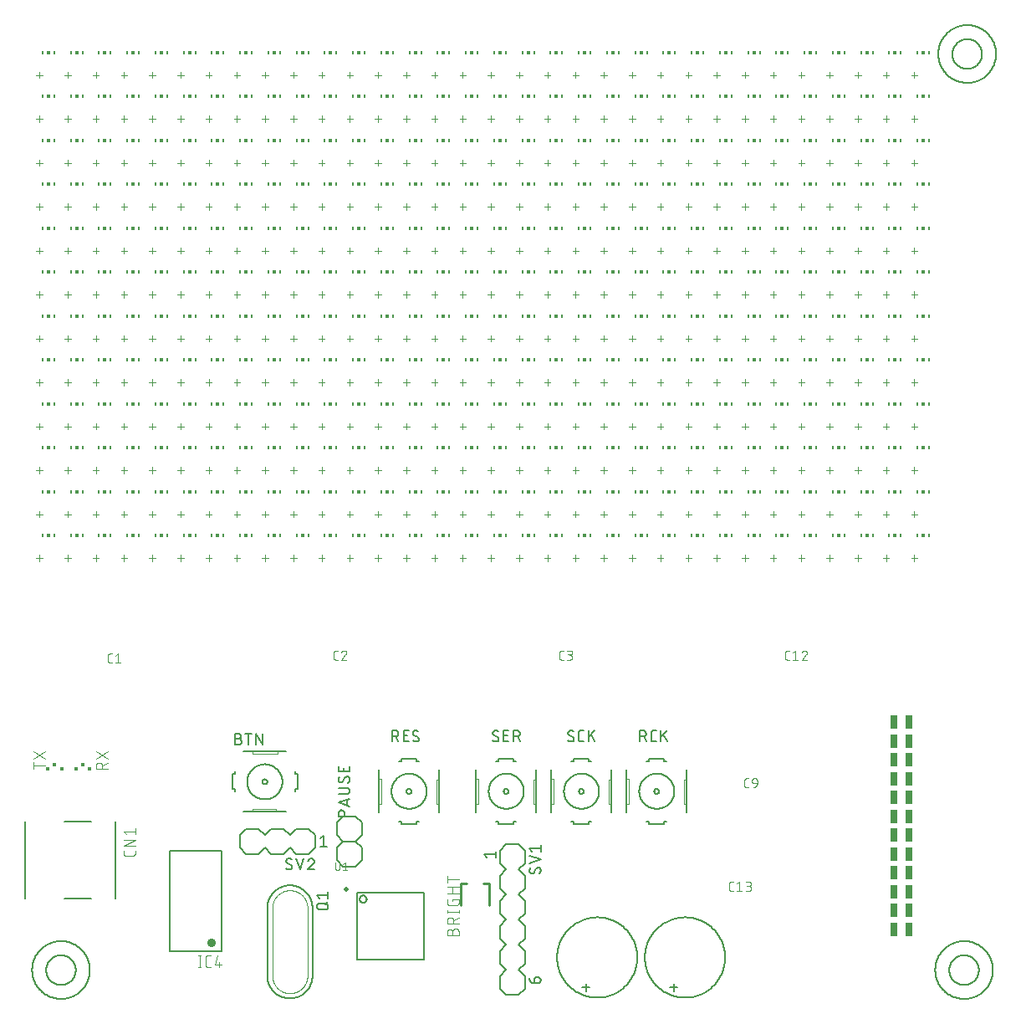
<source format=gbr>
G04 EAGLE Gerber RS-274X export*
G75*
%MOMM*%
%FSLAX34Y34*%
%LPD*%
%INSilkscreen Top*%
%IPPOS*%
%AMOC8*
5,1,8,0,0,1.08239X$1,22.5*%
G01*
%ADD10C,0.254000*%
%ADD11C,0.101600*%
%ADD12C,0.152400*%
%ADD13C,0.050800*%
%ADD14C,0.127000*%
%ADD15C,0.076200*%
%ADD16C,0.203200*%
%ADD17C,0.884400*%
%ADD18R,0.150000X0.300000*%
%ADD19R,0.300000X0.300000*%
%ADD20R,0.650000X1.400000*%
%ADD21R,0.325000X0.425000*%
%ADD22R,0.350000X0.350000*%
%ADD23C,0.508000*%


D10*
X442700Y103950D02*
X442700Y125450D01*
X448700Y125450D01*
X471700Y125450D02*
X471700Y103950D01*
X471700Y125450D02*
X465700Y125450D01*
D11*
X434326Y76779D02*
X434326Y73533D01*
X434325Y76779D02*
X434327Y76892D01*
X434333Y77005D01*
X434343Y77118D01*
X434357Y77231D01*
X434374Y77343D01*
X434396Y77454D01*
X434421Y77564D01*
X434451Y77674D01*
X434484Y77782D01*
X434521Y77889D01*
X434561Y77995D01*
X434606Y78099D01*
X434654Y78202D01*
X434705Y78303D01*
X434760Y78402D01*
X434818Y78499D01*
X434880Y78594D01*
X434945Y78687D01*
X435013Y78777D01*
X435084Y78865D01*
X435159Y78951D01*
X435236Y79034D01*
X435316Y79114D01*
X435399Y79191D01*
X435485Y79266D01*
X435573Y79337D01*
X435663Y79405D01*
X435756Y79470D01*
X435851Y79532D01*
X435948Y79590D01*
X436047Y79645D01*
X436148Y79696D01*
X436251Y79744D01*
X436355Y79789D01*
X436461Y79829D01*
X436568Y79866D01*
X436676Y79899D01*
X436786Y79929D01*
X436896Y79954D01*
X437007Y79976D01*
X437119Y79993D01*
X437232Y80007D01*
X437345Y80017D01*
X437458Y80023D01*
X437571Y80025D01*
X437684Y80023D01*
X437797Y80017D01*
X437910Y80007D01*
X438023Y79993D01*
X438135Y79976D01*
X438246Y79954D01*
X438356Y79929D01*
X438466Y79899D01*
X438574Y79866D01*
X438681Y79829D01*
X438787Y79789D01*
X438891Y79744D01*
X438994Y79696D01*
X439095Y79645D01*
X439194Y79590D01*
X439291Y79532D01*
X439386Y79470D01*
X439479Y79405D01*
X439569Y79337D01*
X439657Y79266D01*
X439743Y79191D01*
X439826Y79114D01*
X439906Y79034D01*
X439983Y78951D01*
X440058Y78865D01*
X440129Y78777D01*
X440197Y78687D01*
X440262Y78594D01*
X440324Y78499D01*
X440382Y78402D01*
X440437Y78303D01*
X440488Y78202D01*
X440536Y78099D01*
X440581Y77995D01*
X440621Y77889D01*
X440658Y77782D01*
X440691Y77674D01*
X440721Y77564D01*
X440746Y77454D01*
X440768Y77343D01*
X440785Y77231D01*
X440799Y77118D01*
X440809Y77005D01*
X440815Y76892D01*
X440817Y76779D01*
X440817Y73533D01*
X429133Y73533D01*
X429133Y76779D01*
X429135Y76880D01*
X429141Y76980D01*
X429151Y77080D01*
X429164Y77180D01*
X429182Y77279D01*
X429203Y77378D01*
X429228Y77475D01*
X429257Y77572D01*
X429290Y77667D01*
X429326Y77761D01*
X429366Y77853D01*
X429409Y77944D01*
X429456Y78033D01*
X429506Y78120D01*
X429560Y78206D01*
X429617Y78289D01*
X429677Y78369D01*
X429740Y78448D01*
X429807Y78524D01*
X429876Y78597D01*
X429948Y78667D01*
X430022Y78735D01*
X430099Y78800D01*
X430179Y78861D01*
X430261Y78920D01*
X430345Y78975D01*
X430431Y79027D01*
X430519Y79076D01*
X430609Y79121D01*
X430701Y79163D01*
X430794Y79201D01*
X430889Y79235D01*
X430984Y79266D01*
X431081Y79293D01*
X431179Y79316D01*
X431278Y79336D01*
X431378Y79351D01*
X431478Y79363D01*
X431578Y79371D01*
X431679Y79375D01*
X431779Y79375D01*
X431880Y79371D01*
X431980Y79363D01*
X432080Y79351D01*
X432180Y79336D01*
X432279Y79316D01*
X432377Y79293D01*
X432474Y79266D01*
X432569Y79235D01*
X432664Y79201D01*
X432757Y79163D01*
X432849Y79121D01*
X432939Y79076D01*
X433027Y79027D01*
X433113Y78975D01*
X433197Y78920D01*
X433279Y78861D01*
X433359Y78800D01*
X433436Y78735D01*
X433510Y78667D01*
X433582Y78597D01*
X433651Y78524D01*
X433718Y78448D01*
X433781Y78369D01*
X433841Y78289D01*
X433898Y78206D01*
X433952Y78120D01*
X434002Y78033D01*
X434049Y77944D01*
X434092Y77853D01*
X434132Y77761D01*
X434168Y77667D01*
X434201Y77572D01*
X434230Y77475D01*
X434255Y77378D01*
X434276Y77279D01*
X434294Y77180D01*
X434307Y77080D01*
X434317Y76980D01*
X434323Y76880D01*
X434325Y76779D01*
X429133Y84867D02*
X440817Y84867D01*
X429133Y84867D02*
X429133Y88113D01*
X429135Y88226D01*
X429141Y88339D01*
X429151Y88452D01*
X429165Y88565D01*
X429182Y88677D01*
X429204Y88788D01*
X429229Y88898D01*
X429259Y89008D01*
X429292Y89116D01*
X429329Y89223D01*
X429369Y89329D01*
X429414Y89433D01*
X429462Y89536D01*
X429513Y89637D01*
X429568Y89736D01*
X429626Y89833D01*
X429688Y89928D01*
X429753Y90021D01*
X429821Y90111D01*
X429892Y90199D01*
X429967Y90285D01*
X430044Y90368D01*
X430124Y90448D01*
X430207Y90525D01*
X430293Y90600D01*
X430381Y90671D01*
X430471Y90739D01*
X430564Y90804D01*
X430659Y90866D01*
X430756Y90924D01*
X430855Y90979D01*
X430956Y91030D01*
X431059Y91078D01*
X431163Y91123D01*
X431269Y91163D01*
X431376Y91200D01*
X431484Y91233D01*
X431594Y91263D01*
X431704Y91288D01*
X431815Y91310D01*
X431927Y91327D01*
X432040Y91341D01*
X432153Y91351D01*
X432266Y91357D01*
X432379Y91359D01*
X432492Y91357D01*
X432605Y91351D01*
X432718Y91341D01*
X432831Y91327D01*
X432943Y91310D01*
X433054Y91288D01*
X433164Y91263D01*
X433274Y91233D01*
X433382Y91200D01*
X433489Y91163D01*
X433595Y91123D01*
X433699Y91078D01*
X433802Y91030D01*
X433903Y90979D01*
X434002Y90924D01*
X434099Y90866D01*
X434194Y90804D01*
X434287Y90739D01*
X434377Y90671D01*
X434465Y90600D01*
X434551Y90525D01*
X434634Y90448D01*
X434714Y90368D01*
X434791Y90285D01*
X434866Y90199D01*
X434937Y90111D01*
X435005Y90021D01*
X435070Y89928D01*
X435132Y89833D01*
X435190Y89736D01*
X435245Y89637D01*
X435296Y89536D01*
X435344Y89433D01*
X435389Y89329D01*
X435429Y89223D01*
X435466Y89116D01*
X435499Y89008D01*
X435529Y88898D01*
X435554Y88788D01*
X435576Y88677D01*
X435593Y88565D01*
X435607Y88452D01*
X435617Y88339D01*
X435623Y88226D01*
X435625Y88113D01*
X435624Y88113D02*
X435624Y84867D01*
X435624Y88762D02*
X440817Y91358D01*
X440817Y97183D02*
X429133Y97183D01*
X440817Y95885D02*
X440817Y98481D01*
X429133Y98481D02*
X429133Y95885D01*
X434326Y108006D02*
X434326Y109954D01*
X440817Y109954D01*
X440817Y106059D01*
X440815Y105960D01*
X440809Y105860D01*
X440800Y105761D01*
X440787Y105663D01*
X440770Y105565D01*
X440749Y105467D01*
X440724Y105371D01*
X440696Y105276D01*
X440664Y105182D01*
X440629Y105089D01*
X440590Y104997D01*
X440547Y104907D01*
X440502Y104819D01*
X440452Y104732D01*
X440400Y104648D01*
X440344Y104565D01*
X440286Y104485D01*
X440224Y104407D01*
X440159Y104332D01*
X440091Y104259D01*
X440021Y104189D01*
X439948Y104121D01*
X439873Y104056D01*
X439795Y103994D01*
X439715Y103936D01*
X439632Y103880D01*
X439548Y103828D01*
X439461Y103778D01*
X439373Y103733D01*
X439283Y103690D01*
X439191Y103651D01*
X439098Y103616D01*
X439004Y103584D01*
X438909Y103556D01*
X438813Y103531D01*
X438715Y103510D01*
X438617Y103493D01*
X438519Y103480D01*
X438420Y103471D01*
X438320Y103465D01*
X438221Y103463D01*
X431729Y103463D01*
X431729Y103462D02*
X431630Y103464D01*
X431530Y103470D01*
X431431Y103479D01*
X431333Y103492D01*
X431235Y103510D01*
X431137Y103530D01*
X431041Y103555D01*
X430945Y103583D01*
X430851Y103615D01*
X430758Y103650D01*
X430667Y103689D01*
X430577Y103732D01*
X430488Y103777D01*
X430402Y103827D01*
X430317Y103879D01*
X430235Y103935D01*
X430155Y103994D01*
X430077Y104055D01*
X430001Y104120D01*
X429928Y104188D01*
X429858Y104258D01*
X429790Y104331D01*
X429725Y104407D01*
X429664Y104485D01*
X429605Y104565D01*
X429549Y104647D01*
X429497Y104732D01*
X429448Y104818D01*
X429402Y104907D01*
X429359Y104997D01*
X429320Y105088D01*
X429285Y105181D01*
X429253Y105275D01*
X429225Y105371D01*
X429200Y105467D01*
X429180Y105565D01*
X429162Y105663D01*
X429149Y105761D01*
X429140Y105860D01*
X429134Y105959D01*
X429132Y106059D01*
X429133Y106059D02*
X429133Y109954D01*
X429133Y115655D02*
X440817Y115655D01*
X434326Y115655D02*
X434326Y122146D01*
X429133Y122146D02*
X440817Y122146D01*
X440817Y129949D02*
X429133Y129949D01*
X429133Y126704D02*
X429133Y133195D01*
D12*
X277495Y220980D02*
X274955Y220980D01*
X277495Y220980D02*
X277495Y236220D01*
X274955Y236220D01*
X213995Y236220D02*
X211455Y236220D01*
X211455Y220980D01*
X213995Y220980D01*
D13*
X231775Y256540D02*
X231775Y259080D01*
X231775Y256540D02*
X257175Y256540D01*
X257175Y259080D01*
X255905Y200660D02*
X231775Y200660D01*
X255905Y200660D02*
X255905Y198120D01*
X231775Y198120D02*
X231775Y200660D01*
D12*
X231775Y198120D02*
X222885Y198120D01*
X257175Y259080D02*
X266065Y259080D01*
X257175Y259080D02*
X231775Y259080D01*
X222885Y259080D01*
X231775Y198120D02*
X255905Y198120D01*
X266065Y198120D01*
X274955Y218440D02*
X274955Y220980D01*
X274955Y236220D02*
X274955Y238760D01*
X213995Y220980D02*
X213995Y218440D01*
X213995Y236220D02*
X213995Y238760D01*
X226695Y228600D02*
X226700Y229036D01*
X226716Y229472D01*
X226743Y229908D01*
X226781Y230343D01*
X226829Y230776D01*
X226887Y231209D01*
X226957Y231640D01*
X227037Y232069D01*
X227127Y232496D01*
X227228Y232920D01*
X227339Y233342D01*
X227461Y233761D01*
X227592Y234177D01*
X227734Y234590D01*
X227886Y234999D01*
X228048Y235404D01*
X228220Y235805D01*
X228402Y236202D01*
X228593Y236594D01*
X228794Y236981D01*
X229005Y237364D01*
X229225Y237741D01*
X229454Y238112D01*
X229691Y238478D01*
X229938Y238838D01*
X230194Y239192D01*
X230458Y239539D01*
X230731Y239880D01*
X231012Y240213D01*
X231301Y240540D01*
X231598Y240860D01*
X231903Y241172D01*
X232215Y241477D01*
X232535Y241774D01*
X232862Y242063D01*
X233195Y242344D01*
X233536Y242617D01*
X233883Y242881D01*
X234237Y243137D01*
X234597Y243384D01*
X234963Y243621D01*
X235334Y243850D01*
X235711Y244070D01*
X236094Y244281D01*
X236481Y244482D01*
X236873Y244673D01*
X237270Y244855D01*
X237671Y245027D01*
X238076Y245189D01*
X238485Y245341D01*
X238898Y245483D01*
X239314Y245614D01*
X239733Y245736D01*
X240155Y245847D01*
X240579Y245948D01*
X241006Y246038D01*
X241435Y246118D01*
X241866Y246188D01*
X242299Y246246D01*
X242732Y246294D01*
X243167Y246332D01*
X243603Y246359D01*
X244039Y246375D01*
X244475Y246380D01*
X244911Y246375D01*
X245347Y246359D01*
X245783Y246332D01*
X246218Y246294D01*
X246651Y246246D01*
X247084Y246188D01*
X247515Y246118D01*
X247944Y246038D01*
X248371Y245948D01*
X248795Y245847D01*
X249217Y245736D01*
X249636Y245614D01*
X250052Y245483D01*
X250465Y245341D01*
X250874Y245189D01*
X251279Y245027D01*
X251680Y244855D01*
X252077Y244673D01*
X252469Y244482D01*
X252856Y244281D01*
X253239Y244070D01*
X253616Y243850D01*
X253987Y243621D01*
X254353Y243384D01*
X254713Y243137D01*
X255067Y242881D01*
X255414Y242617D01*
X255755Y242344D01*
X256088Y242063D01*
X256415Y241774D01*
X256735Y241477D01*
X257047Y241172D01*
X257352Y240860D01*
X257649Y240540D01*
X257938Y240213D01*
X258219Y239880D01*
X258492Y239539D01*
X258756Y239192D01*
X259012Y238838D01*
X259259Y238478D01*
X259496Y238112D01*
X259725Y237741D01*
X259945Y237364D01*
X260156Y236981D01*
X260357Y236594D01*
X260548Y236202D01*
X260730Y235805D01*
X260902Y235404D01*
X261064Y234999D01*
X261216Y234590D01*
X261358Y234177D01*
X261489Y233761D01*
X261611Y233342D01*
X261722Y232920D01*
X261823Y232496D01*
X261913Y232069D01*
X261993Y231640D01*
X262063Y231209D01*
X262121Y230776D01*
X262169Y230343D01*
X262207Y229908D01*
X262234Y229472D01*
X262250Y229036D01*
X262255Y228600D01*
X262250Y228164D01*
X262234Y227728D01*
X262207Y227292D01*
X262169Y226857D01*
X262121Y226424D01*
X262063Y225991D01*
X261993Y225560D01*
X261913Y225131D01*
X261823Y224704D01*
X261722Y224280D01*
X261611Y223858D01*
X261489Y223439D01*
X261358Y223023D01*
X261216Y222610D01*
X261064Y222201D01*
X260902Y221796D01*
X260730Y221395D01*
X260548Y220998D01*
X260357Y220606D01*
X260156Y220219D01*
X259945Y219836D01*
X259725Y219459D01*
X259496Y219088D01*
X259259Y218722D01*
X259012Y218362D01*
X258756Y218008D01*
X258492Y217661D01*
X258219Y217320D01*
X257938Y216987D01*
X257649Y216660D01*
X257352Y216340D01*
X257047Y216028D01*
X256735Y215723D01*
X256415Y215426D01*
X256088Y215137D01*
X255755Y214856D01*
X255414Y214583D01*
X255067Y214319D01*
X254713Y214063D01*
X254353Y213816D01*
X253987Y213579D01*
X253616Y213350D01*
X253239Y213130D01*
X252856Y212919D01*
X252469Y212718D01*
X252077Y212527D01*
X251680Y212345D01*
X251279Y212173D01*
X250874Y212011D01*
X250465Y211859D01*
X250052Y211717D01*
X249636Y211586D01*
X249217Y211464D01*
X248795Y211353D01*
X248371Y211252D01*
X247944Y211162D01*
X247515Y211082D01*
X247084Y211012D01*
X246651Y210954D01*
X246218Y210906D01*
X245783Y210868D01*
X245347Y210841D01*
X244911Y210825D01*
X244475Y210820D01*
X244039Y210825D01*
X243603Y210841D01*
X243167Y210868D01*
X242732Y210906D01*
X242299Y210954D01*
X241866Y211012D01*
X241435Y211082D01*
X241006Y211162D01*
X240579Y211252D01*
X240155Y211353D01*
X239733Y211464D01*
X239314Y211586D01*
X238898Y211717D01*
X238485Y211859D01*
X238076Y212011D01*
X237671Y212173D01*
X237270Y212345D01*
X236873Y212527D01*
X236481Y212718D01*
X236094Y212919D01*
X235711Y213130D01*
X235334Y213350D01*
X234963Y213579D01*
X234597Y213816D01*
X234237Y214063D01*
X233883Y214319D01*
X233536Y214583D01*
X233195Y214856D01*
X232862Y215137D01*
X232535Y215426D01*
X232215Y215723D01*
X231903Y216028D01*
X231598Y216340D01*
X231301Y216660D01*
X231012Y216987D01*
X230731Y217320D01*
X230458Y217661D01*
X230194Y218008D01*
X229938Y218362D01*
X229691Y218722D01*
X229454Y219088D01*
X229225Y219459D01*
X229005Y219836D01*
X228794Y220219D01*
X228593Y220606D01*
X228402Y220998D01*
X228220Y221395D01*
X228048Y221796D01*
X227886Y222201D01*
X227734Y222610D01*
X227592Y223023D01*
X227461Y223439D01*
X227339Y223858D01*
X227228Y224280D01*
X227127Y224704D01*
X227037Y225131D01*
X226957Y225560D01*
X226887Y225991D01*
X226829Y226424D01*
X226781Y226857D01*
X226743Y227292D01*
X226716Y227728D01*
X226700Y228164D01*
X226695Y228600D01*
X241935Y228600D02*
X241937Y228700D01*
X241943Y228801D01*
X241953Y228900D01*
X241967Y229000D01*
X241984Y229099D01*
X242006Y229197D01*
X242032Y229294D01*
X242061Y229390D01*
X242094Y229484D01*
X242131Y229578D01*
X242171Y229670D01*
X242215Y229760D01*
X242263Y229848D01*
X242314Y229935D01*
X242368Y230019D01*
X242426Y230101D01*
X242487Y230181D01*
X242551Y230258D01*
X242618Y230333D01*
X242688Y230405D01*
X242761Y230474D01*
X242836Y230540D01*
X242914Y230604D01*
X242994Y230664D01*
X243077Y230721D01*
X243162Y230774D01*
X243249Y230824D01*
X243338Y230871D01*
X243428Y230914D01*
X243520Y230954D01*
X243614Y230990D01*
X243709Y231022D01*
X243805Y231050D01*
X243903Y231075D01*
X244001Y231095D01*
X244100Y231112D01*
X244200Y231125D01*
X244299Y231134D01*
X244400Y231139D01*
X244500Y231140D01*
X244600Y231137D01*
X244701Y231130D01*
X244800Y231119D01*
X244900Y231104D01*
X244998Y231086D01*
X245096Y231063D01*
X245193Y231036D01*
X245288Y231006D01*
X245383Y230972D01*
X245476Y230934D01*
X245567Y230893D01*
X245657Y230848D01*
X245745Y230800D01*
X245831Y230748D01*
X245915Y230693D01*
X245996Y230634D01*
X246075Y230572D01*
X246152Y230508D01*
X246226Y230440D01*
X246297Y230369D01*
X246366Y230296D01*
X246431Y230220D01*
X246494Y230141D01*
X246553Y230060D01*
X246609Y229977D01*
X246662Y229892D01*
X246711Y229804D01*
X246757Y229715D01*
X246799Y229624D01*
X246838Y229531D01*
X246873Y229437D01*
X246904Y229342D01*
X246932Y229245D01*
X246955Y229148D01*
X246975Y229049D01*
X246991Y228950D01*
X247003Y228851D01*
X247011Y228750D01*
X247015Y228650D01*
X247015Y228550D01*
X247011Y228450D01*
X247003Y228349D01*
X246991Y228250D01*
X246975Y228151D01*
X246955Y228052D01*
X246932Y227955D01*
X246904Y227858D01*
X246873Y227763D01*
X246838Y227669D01*
X246799Y227576D01*
X246757Y227485D01*
X246711Y227396D01*
X246662Y227308D01*
X246609Y227223D01*
X246553Y227140D01*
X246494Y227059D01*
X246431Y226980D01*
X246366Y226904D01*
X246297Y226831D01*
X246226Y226760D01*
X246152Y226692D01*
X246075Y226628D01*
X245996Y226566D01*
X245915Y226507D01*
X245831Y226452D01*
X245745Y226400D01*
X245657Y226352D01*
X245567Y226307D01*
X245476Y226266D01*
X245383Y226228D01*
X245288Y226194D01*
X245193Y226164D01*
X245096Y226137D01*
X244998Y226114D01*
X244900Y226096D01*
X244800Y226081D01*
X244701Y226070D01*
X244600Y226063D01*
X244500Y226060D01*
X244400Y226061D01*
X244299Y226066D01*
X244200Y226075D01*
X244100Y226088D01*
X244001Y226105D01*
X243903Y226125D01*
X243805Y226150D01*
X243709Y226178D01*
X243614Y226210D01*
X243520Y226246D01*
X243428Y226286D01*
X243338Y226329D01*
X243249Y226376D01*
X243162Y226426D01*
X243077Y226479D01*
X242994Y226536D01*
X242914Y226596D01*
X242836Y226660D01*
X242761Y226726D01*
X242688Y226795D01*
X242618Y226867D01*
X242551Y226942D01*
X242487Y227019D01*
X242426Y227099D01*
X242368Y227181D01*
X242314Y227265D01*
X242263Y227352D01*
X242215Y227440D01*
X242171Y227530D01*
X242131Y227622D01*
X242094Y227716D01*
X242061Y227810D01*
X242032Y227906D01*
X242006Y228003D01*
X241984Y228101D01*
X241967Y228200D01*
X241953Y228300D01*
X241943Y228399D01*
X241937Y228500D01*
X241935Y228600D01*
D14*
X217805Y272415D02*
X214630Y272415D01*
X217805Y272415D02*
X217916Y272413D01*
X218026Y272407D01*
X218137Y272398D01*
X218247Y272384D01*
X218356Y272367D01*
X218465Y272346D01*
X218573Y272321D01*
X218680Y272292D01*
X218786Y272260D01*
X218891Y272224D01*
X218994Y272184D01*
X219096Y272141D01*
X219197Y272094D01*
X219296Y272043D01*
X219393Y271990D01*
X219487Y271933D01*
X219580Y271872D01*
X219671Y271809D01*
X219760Y271742D01*
X219846Y271672D01*
X219929Y271599D01*
X220011Y271524D01*
X220089Y271446D01*
X220164Y271364D01*
X220237Y271281D01*
X220307Y271195D01*
X220374Y271106D01*
X220437Y271015D01*
X220498Y270922D01*
X220555Y270827D01*
X220608Y270731D01*
X220659Y270632D01*
X220706Y270531D01*
X220749Y270429D01*
X220789Y270326D01*
X220825Y270221D01*
X220857Y270115D01*
X220886Y270008D01*
X220911Y269900D01*
X220932Y269791D01*
X220949Y269682D01*
X220963Y269572D01*
X220972Y269461D01*
X220978Y269351D01*
X220980Y269240D01*
X220978Y269129D01*
X220972Y269019D01*
X220963Y268908D01*
X220949Y268798D01*
X220932Y268689D01*
X220911Y268580D01*
X220886Y268472D01*
X220857Y268365D01*
X220825Y268259D01*
X220789Y268154D01*
X220749Y268051D01*
X220706Y267949D01*
X220659Y267848D01*
X220608Y267749D01*
X220555Y267652D01*
X220498Y267558D01*
X220437Y267465D01*
X220374Y267374D01*
X220307Y267285D01*
X220237Y267199D01*
X220164Y267116D01*
X220089Y267034D01*
X220011Y266956D01*
X219929Y266881D01*
X219846Y266808D01*
X219760Y266738D01*
X219671Y266671D01*
X219580Y266608D01*
X219487Y266547D01*
X219392Y266490D01*
X219296Y266437D01*
X219197Y266386D01*
X219096Y266339D01*
X218994Y266296D01*
X218891Y266256D01*
X218786Y266220D01*
X218680Y266188D01*
X218573Y266159D01*
X218465Y266134D01*
X218356Y266113D01*
X218247Y266096D01*
X218137Y266082D01*
X218026Y266073D01*
X217916Y266067D01*
X217805Y266065D01*
X214630Y266065D01*
X214630Y277495D01*
X217805Y277495D01*
X217905Y277493D01*
X218004Y277487D01*
X218104Y277477D01*
X218202Y277464D01*
X218301Y277446D01*
X218398Y277425D01*
X218494Y277400D01*
X218590Y277371D01*
X218684Y277338D01*
X218777Y277302D01*
X218868Y277262D01*
X218958Y277218D01*
X219046Y277171D01*
X219132Y277121D01*
X219216Y277067D01*
X219298Y277010D01*
X219377Y276950D01*
X219455Y276886D01*
X219529Y276820D01*
X219601Y276751D01*
X219670Y276679D01*
X219736Y276605D01*
X219800Y276527D01*
X219860Y276448D01*
X219917Y276366D01*
X219971Y276282D01*
X220021Y276196D01*
X220068Y276108D01*
X220112Y276018D01*
X220152Y275927D01*
X220188Y275834D01*
X220221Y275740D01*
X220250Y275644D01*
X220275Y275548D01*
X220296Y275451D01*
X220314Y275352D01*
X220327Y275254D01*
X220337Y275154D01*
X220343Y275055D01*
X220345Y274955D01*
X220343Y274855D01*
X220337Y274756D01*
X220327Y274656D01*
X220314Y274558D01*
X220296Y274459D01*
X220275Y274362D01*
X220250Y274266D01*
X220221Y274170D01*
X220188Y274076D01*
X220152Y273983D01*
X220112Y273892D01*
X220068Y273802D01*
X220021Y273714D01*
X219971Y273628D01*
X219917Y273544D01*
X219860Y273462D01*
X219800Y273383D01*
X219736Y273305D01*
X219670Y273231D01*
X219601Y273159D01*
X219529Y273090D01*
X219455Y273024D01*
X219377Y272960D01*
X219298Y272900D01*
X219216Y272843D01*
X219132Y272789D01*
X219046Y272739D01*
X218958Y272692D01*
X218868Y272648D01*
X218777Y272608D01*
X218684Y272572D01*
X218590Y272539D01*
X218494Y272510D01*
X218398Y272485D01*
X218301Y272464D01*
X218202Y272446D01*
X218104Y272433D01*
X218004Y272423D01*
X217905Y272417D01*
X217805Y272415D01*
X227902Y277495D02*
X227902Y266065D01*
X224727Y277495D02*
X231077Y277495D01*
X235776Y277495D02*
X235776Y266065D01*
X242126Y266065D02*
X235776Y277495D01*
X242126Y277495D02*
X242126Y266065D01*
D15*
X89808Y348856D02*
X87719Y348856D01*
X87630Y348858D01*
X87542Y348864D01*
X87454Y348873D01*
X87366Y348886D01*
X87279Y348903D01*
X87193Y348923D01*
X87108Y348948D01*
X87023Y348975D01*
X86940Y349007D01*
X86859Y349041D01*
X86779Y349080D01*
X86701Y349121D01*
X86624Y349166D01*
X86550Y349214D01*
X86477Y349265D01*
X86407Y349319D01*
X86340Y349377D01*
X86274Y349437D01*
X86212Y349499D01*
X86152Y349565D01*
X86094Y349632D01*
X86040Y349702D01*
X85989Y349775D01*
X85941Y349849D01*
X85896Y349926D01*
X85855Y350004D01*
X85816Y350084D01*
X85782Y350165D01*
X85750Y350248D01*
X85723Y350333D01*
X85698Y350418D01*
X85678Y350504D01*
X85661Y350591D01*
X85648Y350679D01*
X85639Y350767D01*
X85633Y350855D01*
X85631Y350944D01*
X85631Y356166D01*
X85633Y356257D01*
X85639Y356348D01*
X85649Y356439D01*
X85663Y356529D01*
X85680Y356618D01*
X85702Y356706D01*
X85728Y356794D01*
X85757Y356880D01*
X85790Y356965D01*
X85827Y357048D01*
X85867Y357130D01*
X85911Y357210D01*
X85958Y357288D01*
X86009Y357364D01*
X86062Y357437D01*
X86119Y357508D01*
X86180Y357577D01*
X86243Y357642D01*
X86308Y357705D01*
X86377Y357765D01*
X86448Y357823D01*
X86521Y357876D01*
X86597Y357927D01*
X86675Y357974D01*
X86755Y358018D01*
X86837Y358058D01*
X86920Y358095D01*
X87005Y358128D01*
X87091Y358157D01*
X87179Y358183D01*
X87267Y358205D01*
X87356Y358222D01*
X87446Y358236D01*
X87537Y358246D01*
X87628Y358252D01*
X87719Y358254D01*
X89808Y358254D01*
X93277Y356166D02*
X95887Y358254D01*
X95887Y348856D01*
X93277Y348856D02*
X98498Y348856D01*
D12*
X658495Y24130D02*
X658495Y16510D01*
X662305Y20320D02*
X654685Y20320D01*
X629285Y50800D02*
X629297Y51797D01*
X629334Y52794D01*
X629395Y53790D01*
X629481Y54783D01*
X629591Y55775D01*
X629725Y56763D01*
X629883Y57748D01*
X630066Y58728D01*
X630272Y59704D01*
X630503Y60675D01*
X630757Y61639D01*
X631035Y62597D01*
X631336Y63548D01*
X631661Y64491D01*
X632008Y65426D01*
X632379Y66352D01*
X632772Y67269D01*
X633187Y68176D01*
X633624Y69072D01*
X634084Y69958D01*
X634565Y70831D01*
X635067Y71693D01*
X635590Y72542D01*
X636134Y73378D01*
X636698Y74201D01*
X637283Y75009D01*
X637887Y75803D01*
X638510Y76582D01*
X639152Y77345D01*
X639813Y78092D01*
X640492Y78823D01*
X641188Y79537D01*
X641902Y80233D01*
X642633Y80912D01*
X643380Y81573D01*
X644143Y82215D01*
X644922Y82838D01*
X645716Y83442D01*
X646524Y84027D01*
X647347Y84591D01*
X648183Y85135D01*
X649032Y85658D01*
X649894Y86160D01*
X650767Y86641D01*
X651653Y87101D01*
X652549Y87538D01*
X653456Y87953D01*
X654373Y88346D01*
X655299Y88717D01*
X656234Y89064D01*
X657177Y89389D01*
X658128Y89690D01*
X659086Y89968D01*
X660050Y90222D01*
X661021Y90453D01*
X661997Y90659D01*
X662977Y90842D01*
X663962Y91000D01*
X664950Y91134D01*
X665942Y91244D01*
X666935Y91330D01*
X667931Y91391D01*
X668928Y91428D01*
X669925Y91440D01*
X670922Y91428D01*
X671919Y91391D01*
X672915Y91330D01*
X673908Y91244D01*
X674900Y91134D01*
X675888Y91000D01*
X676873Y90842D01*
X677853Y90659D01*
X678829Y90453D01*
X679800Y90222D01*
X680764Y89968D01*
X681722Y89690D01*
X682673Y89389D01*
X683616Y89064D01*
X684551Y88717D01*
X685477Y88346D01*
X686394Y87953D01*
X687301Y87538D01*
X688197Y87101D01*
X689083Y86641D01*
X689956Y86160D01*
X690818Y85658D01*
X691667Y85135D01*
X692503Y84591D01*
X693326Y84027D01*
X694134Y83442D01*
X694928Y82838D01*
X695707Y82215D01*
X696470Y81573D01*
X697217Y80912D01*
X697948Y80233D01*
X698662Y79537D01*
X699358Y78823D01*
X700037Y78092D01*
X700698Y77345D01*
X701340Y76582D01*
X701963Y75803D01*
X702567Y75009D01*
X703152Y74201D01*
X703716Y73378D01*
X704260Y72542D01*
X704783Y71693D01*
X705285Y70831D01*
X705766Y69958D01*
X706226Y69072D01*
X706663Y68176D01*
X707078Y67269D01*
X707471Y66352D01*
X707842Y65426D01*
X708189Y64491D01*
X708514Y63548D01*
X708815Y62597D01*
X709093Y61639D01*
X709347Y60675D01*
X709578Y59704D01*
X709784Y58728D01*
X709967Y57748D01*
X710125Y56763D01*
X710259Y55775D01*
X710369Y54783D01*
X710455Y53790D01*
X710516Y52794D01*
X710553Y51797D01*
X710565Y50800D01*
X710553Y49803D01*
X710516Y48806D01*
X710455Y47810D01*
X710369Y46817D01*
X710259Y45825D01*
X710125Y44837D01*
X709967Y43852D01*
X709784Y42872D01*
X709578Y41896D01*
X709347Y40925D01*
X709093Y39961D01*
X708815Y39003D01*
X708514Y38052D01*
X708189Y37109D01*
X707842Y36174D01*
X707471Y35248D01*
X707078Y34331D01*
X706663Y33424D01*
X706226Y32528D01*
X705766Y31642D01*
X705285Y30769D01*
X704783Y29907D01*
X704260Y29058D01*
X703716Y28222D01*
X703152Y27399D01*
X702567Y26591D01*
X701963Y25797D01*
X701340Y25018D01*
X700698Y24255D01*
X700037Y23508D01*
X699358Y22777D01*
X698662Y22063D01*
X697948Y21367D01*
X697217Y20688D01*
X696470Y20027D01*
X695707Y19385D01*
X694928Y18762D01*
X694134Y18158D01*
X693326Y17573D01*
X692503Y17009D01*
X691667Y16465D01*
X690818Y15942D01*
X689956Y15440D01*
X689083Y14959D01*
X688197Y14499D01*
X687301Y14062D01*
X686394Y13647D01*
X685477Y13254D01*
X684551Y12883D01*
X683616Y12536D01*
X682673Y12211D01*
X681722Y11910D01*
X680764Y11632D01*
X679800Y11378D01*
X678829Y11147D01*
X677853Y10941D01*
X676873Y10758D01*
X675888Y10600D01*
X674900Y10466D01*
X673908Y10356D01*
X672915Y10270D01*
X671919Y10209D01*
X670922Y10172D01*
X669925Y10160D01*
X668928Y10172D01*
X667931Y10209D01*
X666935Y10270D01*
X665942Y10356D01*
X664950Y10466D01*
X663962Y10600D01*
X662977Y10758D01*
X661997Y10941D01*
X661021Y11147D01*
X660050Y11378D01*
X659086Y11632D01*
X658128Y11910D01*
X657177Y12211D01*
X656234Y12536D01*
X655299Y12883D01*
X654373Y13254D01*
X653456Y13647D01*
X652549Y14062D01*
X651653Y14499D01*
X650767Y14959D01*
X649894Y15440D01*
X649032Y15942D01*
X648183Y16465D01*
X647347Y17009D01*
X646524Y17573D01*
X645716Y18158D01*
X644922Y18762D01*
X644143Y19385D01*
X643380Y20027D01*
X642633Y20688D01*
X641902Y21367D01*
X641188Y22063D01*
X640492Y22777D01*
X639813Y23508D01*
X639152Y24255D01*
X638510Y25018D01*
X637887Y25797D01*
X637283Y26591D01*
X636698Y27399D01*
X636134Y28222D01*
X635590Y29058D01*
X635067Y29907D01*
X634565Y30769D01*
X634084Y31642D01*
X633624Y32528D01*
X633187Y33424D01*
X632772Y34331D01*
X632379Y35248D01*
X632008Y36174D01*
X631661Y37109D01*
X631336Y38052D01*
X631035Y39003D01*
X630757Y39961D01*
X630503Y40925D01*
X630272Y41896D01*
X630066Y42872D01*
X629883Y43852D01*
X629725Y44837D01*
X629591Y45825D01*
X629481Y46817D01*
X629395Y47810D01*
X629334Y48806D01*
X629297Y49803D01*
X629285Y50800D01*
X569595Y24130D02*
X569595Y16510D01*
X573405Y20320D02*
X565785Y20320D01*
X540385Y50800D02*
X540397Y51797D01*
X540434Y52794D01*
X540495Y53790D01*
X540581Y54783D01*
X540691Y55775D01*
X540825Y56763D01*
X540983Y57748D01*
X541166Y58728D01*
X541372Y59704D01*
X541603Y60675D01*
X541857Y61639D01*
X542135Y62597D01*
X542436Y63548D01*
X542761Y64491D01*
X543108Y65426D01*
X543479Y66352D01*
X543872Y67269D01*
X544287Y68176D01*
X544724Y69072D01*
X545184Y69958D01*
X545665Y70831D01*
X546167Y71693D01*
X546690Y72542D01*
X547234Y73378D01*
X547798Y74201D01*
X548383Y75009D01*
X548987Y75803D01*
X549610Y76582D01*
X550252Y77345D01*
X550913Y78092D01*
X551592Y78823D01*
X552288Y79537D01*
X553002Y80233D01*
X553733Y80912D01*
X554480Y81573D01*
X555243Y82215D01*
X556022Y82838D01*
X556816Y83442D01*
X557624Y84027D01*
X558447Y84591D01*
X559283Y85135D01*
X560132Y85658D01*
X560994Y86160D01*
X561867Y86641D01*
X562753Y87101D01*
X563649Y87538D01*
X564556Y87953D01*
X565473Y88346D01*
X566399Y88717D01*
X567334Y89064D01*
X568277Y89389D01*
X569228Y89690D01*
X570186Y89968D01*
X571150Y90222D01*
X572121Y90453D01*
X573097Y90659D01*
X574077Y90842D01*
X575062Y91000D01*
X576050Y91134D01*
X577042Y91244D01*
X578035Y91330D01*
X579031Y91391D01*
X580028Y91428D01*
X581025Y91440D01*
X582022Y91428D01*
X583019Y91391D01*
X584015Y91330D01*
X585008Y91244D01*
X586000Y91134D01*
X586988Y91000D01*
X587973Y90842D01*
X588953Y90659D01*
X589929Y90453D01*
X590900Y90222D01*
X591864Y89968D01*
X592822Y89690D01*
X593773Y89389D01*
X594716Y89064D01*
X595651Y88717D01*
X596577Y88346D01*
X597494Y87953D01*
X598401Y87538D01*
X599297Y87101D01*
X600183Y86641D01*
X601056Y86160D01*
X601918Y85658D01*
X602767Y85135D01*
X603603Y84591D01*
X604426Y84027D01*
X605234Y83442D01*
X606028Y82838D01*
X606807Y82215D01*
X607570Y81573D01*
X608317Y80912D01*
X609048Y80233D01*
X609762Y79537D01*
X610458Y78823D01*
X611137Y78092D01*
X611798Y77345D01*
X612440Y76582D01*
X613063Y75803D01*
X613667Y75009D01*
X614252Y74201D01*
X614816Y73378D01*
X615360Y72542D01*
X615883Y71693D01*
X616385Y70831D01*
X616866Y69958D01*
X617326Y69072D01*
X617763Y68176D01*
X618178Y67269D01*
X618571Y66352D01*
X618942Y65426D01*
X619289Y64491D01*
X619614Y63548D01*
X619915Y62597D01*
X620193Y61639D01*
X620447Y60675D01*
X620678Y59704D01*
X620884Y58728D01*
X621067Y57748D01*
X621225Y56763D01*
X621359Y55775D01*
X621469Y54783D01*
X621555Y53790D01*
X621616Y52794D01*
X621653Y51797D01*
X621665Y50800D01*
X621653Y49803D01*
X621616Y48806D01*
X621555Y47810D01*
X621469Y46817D01*
X621359Y45825D01*
X621225Y44837D01*
X621067Y43852D01*
X620884Y42872D01*
X620678Y41896D01*
X620447Y40925D01*
X620193Y39961D01*
X619915Y39003D01*
X619614Y38052D01*
X619289Y37109D01*
X618942Y36174D01*
X618571Y35248D01*
X618178Y34331D01*
X617763Y33424D01*
X617326Y32528D01*
X616866Y31642D01*
X616385Y30769D01*
X615883Y29907D01*
X615360Y29058D01*
X614816Y28222D01*
X614252Y27399D01*
X613667Y26591D01*
X613063Y25797D01*
X612440Y25018D01*
X611798Y24255D01*
X611137Y23508D01*
X610458Y22777D01*
X609762Y22063D01*
X609048Y21367D01*
X608317Y20688D01*
X607570Y20027D01*
X606807Y19385D01*
X606028Y18762D01*
X605234Y18158D01*
X604426Y17573D01*
X603603Y17009D01*
X602767Y16465D01*
X601918Y15942D01*
X601056Y15440D01*
X600183Y14959D01*
X599297Y14499D01*
X598401Y14062D01*
X597494Y13647D01*
X596577Y13254D01*
X595651Y12883D01*
X594716Y12536D01*
X593773Y12211D01*
X592822Y11910D01*
X591864Y11632D01*
X590900Y11378D01*
X589929Y11147D01*
X588953Y10941D01*
X587973Y10758D01*
X586988Y10600D01*
X586000Y10466D01*
X585008Y10356D01*
X584015Y10270D01*
X583019Y10209D01*
X582022Y10172D01*
X581025Y10160D01*
X580028Y10172D01*
X579031Y10209D01*
X578035Y10270D01*
X577042Y10356D01*
X576050Y10466D01*
X575062Y10600D01*
X574077Y10758D01*
X573097Y10941D01*
X572121Y11147D01*
X571150Y11378D01*
X570186Y11632D01*
X569228Y11910D01*
X568277Y12211D01*
X567334Y12536D01*
X566399Y12883D01*
X565473Y13254D01*
X564556Y13647D01*
X563649Y14062D01*
X562753Y14499D01*
X561867Y14959D01*
X560994Y15440D01*
X560132Y15942D01*
X559283Y16465D01*
X558447Y17009D01*
X557624Y17573D01*
X556816Y18158D01*
X556022Y18762D01*
X555243Y19385D01*
X554480Y20027D01*
X553733Y20688D01*
X553002Y21367D01*
X552288Y22063D01*
X551592Y22777D01*
X550913Y23508D01*
X550252Y24255D01*
X549610Y25018D01*
X548987Y25797D01*
X548383Y26591D01*
X547798Y27399D01*
X547234Y28222D01*
X546690Y29058D01*
X546167Y29907D01*
X545665Y30769D01*
X545184Y31642D01*
X544724Y32528D01*
X544287Y33424D01*
X543872Y34331D01*
X543479Y35248D01*
X543108Y36174D01*
X542761Y37109D01*
X542436Y38052D01*
X542135Y39003D01*
X541857Y39961D01*
X541603Y40925D01*
X541372Y41896D01*
X541166Y42872D01*
X540983Y43852D01*
X540825Y44837D01*
X540691Y45825D01*
X540581Y46817D01*
X540495Y47810D01*
X540434Y48806D01*
X540397Y49803D01*
X540385Y50800D01*
D15*
X318408Y352031D02*
X316319Y352031D01*
X316230Y352033D01*
X316142Y352039D01*
X316054Y352048D01*
X315966Y352061D01*
X315879Y352078D01*
X315793Y352098D01*
X315708Y352123D01*
X315623Y352150D01*
X315540Y352182D01*
X315459Y352216D01*
X315379Y352255D01*
X315301Y352296D01*
X315224Y352341D01*
X315150Y352389D01*
X315077Y352440D01*
X315007Y352494D01*
X314940Y352552D01*
X314874Y352612D01*
X314812Y352674D01*
X314752Y352740D01*
X314694Y352807D01*
X314640Y352877D01*
X314589Y352950D01*
X314541Y353024D01*
X314496Y353101D01*
X314455Y353179D01*
X314416Y353259D01*
X314382Y353340D01*
X314350Y353423D01*
X314323Y353508D01*
X314298Y353593D01*
X314278Y353679D01*
X314261Y353766D01*
X314248Y353854D01*
X314239Y353942D01*
X314233Y354030D01*
X314231Y354119D01*
X314231Y359341D01*
X314233Y359432D01*
X314239Y359523D01*
X314249Y359614D01*
X314263Y359704D01*
X314280Y359793D01*
X314302Y359881D01*
X314328Y359969D01*
X314357Y360055D01*
X314390Y360140D01*
X314427Y360223D01*
X314467Y360305D01*
X314511Y360385D01*
X314558Y360463D01*
X314609Y360539D01*
X314662Y360612D01*
X314719Y360683D01*
X314780Y360752D01*
X314843Y360817D01*
X314908Y360880D01*
X314977Y360940D01*
X315048Y360998D01*
X315121Y361051D01*
X315197Y361102D01*
X315275Y361149D01*
X315355Y361193D01*
X315437Y361233D01*
X315520Y361270D01*
X315605Y361303D01*
X315691Y361332D01*
X315779Y361358D01*
X315867Y361380D01*
X315956Y361397D01*
X316046Y361411D01*
X316137Y361421D01*
X316228Y361427D01*
X316319Y361429D01*
X318408Y361429D01*
X324748Y361430D02*
X324843Y361428D01*
X324937Y361422D01*
X325031Y361413D01*
X325125Y361400D01*
X325218Y361383D01*
X325310Y361362D01*
X325402Y361337D01*
X325492Y361309D01*
X325581Y361277D01*
X325669Y361242D01*
X325755Y361203D01*
X325840Y361161D01*
X325923Y361115D01*
X326004Y361066D01*
X326083Y361014D01*
X326160Y360959D01*
X326234Y360900D01*
X326306Y360839D01*
X326376Y360775D01*
X326443Y360708D01*
X326507Y360638D01*
X326568Y360566D01*
X326627Y360492D01*
X326682Y360415D01*
X326734Y360336D01*
X326783Y360255D01*
X326829Y360172D01*
X326871Y360087D01*
X326910Y360001D01*
X326945Y359913D01*
X326977Y359824D01*
X327005Y359734D01*
X327030Y359642D01*
X327051Y359550D01*
X327068Y359457D01*
X327081Y359363D01*
X327090Y359269D01*
X327096Y359175D01*
X327098Y359080D01*
X324748Y361429D02*
X324640Y361427D01*
X324531Y361421D01*
X324423Y361411D01*
X324316Y361398D01*
X324209Y361380D01*
X324102Y361359D01*
X323997Y361334D01*
X323892Y361305D01*
X323789Y361273D01*
X323687Y361236D01*
X323586Y361196D01*
X323487Y361153D01*
X323389Y361106D01*
X323293Y361055D01*
X323199Y361001D01*
X323107Y360944D01*
X323017Y360883D01*
X322929Y360819D01*
X322844Y360753D01*
X322761Y360683D01*
X322681Y360610D01*
X322603Y360534D01*
X322528Y360456D01*
X322456Y360375D01*
X322387Y360291D01*
X322321Y360205D01*
X322258Y360117D01*
X322199Y360026D01*
X322142Y359934D01*
X322089Y359839D01*
X322040Y359743D01*
X321994Y359644D01*
X321951Y359545D01*
X321912Y359443D01*
X321877Y359341D01*
X326315Y357252D02*
X326384Y357321D01*
X326450Y357392D01*
X326514Y357465D01*
X326575Y357541D01*
X326633Y357620D01*
X326687Y357700D01*
X326739Y357783D01*
X326787Y357867D01*
X326833Y357953D01*
X326874Y358041D01*
X326913Y358131D01*
X326948Y358222D01*
X326979Y358314D01*
X327007Y358407D01*
X327031Y358501D01*
X327051Y358596D01*
X327068Y358692D01*
X327081Y358789D01*
X327090Y358886D01*
X327096Y358983D01*
X327098Y359080D01*
X326315Y357252D02*
X321877Y352031D01*
X327098Y352031D01*
X544919Y352031D02*
X547008Y352031D01*
X544919Y352031D02*
X544830Y352033D01*
X544742Y352039D01*
X544654Y352048D01*
X544566Y352061D01*
X544479Y352078D01*
X544393Y352098D01*
X544308Y352123D01*
X544223Y352150D01*
X544140Y352182D01*
X544059Y352216D01*
X543979Y352255D01*
X543901Y352296D01*
X543824Y352341D01*
X543750Y352389D01*
X543677Y352440D01*
X543607Y352494D01*
X543540Y352552D01*
X543474Y352612D01*
X543412Y352674D01*
X543352Y352740D01*
X543294Y352807D01*
X543240Y352877D01*
X543189Y352950D01*
X543141Y353024D01*
X543096Y353101D01*
X543055Y353179D01*
X543016Y353259D01*
X542982Y353340D01*
X542950Y353423D01*
X542923Y353508D01*
X542898Y353593D01*
X542878Y353679D01*
X542861Y353766D01*
X542848Y353854D01*
X542839Y353942D01*
X542833Y354030D01*
X542831Y354119D01*
X542831Y359341D01*
X542833Y359432D01*
X542839Y359523D01*
X542849Y359614D01*
X542863Y359704D01*
X542880Y359793D01*
X542902Y359881D01*
X542928Y359969D01*
X542957Y360055D01*
X542990Y360140D01*
X543027Y360223D01*
X543067Y360305D01*
X543111Y360385D01*
X543158Y360463D01*
X543209Y360539D01*
X543262Y360612D01*
X543319Y360683D01*
X543380Y360752D01*
X543443Y360817D01*
X543508Y360880D01*
X543577Y360940D01*
X543648Y360998D01*
X543721Y361051D01*
X543797Y361102D01*
X543875Y361149D01*
X543955Y361193D01*
X544037Y361233D01*
X544120Y361270D01*
X544205Y361303D01*
X544291Y361332D01*
X544379Y361358D01*
X544467Y361380D01*
X544556Y361397D01*
X544646Y361411D01*
X544737Y361421D01*
X544828Y361427D01*
X544919Y361429D01*
X547008Y361429D01*
X550477Y352031D02*
X553087Y352031D01*
X553188Y352033D01*
X553289Y352039D01*
X553390Y352049D01*
X553490Y352062D01*
X553590Y352080D01*
X553689Y352101D01*
X553787Y352127D01*
X553884Y352156D01*
X553980Y352188D01*
X554074Y352225D01*
X554167Y352265D01*
X554259Y352309D01*
X554348Y352356D01*
X554436Y352407D01*
X554522Y352461D01*
X554605Y352518D01*
X554687Y352578D01*
X554765Y352642D01*
X554842Y352708D01*
X554915Y352778D01*
X554986Y352850D01*
X555054Y352925D01*
X555119Y353003D01*
X555181Y353083D01*
X555240Y353165D01*
X555296Y353250D01*
X555348Y353337D01*
X555397Y353425D01*
X555443Y353516D01*
X555484Y353608D01*
X555523Y353702D01*
X555557Y353797D01*
X555588Y353893D01*
X555615Y353991D01*
X555639Y354089D01*
X555658Y354189D01*
X555674Y354289D01*
X555686Y354389D01*
X555694Y354490D01*
X555698Y354591D01*
X555698Y354693D01*
X555694Y354794D01*
X555686Y354895D01*
X555674Y354995D01*
X555658Y355095D01*
X555639Y355195D01*
X555615Y355293D01*
X555588Y355391D01*
X555557Y355487D01*
X555523Y355582D01*
X555484Y355676D01*
X555443Y355768D01*
X555397Y355859D01*
X555348Y355947D01*
X555296Y356034D01*
X555240Y356119D01*
X555181Y356201D01*
X555119Y356281D01*
X555054Y356359D01*
X554986Y356434D01*
X554915Y356506D01*
X554842Y356576D01*
X554765Y356642D01*
X554687Y356706D01*
X554605Y356766D01*
X554522Y356823D01*
X554436Y356877D01*
X554348Y356928D01*
X554259Y356975D01*
X554167Y357019D01*
X554074Y357059D01*
X553980Y357096D01*
X553884Y357128D01*
X553787Y357157D01*
X553689Y357183D01*
X553590Y357204D01*
X553490Y357222D01*
X553390Y357235D01*
X553289Y357245D01*
X553188Y357251D01*
X553087Y357253D01*
X553609Y361429D02*
X550477Y361429D01*
X553609Y361429D02*
X553699Y361427D01*
X553788Y361421D01*
X553878Y361412D01*
X553967Y361398D01*
X554055Y361381D01*
X554142Y361360D01*
X554229Y361335D01*
X554314Y361306D01*
X554398Y361274D01*
X554480Y361239D01*
X554561Y361199D01*
X554640Y361157D01*
X554717Y361111D01*
X554792Y361061D01*
X554865Y361009D01*
X554936Y360953D01*
X555004Y360895D01*
X555069Y360833D01*
X555132Y360769D01*
X555192Y360702D01*
X555249Y360633D01*
X555303Y360561D01*
X555354Y360487D01*
X555402Y360411D01*
X555446Y360333D01*
X555487Y360253D01*
X555525Y360171D01*
X555559Y360088D01*
X555589Y360003D01*
X555616Y359917D01*
X555639Y359831D01*
X555658Y359743D01*
X555673Y359654D01*
X555685Y359565D01*
X555693Y359476D01*
X555697Y359386D01*
X555697Y359296D01*
X555693Y359206D01*
X555685Y359117D01*
X555673Y359028D01*
X555658Y358939D01*
X555639Y358851D01*
X555616Y358765D01*
X555589Y358679D01*
X555559Y358594D01*
X555525Y358511D01*
X555487Y358429D01*
X555446Y358349D01*
X555402Y358271D01*
X555354Y358195D01*
X555303Y358121D01*
X555249Y358049D01*
X555192Y357980D01*
X555132Y357913D01*
X555069Y357849D01*
X555004Y357787D01*
X554936Y357729D01*
X554865Y357673D01*
X554792Y357621D01*
X554717Y357571D01*
X554640Y357525D01*
X554561Y357483D01*
X554480Y357443D01*
X554398Y357408D01*
X554314Y357376D01*
X554229Y357347D01*
X554142Y357322D01*
X554055Y357301D01*
X553967Y357284D01*
X553878Y357270D01*
X553788Y357261D01*
X553699Y357255D01*
X553609Y357253D01*
X553609Y357252D02*
X551521Y357252D01*
X732266Y222771D02*
X734354Y222771D01*
X732266Y222771D02*
X732177Y222773D01*
X732089Y222779D01*
X732001Y222788D01*
X731913Y222801D01*
X731826Y222818D01*
X731740Y222838D01*
X731655Y222863D01*
X731570Y222890D01*
X731487Y222922D01*
X731406Y222956D01*
X731326Y222995D01*
X731248Y223036D01*
X731171Y223081D01*
X731097Y223129D01*
X731024Y223180D01*
X730954Y223234D01*
X730887Y223292D01*
X730821Y223352D01*
X730759Y223414D01*
X730699Y223480D01*
X730641Y223547D01*
X730587Y223617D01*
X730536Y223690D01*
X730488Y223764D01*
X730443Y223841D01*
X730402Y223919D01*
X730363Y223999D01*
X730329Y224080D01*
X730297Y224163D01*
X730270Y224248D01*
X730245Y224333D01*
X730225Y224419D01*
X730208Y224506D01*
X730195Y224594D01*
X730186Y224682D01*
X730180Y224770D01*
X730178Y224859D01*
X730177Y224859D02*
X730177Y230081D01*
X730178Y230081D02*
X730180Y230172D01*
X730186Y230263D01*
X730196Y230354D01*
X730210Y230444D01*
X730227Y230533D01*
X730249Y230621D01*
X730275Y230709D01*
X730304Y230795D01*
X730337Y230880D01*
X730374Y230963D01*
X730414Y231045D01*
X730458Y231125D01*
X730505Y231203D01*
X730556Y231279D01*
X730609Y231352D01*
X730666Y231423D01*
X730727Y231492D01*
X730790Y231557D01*
X730855Y231620D01*
X730924Y231680D01*
X730995Y231738D01*
X731068Y231791D01*
X731144Y231842D01*
X731222Y231889D01*
X731302Y231933D01*
X731384Y231973D01*
X731467Y232010D01*
X731552Y232043D01*
X731638Y232072D01*
X731726Y232098D01*
X731814Y232120D01*
X731903Y232137D01*
X731993Y232151D01*
X732084Y232161D01*
X732175Y232167D01*
X732266Y232169D01*
X734354Y232169D01*
X739911Y226948D02*
X743044Y226948D01*
X739911Y226948D02*
X739822Y226950D01*
X739734Y226956D01*
X739646Y226965D01*
X739558Y226978D01*
X739471Y226995D01*
X739385Y227015D01*
X739300Y227040D01*
X739215Y227067D01*
X739132Y227099D01*
X739051Y227133D01*
X738971Y227172D01*
X738893Y227213D01*
X738816Y227258D01*
X738742Y227306D01*
X738669Y227357D01*
X738599Y227411D01*
X738532Y227469D01*
X738466Y227529D01*
X738404Y227591D01*
X738344Y227657D01*
X738286Y227724D01*
X738232Y227794D01*
X738181Y227867D01*
X738133Y227941D01*
X738088Y228018D01*
X738047Y228096D01*
X738008Y228176D01*
X737974Y228257D01*
X737942Y228340D01*
X737915Y228425D01*
X737890Y228510D01*
X737870Y228596D01*
X737853Y228683D01*
X737840Y228771D01*
X737831Y228859D01*
X737825Y228947D01*
X737823Y229036D01*
X737823Y229558D01*
X737822Y229558D02*
X737824Y229659D01*
X737830Y229760D01*
X737840Y229861D01*
X737853Y229961D01*
X737871Y230061D01*
X737892Y230160D01*
X737918Y230258D01*
X737947Y230355D01*
X737979Y230451D01*
X738016Y230545D01*
X738056Y230638D01*
X738100Y230730D01*
X738147Y230819D01*
X738198Y230907D01*
X738252Y230993D01*
X738309Y231076D01*
X738369Y231158D01*
X738433Y231236D01*
X738499Y231313D01*
X738569Y231386D01*
X738641Y231457D01*
X738716Y231525D01*
X738794Y231590D01*
X738874Y231652D01*
X738956Y231711D01*
X739041Y231767D01*
X739128Y231819D01*
X739216Y231868D01*
X739307Y231914D01*
X739399Y231955D01*
X739493Y231994D01*
X739588Y232028D01*
X739684Y232059D01*
X739782Y232086D01*
X739880Y232110D01*
X739980Y232129D01*
X740080Y232145D01*
X740180Y232157D01*
X740281Y232165D01*
X740382Y232169D01*
X740484Y232169D01*
X740585Y232165D01*
X740686Y232157D01*
X740786Y232145D01*
X740886Y232129D01*
X740986Y232110D01*
X741084Y232086D01*
X741182Y232059D01*
X741278Y232028D01*
X741373Y231994D01*
X741467Y231955D01*
X741559Y231914D01*
X741650Y231868D01*
X741739Y231819D01*
X741825Y231767D01*
X741910Y231711D01*
X741992Y231652D01*
X742072Y231590D01*
X742150Y231525D01*
X742225Y231457D01*
X742297Y231386D01*
X742367Y231313D01*
X742433Y231236D01*
X742497Y231158D01*
X742557Y231076D01*
X742614Y230993D01*
X742668Y230907D01*
X742719Y230819D01*
X742766Y230730D01*
X742810Y230638D01*
X742850Y230545D01*
X742887Y230451D01*
X742919Y230355D01*
X742948Y230258D01*
X742974Y230160D01*
X742995Y230061D01*
X743013Y229961D01*
X743026Y229861D01*
X743036Y229760D01*
X743042Y229659D01*
X743044Y229558D01*
X743044Y226948D01*
X743042Y226822D01*
X743036Y226696D01*
X743027Y226570D01*
X743014Y226445D01*
X742996Y226320D01*
X742976Y226195D01*
X742951Y226071D01*
X742923Y225948D01*
X742891Y225826D01*
X742855Y225705D01*
X742816Y225585D01*
X742773Y225467D01*
X742726Y225350D01*
X742676Y225234D01*
X742622Y225119D01*
X742566Y225007D01*
X742505Y224896D01*
X742442Y224787D01*
X742375Y224680D01*
X742305Y224575D01*
X742231Y224472D01*
X742155Y224372D01*
X742076Y224274D01*
X741994Y224178D01*
X741908Y224085D01*
X741821Y223994D01*
X741730Y223907D01*
X741637Y223821D01*
X741541Y223739D01*
X741443Y223660D01*
X741343Y223584D01*
X741240Y223510D01*
X741135Y223440D01*
X741028Y223373D01*
X740919Y223310D01*
X740808Y223249D01*
X740696Y223193D01*
X740581Y223139D01*
X740465Y223089D01*
X740348Y223042D01*
X740230Y222999D01*
X740110Y222960D01*
X739989Y222924D01*
X739867Y222892D01*
X739744Y222864D01*
X739620Y222839D01*
X739495Y222819D01*
X739370Y222801D01*
X739245Y222788D01*
X739119Y222779D01*
X738993Y222773D01*
X738867Y222771D01*
D14*
X93625Y188225D02*
X93625Y110225D01*
X1625Y110225D02*
X1625Y188225D01*
X41625Y188225D02*
X68625Y188225D01*
X68625Y110225D02*
X41625Y110225D01*
X93625Y170225D02*
X93625Y181225D01*
X93625Y128225D02*
X93625Y117225D01*
D11*
X113317Y156172D02*
X113317Y158769D01*
X113317Y156172D02*
X113315Y156073D01*
X113309Y155973D01*
X113300Y155874D01*
X113287Y155776D01*
X113270Y155678D01*
X113249Y155580D01*
X113224Y155484D01*
X113196Y155389D01*
X113164Y155295D01*
X113129Y155202D01*
X113090Y155110D01*
X113047Y155020D01*
X113002Y154932D01*
X112952Y154845D01*
X112900Y154761D01*
X112844Y154678D01*
X112786Y154598D01*
X112724Y154520D01*
X112659Y154445D01*
X112591Y154372D01*
X112521Y154302D01*
X112448Y154234D01*
X112373Y154169D01*
X112295Y154107D01*
X112215Y154049D01*
X112132Y153993D01*
X112048Y153941D01*
X111961Y153891D01*
X111873Y153846D01*
X111783Y153803D01*
X111691Y153764D01*
X111598Y153729D01*
X111504Y153697D01*
X111409Y153669D01*
X111313Y153644D01*
X111215Y153623D01*
X111117Y153606D01*
X111019Y153593D01*
X110920Y153584D01*
X110820Y153578D01*
X110721Y153576D01*
X104229Y153576D01*
X104229Y153575D02*
X104130Y153577D01*
X104030Y153583D01*
X103931Y153592D01*
X103833Y153605D01*
X103735Y153623D01*
X103637Y153643D01*
X103541Y153668D01*
X103445Y153696D01*
X103351Y153728D01*
X103258Y153763D01*
X103167Y153802D01*
X103077Y153845D01*
X102988Y153890D01*
X102902Y153940D01*
X102817Y153992D01*
X102735Y154048D01*
X102655Y154107D01*
X102577Y154168D01*
X102501Y154233D01*
X102428Y154301D01*
X102358Y154371D01*
X102290Y154444D01*
X102225Y154520D01*
X102164Y154598D01*
X102105Y154678D01*
X102049Y154760D01*
X101997Y154845D01*
X101948Y154931D01*
X101902Y155020D01*
X101859Y155110D01*
X101820Y155201D01*
X101785Y155294D01*
X101753Y155388D01*
X101725Y155484D01*
X101700Y155580D01*
X101680Y155678D01*
X101662Y155776D01*
X101649Y155874D01*
X101640Y155973D01*
X101634Y156072D01*
X101632Y156172D01*
X101633Y156172D02*
X101633Y158769D01*
X101633Y163515D02*
X113317Y163515D01*
X113317Y170006D02*
X101633Y163515D01*
X101633Y170006D02*
X113317Y170006D01*
X104229Y175326D02*
X101633Y178571D01*
X113317Y178571D01*
X113317Y175326D02*
X113317Y181817D01*
D12*
X926465Y965200D02*
X926474Y965917D01*
X926500Y966633D01*
X926544Y967349D01*
X926606Y968063D01*
X926685Y968776D01*
X926781Y969486D01*
X926895Y970194D01*
X927026Y970899D01*
X927175Y971600D01*
X927340Y972297D01*
X927523Y972991D01*
X927723Y973679D01*
X927939Y974363D01*
X928172Y975041D01*
X928422Y975713D01*
X928688Y976378D01*
X928971Y977037D01*
X929269Y977689D01*
X929584Y978333D01*
X929914Y978969D01*
X930260Y979598D01*
X930621Y980217D01*
X930997Y980827D01*
X931388Y981428D01*
X931793Y982019D01*
X932213Y982600D01*
X932647Y983171D01*
X933095Y983731D01*
X933557Y984279D01*
X934032Y984816D01*
X934520Y985341D01*
X935020Y985855D01*
X935534Y986355D01*
X936059Y986843D01*
X936596Y987318D01*
X937144Y987780D01*
X937704Y988228D01*
X938275Y988662D01*
X938856Y989082D01*
X939447Y989487D01*
X940048Y989878D01*
X940658Y990254D01*
X941277Y990615D01*
X941906Y990961D01*
X942542Y991291D01*
X943186Y991606D01*
X943838Y991904D01*
X944497Y992187D01*
X945162Y992453D01*
X945834Y992703D01*
X946512Y992936D01*
X947196Y993152D01*
X947884Y993352D01*
X948578Y993535D01*
X949275Y993700D01*
X949976Y993849D01*
X950681Y993980D01*
X951389Y994094D01*
X952099Y994190D01*
X952812Y994269D01*
X953526Y994331D01*
X954242Y994375D01*
X954958Y994401D01*
X955675Y994410D01*
X956392Y994401D01*
X957108Y994375D01*
X957824Y994331D01*
X958538Y994269D01*
X959251Y994190D01*
X959961Y994094D01*
X960669Y993980D01*
X961374Y993849D01*
X962075Y993700D01*
X962772Y993535D01*
X963466Y993352D01*
X964154Y993152D01*
X964838Y992936D01*
X965516Y992703D01*
X966188Y992453D01*
X966853Y992187D01*
X967512Y991904D01*
X968164Y991606D01*
X968808Y991291D01*
X969444Y990961D01*
X970073Y990615D01*
X970692Y990254D01*
X971302Y989878D01*
X971903Y989487D01*
X972494Y989082D01*
X973075Y988662D01*
X973646Y988228D01*
X974206Y987780D01*
X974754Y987318D01*
X975291Y986843D01*
X975816Y986355D01*
X976330Y985855D01*
X976830Y985341D01*
X977318Y984816D01*
X977793Y984279D01*
X978255Y983731D01*
X978703Y983171D01*
X979137Y982600D01*
X979557Y982019D01*
X979962Y981428D01*
X980353Y980827D01*
X980729Y980217D01*
X981090Y979598D01*
X981436Y978969D01*
X981766Y978333D01*
X982081Y977689D01*
X982379Y977037D01*
X982662Y976378D01*
X982928Y975713D01*
X983178Y975041D01*
X983411Y974363D01*
X983627Y973679D01*
X983827Y972991D01*
X984010Y972297D01*
X984175Y971600D01*
X984324Y970899D01*
X984455Y970194D01*
X984569Y969486D01*
X984665Y968776D01*
X984744Y968063D01*
X984806Y967349D01*
X984850Y966633D01*
X984876Y965917D01*
X984885Y965200D01*
X984876Y964483D01*
X984850Y963767D01*
X984806Y963051D01*
X984744Y962337D01*
X984665Y961624D01*
X984569Y960914D01*
X984455Y960206D01*
X984324Y959501D01*
X984175Y958800D01*
X984010Y958103D01*
X983827Y957409D01*
X983627Y956721D01*
X983411Y956037D01*
X983178Y955359D01*
X982928Y954687D01*
X982662Y954022D01*
X982379Y953363D01*
X982081Y952711D01*
X981766Y952067D01*
X981436Y951431D01*
X981090Y950802D01*
X980729Y950183D01*
X980353Y949573D01*
X979962Y948972D01*
X979557Y948381D01*
X979137Y947800D01*
X978703Y947229D01*
X978255Y946669D01*
X977793Y946121D01*
X977318Y945584D01*
X976830Y945059D01*
X976330Y944545D01*
X975816Y944045D01*
X975291Y943557D01*
X974754Y943082D01*
X974206Y942620D01*
X973646Y942172D01*
X973075Y941738D01*
X972494Y941318D01*
X971903Y940913D01*
X971302Y940522D01*
X970692Y940146D01*
X970073Y939785D01*
X969444Y939439D01*
X968808Y939109D01*
X968164Y938794D01*
X967512Y938496D01*
X966853Y938213D01*
X966188Y937947D01*
X965516Y937697D01*
X964838Y937464D01*
X964154Y937248D01*
X963466Y937048D01*
X962772Y936865D01*
X962075Y936700D01*
X961374Y936551D01*
X960669Y936420D01*
X959961Y936306D01*
X959251Y936210D01*
X958538Y936131D01*
X957824Y936069D01*
X957108Y936025D01*
X956392Y935999D01*
X955675Y935990D01*
X954958Y935999D01*
X954242Y936025D01*
X953526Y936069D01*
X952812Y936131D01*
X952099Y936210D01*
X951389Y936306D01*
X950681Y936420D01*
X949976Y936551D01*
X949275Y936700D01*
X948578Y936865D01*
X947884Y937048D01*
X947196Y937248D01*
X946512Y937464D01*
X945834Y937697D01*
X945162Y937947D01*
X944497Y938213D01*
X943838Y938496D01*
X943186Y938794D01*
X942542Y939109D01*
X941906Y939439D01*
X941277Y939785D01*
X940658Y940146D01*
X940048Y940522D01*
X939447Y940913D01*
X938856Y941318D01*
X938275Y941738D01*
X937704Y942172D01*
X937144Y942620D01*
X936596Y943082D01*
X936059Y943557D01*
X935534Y944045D01*
X935020Y944545D01*
X934520Y945059D01*
X934032Y945584D01*
X933557Y946121D01*
X933095Y946669D01*
X932647Y947229D01*
X932213Y947800D01*
X931793Y948381D01*
X931388Y948972D01*
X930997Y949573D01*
X930621Y950183D01*
X930260Y950802D01*
X929914Y951431D01*
X929584Y952067D01*
X929269Y952711D01*
X928971Y953363D01*
X928688Y954022D01*
X928422Y954687D01*
X928172Y955359D01*
X927939Y956037D01*
X927723Y956721D01*
X927523Y957409D01*
X927340Y958103D01*
X927175Y958800D01*
X927026Y959501D01*
X926895Y960206D01*
X926781Y960914D01*
X926685Y961624D01*
X926606Y962337D01*
X926544Y963051D01*
X926500Y963767D01*
X926474Y964483D01*
X926465Y965200D01*
D16*
X940675Y965200D02*
X940680Y965568D01*
X940693Y965936D01*
X940716Y966303D01*
X940747Y966670D01*
X940788Y967036D01*
X940837Y967401D01*
X940896Y967764D01*
X940963Y968126D01*
X941039Y968487D01*
X941125Y968845D01*
X941218Y969201D01*
X941321Y969554D01*
X941432Y969905D01*
X941552Y970253D01*
X941680Y970598D01*
X941817Y970940D01*
X941962Y971279D01*
X942115Y971613D01*
X942277Y971944D01*
X942446Y972271D01*
X942624Y972593D01*
X942809Y972912D01*
X943002Y973225D01*
X943203Y973534D01*
X943411Y973837D01*
X943627Y974135D01*
X943850Y974428D01*
X944080Y974716D01*
X944317Y974998D01*
X944561Y975273D01*
X944811Y975543D01*
X945068Y975807D01*
X945332Y976064D01*
X945602Y976314D01*
X945877Y976558D01*
X946159Y976795D01*
X946447Y977025D01*
X946740Y977248D01*
X947038Y977464D01*
X947341Y977672D01*
X947650Y977873D01*
X947963Y978066D01*
X948282Y978251D01*
X948604Y978429D01*
X948931Y978598D01*
X949262Y978760D01*
X949596Y978913D01*
X949935Y979058D01*
X950277Y979195D01*
X950622Y979323D01*
X950970Y979443D01*
X951321Y979554D01*
X951674Y979657D01*
X952030Y979750D01*
X952388Y979836D01*
X952749Y979912D01*
X953111Y979979D01*
X953474Y980038D01*
X953839Y980087D01*
X954205Y980128D01*
X954572Y980159D01*
X954939Y980182D01*
X955307Y980195D01*
X955675Y980200D01*
X956043Y980195D01*
X956411Y980182D01*
X956778Y980159D01*
X957145Y980128D01*
X957511Y980087D01*
X957876Y980038D01*
X958239Y979979D01*
X958601Y979912D01*
X958962Y979836D01*
X959320Y979750D01*
X959676Y979657D01*
X960029Y979554D01*
X960380Y979443D01*
X960728Y979323D01*
X961073Y979195D01*
X961415Y979058D01*
X961754Y978913D01*
X962088Y978760D01*
X962419Y978598D01*
X962746Y978429D01*
X963068Y978251D01*
X963387Y978066D01*
X963700Y977873D01*
X964009Y977672D01*
X964312Y977464D01*
X964610Y977248D01*
X964903Y977025D01*
X965191Y976795D01*
X965473Y976558D01*
X965748Y976314D01*
X966018Y976064D01*
X966282Y975807D01*
X966539Y975543D01*
X966789Y975273D01*
X967033Y974998D01*
X967270Y974716D01*
X967500Y974428D01*
X967723Y974135D01*
X967939Y973837D01*
X968147Y973534D01*
X968348Y973225D01*
X968541Y972912D01*
X968726Y972593D01*
X968904Y972271D01*
X969073Y971944D01*
X969235Y971613D01*
X969388Y971279D01*
X969533Y970940D01*
X969670Y970598D01*
X969798Y970253D01*
X969918Y969905D01*
X970029Y969554D01*
X970132Y969201D01*
X970225Y968845D01*
X970311Y968487D01*
X970387Y968126D01*
X970454Y967764D01*
X970513Y967401D01*
X970562Y967036D01*
X970603Y966670D01*
X970634Y966303D01*
X970657Y965936D01*
X970670Y965568D01*
X970675Y965200D01*
X970670Y964832D01*
X970657Y964464D01*
X970634Y964097D01*
X970603Y963730D01*
X970562Y963364D01*
X970513Y962999D01*
X970454Y962636D01*
X970387Y962274D01*
X970311Y961913D01*
X970225Y961555D01*
X970132Y961199D01*
X970029Y960846D01*
X969918Y960495D01*
X969798Y960147D01*
X969670Y959802D01*
X969533Y959460D01*
X969388Y959121D01*
X969235Y958787D01*
X969073Y958456D01*
X968904Y958129D01*
X968726Y957807D01*
X968541Y957488D01*
X968348Y957175D01*
X968147Y956866D01*
X967939Y956563D01*
X967723Y956265D01*
X967500Y955972D01*
X967270Y955684D01*
X967033Y955402D01*
X966789Y955127D01*
X966539Y954857D01*
X966282Y954593D01*
X966018Y954336D01*
X965748Y954086D01*
X965473Y953842D01*
X965191Y953605D01*
X964903Y953375D01*
X964610Y953152D01*
X964312Y952936D01*
X964009Y952728D01*
X963700Y952527D01*
X963387Y952334D01*
X963068Y952149D01*
X962746Y951971D01*
X962419Y951802D01*
X962088Y951640D01*
X961754Y951487D01*
X961415Y951342D01*
X961073Y951205D01*
X960728Y951077D01*
X960380Y950957D01*
X960029Y950846D01*
X959676Y950743D01*
X959320Y950650D01*
X958962Y950564D01*
X958601Y950488D01*
X958239Y950421D01*
X957876Y950362D01*
X957511Y950313D01*
X957145Y950272D01*
X956778Y950241D01*
X956411Y950218D01*
X956043Y950205D01*
X955675Y950200D01*
X955307Y950205D01*
X954939Y950218D01*
X954572Y950241D01*
X954205Y950272D01*
X953839Y950313D01*
X953474Y950362D01*
X953111Y950421D01*
X952749Y950488D01*
X952388Y950564D01*
X952030Y950650D01*
X951674Y950743D01*
X951321Y950846D01*
X950970Y950957D01*
X950622Y951077D01*
X950277Y951205D01*
X949935Y951342D01*
X949596Y951487D01*
X949262Y951640D01*
X948931Y951802D01*
X948604Y951971D01*
X948282Y952149D01*
X947963Y952334D01*
X947650Y952527D01*
X947341Y952728D01*
X947038Y952936D01*
X946740Y953152D01*
X946447Y953375D01*
X946159Y953605D01*
X945877Y953842D01*
X945602Y954086D01*
X945332Y954336D01*
X945068Y954593D01*
X944811Y954857D01*
X944561Y955127D01*
X944317Y955402D01*
X944080Y955684D01*
X943850Y955972D01*
X943627Y956265D01*
X943411Y956563D01*
X943203Y956866D01*
X943002Y957175D01*
X942809Y957488D01*
X942624Y957807D01*
X942446Y958129D01*
X942277Y958456D01*
X942115Y958787D01*
X941962Y959121D01*
X941817Y959460D01*
X941680Y959802D01*
X941552Y960147D01*
X941432Y960495D01*
X941321Y960846D01*
X941218Y961199D01*
X941125Y961555D01*
X941039Y961913D01*
X940963Y962274D01*
X940896Y962636D01*
X940837Y962999D01*
X940788Y963364D01*
X940747Y963730D01*
X940716Y964097D01*
X940693Y964464D01*
X940680Y964832D01*
X940675Y965200D01*
D12*
X8890Y38100D02*
X8899Y38817D01*
X8925Y39533D01*
X8969Y40249D01*
X9031Y40963D01*
X9110Y41676D01*
X9206Y42386D01*
X9320Y43094D01*
X9451Y43799D01*
X9600Y44500D01*
X9765Y45197D01*
X9948Y45891D01*
X10148Y46579D01*
X10364Y47263D01*
X10597Y47941D01*
X10847Y48613D01*
X11113Y49278D01*
X11396Y49937D01*
X11694Y50589D01*
X12009Y51233D01*
X12339Y51869D01*
X12685Y52498D01*
X13046Y53117D01*
X13422Y53727D01*
X13813Y54328D01*
X14218Y54919D01*
X14638Y55500D01*
X15072Y56071D01*
X15520Y56631D01*
X15982Y57179D01*
X16457Y57716D01*
X16945Y58241D01*
X17445Y58755D01*
X17959Y59255D01*
X18484Y59743D01*
X19021Y60218D01*
X19569Y60680D01*
X20129Y61128D01*
X20700Y61562D01*
X21281Y61982D01*
X21872Y62387D01*
X22473Y62778D01*
X23083Y63154D01*
X23702Y63515D01*
X24331Y63861D01*
X24967Y64191D01*
X25611Y64506D01*
X26263Y64804D01*
X26922Y65087D01*
X27587Y65353D01*
X28259Y65603D01*
X28937Y65836D01*
X29621Y66052D01*
X30309Y66252D01*
X31003Y66435D01*
X31700Y66600D01*
X32401Y66749D01*
X33106Y66880D01*
X33814Y66994D01*
X34524Y67090D01*
X35237Y67169D01*
X35951Y67231D01*
X36667Y67275D01*
X37383Y67301D01*
X38100Y67310D01*
X38817Y67301D01*
X39533Y67275D01*
X40249Y67231D01*
X40963Y67169D01*
X41676Y67090D01*
X42386Y66994D01*
X43094Y66880D01*
X43799Y66749D01*
X44500Y66600D01*
X45197Y66435D01*
X45891Y66252D01*
X46579Y66052D01*
X47263Y65836D01*
X47941Y65603D01*
X48613Y65353D01*
X49278Y65087D01*
X49937Y64804D01*
X50589Y64506D01*
X51233Y64191D01*
X51869Y63861D01*
X52498Y63515D01*
X53117Y63154D01*
X53727Y62778D01*
X54328Y62387D01*
X54919Y61982D01*
X55500Y61562D01*
X56071Y61128D01*
X56631Y60680D01*
X57179Y60218D01*
X57716Y59743D01*
X58241Y59255D01*
X58755Y58755D01*
X59255Y58241D01*
X59743Y57716D01*
X60218Y57179D01*
X60680Y56631D01*
X61128Y56071D01*
X61562Y55500D01*
X61982Y54919D01*
X62387Y54328D01*
X62778Y53727D01*
X63154Y53117D01*
X63515Y52498D01*
X63861Y51869D01*
X64191Y51233D01*
X64506Y50589D01*
X64804Y49937D01*
X65087Y49278D01*
X65353Y48613D01*
X65603Y47941D01*
X65836Y47263D01*
X66052Y46579D01*
X66252Y45891D01*
X66435Y45197D01*
X66600Y44500D01*
X66749Y43799D01*
X66880Y43094D01*
X66994Y42386D01*
X67090Y41676D01*
X67169Y40963D01*
X67231Y40249D01*
X67275Y39533D01*
X67301Y38817D01*
X67310Y38100D01*
X67301Y37383D01*
X67275Y36667D01*
X67231Y35951D01*
X67169Y35237D01*
X67090Y34524D01*
X66994Y33814D01*
X66880Y33106D01*
X66749Y32401D01*
X66600Y31700D01*
X66435Y31003D01*
X66252Y30309D01*
X66052Y29621D01*
X65836Y28937D01*
X65603Y28259D01*
X65353Y27587D01*
X65087Y26922D01*
X64804Y26263D01*
X64506Y25611D01*
X64191Y24967D01*
X63861Y24331D01*
X63515Y23702D01*
X63154Y23083D01*
X62778Y22473D01*
X62387Y21872D01*
X61982Y21281D01*
X61562Y20700D01*
X61128Y20129D01*
X60680Y19569D01*
X60218Y19021D01*
X59743Y18484D01*
X59255Y17959D01*
X58755Y17445D01*
X58241Y16945D01*
X57716Y16457D01*
X57179Y15982D01*
X56631Y15520D01*
X56071Y15072D01*
X55500Y14638D01*
X54919Y14218D01*
X54328Y13813D01*
X53727Y13422D01*
X53117Y13046D01*
X52498Y12685D01*
X51869Y12339D01*
X51233Y12009D01*
X50589Y11694D01*
X49937Y11396D01*
X49278Y11113D01*
X48613Y10847D01*
X47941Y10597D01*
X47263Y10364D01*
X46579Y10148D01*
X45891Y9948D01*
X45197Y9765D01*
X44500Y9600D01*
X43799Y9451D01*
X43094Y9320D01*
X42386Y9206D01*
X41676Y9110D01*
X40963Y9031D01*
X40249Y8969D01*
X39533Y8925D01*
X38817Y8899D01*
X38100Y8890D01*
X37383Y8899D01*
X36667Y8925D01*
X35951Y8969D01*
X35237Y9031D01*
X34524Y9110D01*
X33814Y9206D01*
X33106Y9320D01*
X32401Y9451D01*
X31700Y9600D01*
X31003Y9765D01*
X30309Y9948D01*
X29621Y10148D01*
X28937Y10364D01*
X28259Y10597D01*
X27587Y10847D01*
X26922Y11113D01*
X26263Y11396D01*
X25611Y11694D01*
X24967Y12009D01*
X24331Y12339D01*
X23702Y12685D01*
X23083Y13046D01*
X22473Y13422D01*
X21872Y13813D01*
X21281Y14218D01*
X20700Y14638D01*
X20129Y15072D01*
X19569Y15520D01*
X19021Y15982D01*
X18484Y16457D01*
X17959Y16945D01*
X17445Y17445D01*
X16945Y17959D01*
X16457Y18484D01*
X15982Y19021D01*
X15520Y19569D01*
X15072Y20129D01*
X14638Y20700D01*
X14218Y21281D01*
X13813Y21872D01*
X13422Y22473D01*
X13046Y23083D01*
X12685Y23702D01*
X12339Y24331D01*
X12009Y24967D01*
X11694Y25611D01*
X11396Y26263D01*
X11113Y26922D01*
X10847Y27587D01*
X10597Y28259D01*
X10364Y28937D01*
X10148Y29621D01*
X9948Y30309D01*
X9765Y31003D01*
X9600Y31700D01*
X9451Y32401D01*
X9320Y33106D01*
X9206Y33814D01*
X9110Y34524D01*
X9031Y35237D01*
X8969Y35951D01*
X8925Y36667D01*
X8899Y37383D01*
X8890Y38100D01*
D16*
X23100Y38100D02*
X23105Y38468D01*
X23118Y38836D01*
X23141Y39203D01*
X23172Y39570D01*
X23213Y39936D01*
X23262Y40301D01*
X23321Y40664D01*
X23388Y41026D01*
X23464Y41387D01*
X23550Y41745D01*
X23643Y42101D01*
X23746Y42454D01*
X23857Y42805D01*
X23977Y43153D01*
X24105Y43498D01*
X24242Y43840D01*
X24387Y44179D01*
X24540Y44513D01*
X24702Y44844D01*
X24871Y45171D01*
X25049Y45493D01*
X25234Y45812D01*
X25427Y46125D01*
X25628Y46434D01*
X25836Y46737D01*
X26052Y47035D01*
X26275Y47328D01*
X26505Y47616D01*
X26742Y47898D01*
X26986Y48173D01*
X27236Y48443D01*
X27493Y48707D01*
X27757Y48964D01*
X28027Y49214D01*
X28302Y49458D01*
X28584Y49695D01*
X28872Y49925D01*
X29165Y50148D01*
X29463Y50364D01*
X29766Y50572D01*
X30075Y50773D01*
X30388Y50966D01*
X30707Y51151D01*
X31029Y51329D01*
X31356Y51498D01*
X31687Y51660D01*
X32021Y51813D01*
X32360Y51958D01*
X32702Y52095D01*
X33047Y52223D01*
X33395Y52343D01*
X33746Y52454D01*
X34099Y52557D01*
X34455Y52650D01*
X34813Y52736D01*
X35174Y52812D01*
X35536Y52879D01*
X35899Y52938D01*
X36264Y52987D01*
X36630Y53028D01*
X36997Y53059D01*
X37364Y53082D01*
X37732Y53095D01*
X38100Y53100D01*
X38468Y53095D01*
X38836Y53082D01*
X39203Y53059D01*
X39570Y53028D01*
X39936Y52987D01*
X40301Y52938D01*
X40664Y52879D01*
X41026Y52812D01*
X41387Y52736D01*
X41745Y52650D01*
X42101Y52557D01*
X42454Y52454D01*
X42805Y52343D01*
X43153Y52223D01*
X43498Y52095D01*
X43840Y51958D01*
X44179Y51813D01*
X44513Y51660D01*
X44844Y51498D01*
X45171Y51329D01*
X45493Y51151D01*
X45812Y50966D01*
X46125Y50773D01*
X46434Y50572D01*
X46737Y50364D01*
X47035Y50148D01*
X47328Y49925D01*
X47616Y49695D01*
X47898Y49458D01*
X48173Y49214D01*
X48443Y48964D01*
X48707Y48707D01*
X48964Y48443D01*
X49214Y48173D01*
X49458Y47898D01*
X49695Y47616D01*
X49925Y47328D01*
X50148Y47035D01*
X50364Y46737D01*
X50572Y46434D01*
X50773Y46125D01*
X50966Y45812D01*
X51151Y45493D01*
X51329Y45171D01*
X51498Y44844D01*
X51660Y44513D01*
X51813Y44179D01*
X51958Y43840D01*
X52095Y43498D01*
X52223Y43153D01*
X52343Y42805D01*
X52454Y42454D01*
X52557Y42101D01*
X52650Y41745D01*
X52736Y41387D01*
X52812Y41026D01*
X52879Y40664D01*
X52938Y40301D01*
X52987Y39936D01*
X53028Y39570D01*
X53059Y39203D01*
X53082Y38836D01*
X53095Y38468D01*
X53100Y38100D01*
X53095Y37732D01*
X53082Y37364D01*
X53059Y36997D01*
X53028Y36630D01*
X52987Y36264D01*
X52938Y35899D01*
X52879Y35536D01*
X52812Y35174D01*
X52736Y34813D01*
X52650Y34455D01*
X52557Y34099D01*
X52454Y33746D01*
X52343Y33395D01*
X52223Y33047D01*
X52095Y32702D01*
X51958Y32360D01*
X51813Y32021D01*
X51660Y31687D01*
X51498Y31356D01*
X51329Y31029D01*
X51151Y30707D01*
X50966Y30388D01*
X50773Y30075D01*
X50572Y29766D01*
X50364Y29463D01*
X50148Y29165D01*
X49925Y28872D01*
X49695Y28584D01*
X49458Y28302D01*
X49214Y28027D01*
X48964Y27757D01*
X48707Y27493D01*
X48443Y27236D01*
X48173Y26986D01*
X47898Y26742D01*
X47616Y26505D01*
X47328Y26275D01*
X47035Y26052D01*
X46737Y25836D01*
X46434Y25628D01*
X46125Y25427D01*
X45812Y25234D01*
X45493Y25049D01*
X45171Y24871D01*
X44844Y24702D01*
X44513Y24540D01*
X44179Y24387D01*
X43840Y24242D01*
X43498Y24105D01*
X43153Y23977D01*
X42805Y23857D01*
X42454Y23746D01*
X42101Y23643D01*
X41745Y23550D01*
X41387Y23464D01*
X41026Y23388D01*
X40664Y23321D01*
X40301Y23262D01*
X39936Y23213D01*
X39570Y23172D01*
X39203Y23141D01*
X38836Y23118D01*
X38468Y23105D01*
X38100Y23100D01*
X37732Y23105D01*
X37364Y23118D01*
X36997Y23141D01*
X36630Y23172D01*
X36264Y23213D01*
X35899Y23262D01*
X35536Y23321D01*
X35174Y23388D01*
X34813Y23464D01*
X34455Y23550D01*
X34099Y23643D01*
X33746Y23746D01*
X33395Y23857D01*
X33047Y23977D01*
X32702Y24105D01*
X32360Y24242D01*
X32021Y24387D01*
X31687Y24540D01*
X31356Y24702D01*
X31029Y24871D01*
X30707Y25049D01*
X30388Y25234D01*
X30075Y25427D01*
X29766Y25628D01*
X29463Y25836D01*
X29165Y26052D01*
X28872Y26275D01*
X28584Y26505D01*
X28302Y26742D01*
X28027Y26986D01*
X27757Y27236D01*
X27493Y27493D01*
X27236Y27757D01*
X26986Y28027D01*
X26742Y28302D01*
X26505Y28584D01*
X26275Y28872D01*
X26052Y29165D01*
X25836Y29463D01*
X25628Y29766D01*
X25427Y30075D01*
X25234Y30388D01*
X25049Y30707D01*
X24871Y31029D01*
X24702Y31356D01*
X24540Y31687D01*
X24387Y32021D01*
X24242Y32360D01*
X24105Y32702D01*
X23977Y33047D01*
X23857Y33395D01*
X23746Y33746D01*
X23643Y34099D01*
X23550Y34455D01*
X23464Y34813D01*
X23388Y35174D01*
X23321Y35536D01*
X23262Y35899D01*
X23213Y36264D01*
X23172Y36630D01*
X23141Y36997D01*
X23118Y37364D01*
X23105Y37732D01*
X23100Y38100D01*
D12*
X923290Y38100D02*
X923299Y38817D01*
X923325Y39533D01*
X923369Y40249D01*
X923431Y40963D01*
X923510Y41676D01*
X923606Y42386D01*
X923720Y43094D01*
X923851Y43799D01*
X924000Y44500D01*
X924165Y45197D01*
X924348Y45891D01*
X924548Y46579D01*
X924764Y47263D01*
X924997Y47941D01*
X925247Y48613D01*
X925513Y49278D01*
X925796Y49937D01*
X926094Y50589D01*
X926409Y51233D01*
X926739Y51869D01*
X927085Y52498D01*
X927446Y53117D01*
X927822Y53727D01*
X928213Y54328D01*
X928618Y54919D01*
X929038Y55500D01*
X929472Y56071D01*
X929920Y56631D01*
X930382Y57179D01*
X930857Y57716D01*
X931345Y58241D01*
X931845Y58755D01*
X932359Y59255D01*
X932884Y59743D01*
X933421Y60218D01*
X933969Y60680D01*
X934529Y61128D01*
X935100Y61562D01*
X935681Y61982D01*
X936272Y62387D01*
X936873Y62778D01*
X937483Y63154D01*
X938102Y63515D01*
X938731Y63861D01*
X939367Y64191D01*
X940011Y64506D01*
X940663Y64804D01*
X941322Y65087D01*
X941987Y65353D01*
X942659Y65603D01*
X943337Y65836D01*
X944021Y66052D01*
X944709Y66252D01*
X945403Y66435D01*
X946100Y66600D01*
X946801Y66749D01*
X947506Y66880D01*
X948214Y66994D01*
X948924Y67090D01*
X949637Y67169D01*
X950351Y67231D01*
X951067Y67275D01*
X951783Y67301D01*
X952500Y67310D01*
X953217Y67301D01*
X953933Y67275D01*
X954649Y67231D01*
X955363Y67169D01*
X956076Y67090D01*
X956786Y66994D01*
X957494Y66880D01*
X958199Y66749D01*
X958900Y66600D01*
X959597Y66435D01*
X960291Y66252D01*
X960979Y66052D01*
X961663Y65836D01*
X962341Y65603D01*
X963013Y65353D01*
X963678Y65087D01*
X964337Y64804D01*
X964989Y64506D01*
X965633Y64191D01*
X966269Y63861D01*
X966898Y63515D01*
X967517Y63154D01*
X968127Y62778D01*
X968728Y62387D01*
X969319Y61982D01*
X969900Y61562D01*
X970471Y61128D01*
X971031Y60680D01*
X971579Y60218D01*
X972116Y59743D01*
X972641Y59255D01*
X973155Y58755D01*
X973655Y58241D01*
X974143Y57716D01*
X974618Y57179D01*
X975080Y56631D01*
X975528Y56071D01*
X975962Y55500D01*
X976382Y54919D01*
X976787Y54328D01*
X977178Y53727D01*
X977554Y53117D01*
X977915Y52498D01*
X978261Y51869D01*
X978591Y51233D01*
X978906Y50589D01*
X979204Y49937D01*
X979487Y49278D01*
X979753Y48613D01*
X980003Y47941D01*
X980236Y47263D01*
X980452Y46579D01*
X980652Y45891D01*
X980835Y45197D01*
X981000Y44500D01*
X981149Y43799D01*
X981280Y43094D01*
X981394Y42386D01*
X981490Y41676D01*
X981569Y40963D01*
X981631Y40249D01*
X981675Y39533D01*
X981701Y38817D01*
X981710Y38100D01*
X981701Y37383D01*
X981675Y36667D01*
X981631Y35951D01*
X981569Y35237D01*
X981490Y34524D01*
X981394Y33814D01*
X981280Y33106D01*
X981149Y32401D01*
X981000Y31700D01*
X980835Y31003D01*
X980652Y30309D01*
X980452Y29621D01*
X980236Y28937D01*
X980003Y28259D01*
X979753Y27587D01*
X979487Y26922D01*
X979204Y26263D01*
X978906Y25611D01*
X978591Y24967D01*
X978261Y24331D01*
X977915Y23702D01*
X977554Y23083D01*
X977178Y22473D01*
X976787Y21872D01*
X976382Y21281D01*
X975962Y20700D01*
X975528Y20129D01*
X975080Y19569D01*
X974618Y19021D01*
X974143Y18484D01*
X973655Y17959D01*
X973155Y17445D01*
X972641Y16945D01*
X972116Y16457D01*
X971579Y15982D01*
X971031Y15520D01*
X970471Y15072D01*
X969900Y14638D01*
X969319Y14218D01*
X968728Y13813D01*
X968127Y13422D01*
X967517Y13046D01*
X966898Y12685D01*
X966269Y12339D01*
X965633Y12009D01*
X964989Y11694D01*
X964337Y11396D01*
X963678Y11113D01*
X963013Y10847D01*
X962341Y10597D01*
X961663Y10364D01*
X960979Y10148D01*
X960291Y9948D01*
X959597Y9765D01*
X958900Y9600D01*
X958199Y9451D01*
X957494Y9320D01*
X956786Y9206D01*
X956076Y9110D01*
X955363Y9031D01*
X954649Y8969D01*
X953933Y8925D01*
X953217Y8899D01*
X952500Y8890D01*
X951783Y8899D01*
X951067Y8925D01*
X950351Y8969D01*
X949637Y9031D01*
X948924Y9110D01*
X948214Y9206D01*
X947506Y9320D01*
X946801Y9451D01*
X946100Y9600D01*
X945403Y9765D01*
X944709Y9948D01*
X944021Y10148D01*
X943337Y10364D01*
X942659Y10597D01*
X941987Y10847D01*
X941322Y11113D01*
X940663Y11396D01*
X940011Y11694D01*
X939367Y12009D01*
X938731Y12339D01*
X938102Y12685D01*
X937483Y13046D01*
X936873Y13422D01*
X936272Y13813D01*
X935681Y14218D01*
X935100Y14638D01*
X934529Y15072D01*
X933969Y15520D01*
X933421Y15982D01*
X932884Y16457D01*
X932359Y16945D01*
X931845Y17445D01*
X931345Y17959D01*
X930857Y18484D01*
X930382Y19021D01*
X929920Y19569D01*
X929472Y20129D01*
X929038Y20700D01*
X928618Y21281D01*
X928213Y21872D01*
X927822Y22473D01*
X927446Y23083D01*
X927085Y23702D01*
X926739Y24331D01*
X926409Y24967D01*
X926094Y25611D01*
X925796Y26263D01*
X925513Y26922D01*
X925247Y27587D01*
X924997Y28259D01*
X924764Y28937D01*
X924548Y29621D01*
X924348Y30309D01*
X924165Y31003D01*
X924000Y31700D01*
X923851Y32401D01*
X923720Y33106D01*
X923606Y33814D01*
X923510Y34524D01*
X923431Y35237D01*
X923369Y35951D01*
X923325Y36667D01*
X923299Y37383D01*
X923290Y38100D01*
D16*
X937500Y38100D02*
X937505Y38468D01*
X937518Y38836D01*
X937541Y39203D01*
X937572Y39570D01*
X937613Y39936D01*
X937662Y40301D01*
X937721Y40664D01*
X937788Y41026D01*
X937864Y41387D01*
X937950Y41745D01*
X938043Y42101D01*
X938146Y42454D01*
X938257Y42805D01*
X938377Y43153D01*
X938505Y43498D01*
X938642Y43840D01*
X938787Y44179D01*
X938940Y44513D01*
X939102Y44844D01*
X939271Y45171D01*
X939449Y45493D01*
X939634Y45812D01*
X939827Y46125D01*
X940028Y46434D01*
X940236Y46737D01*
X940452Y47035D01*
X940675Y47328D01*
X940905Y47616D01*
X941142Y47898D01*
X941386Y48173D01*
X941636Y48443D01*
X941893Y48707D01*
X942157Y48964D01*
X942427Y49214D01*
X942702Y49458D01*
X942984Y49695D01*
X943272Y49925D01*
X943565Y50148D01*
X943863Y50364D01*
X944166Y50572D01*
X944475Y50773D01*
X944788Y50966D01*
X945107Y51151D01*
X945429Y51329D01*
X945756Y51498D01*
X946087Y51660D01*
X946421Y51813D01*
X946760Y51958D01*
X947102Y52095D01*
X947447Y52223D01*
X947795Y52343D01*
X948146Y52454D01*
X948499Y52557D01*
X948855Y52650D01*
X949213Y52736D01*
X949574Y52812D01*
X949936Y52879D01*
X950299Y52938D01*
X950664Y52987D01*
X951030Y53028D01*
X951397Y53059D01*
X951764Y53082D01*
X952132Y53095D01*
X952500Y53100D01*
X952868Y53095D01*
X953236Y53082D01*
X953603Y53059D01*
X953970Y53028D01*
X954336Y52987D01*
X954701Y52938D01*
X955064Y52879D01*
X955426Y52812D01*
X955787Y52736D01*
X956145Y52650D01*
X956501Y52557D01*
X956854Y52454D01*
X957205Y52343D01*
X957553Y52223D01*
X957898Y52095D01*
X958240Y51958D01*
X958579Y51813D01*
X958913Y51660D01*
X959244Y51498D01*
X959571Y51329D01*
X959893Y51151D01*
X960212Y50966D01*
X960525Y50773D01*
X960834Y50572D01*
X961137Y50364D01*
X961435Y50148D01*
X961728Y49925D01*
X962016Y49695D01*
X962298Y49458D01*
X962573Y49214D01*
X962843Y48964D01*
X963107Y48707D01*
X963364Y48443D01*
X963614Y48173D01*
X963858Y47898D01*
X964095Y47616D01*
X964325Y47328D01*
X964548Y47035D01*
X964764Y46737D01*
X964972Y46434D01*
X965173Y46125D01*
X965366Y45812D01*
X965551Y45493D01*
X965729Y45171D01*
X965898Y44844D01*
X966060Y44513D01*
X966213Y44179D01*
X966358Y43840D01*
X966495Y43498D01*
X966623Y43153D01*
X966743Y42805D01*
X966854Y42454D01*
X966957Y42101D01*
X967050Y41745D01*
X967136Y41387D01*
X967212Y41026D01*
X967279Y40664D01*
X967338Y40301D01*
X967387Y39936D01*
X967428Y39570D01*
X967459Y39203D01*
X967482Y38836D01*
X967495Y38468D01*
X967500Y38100D01*
X967495Y37732D01*
X967482Y37364D01*
X967459Y36997D01*
X967428Y36630D01*
X967387Y36264D01*
X967338Y35899D01*
X967279Y35536D01*
X967212Y35174D01*
X967136Y34813D01*
X967050Y34455D01*
X966957Y34099D01*
X966854Y33746D01*
X966743Y33395D01*
X966623Y33047D01*
X966495Y32702D01*
X966358Y32360D01*
X966213Y32021D01*
X966060Y31687D01*
X965898Y31356D01*
X965729Y31029D01*
X965551Y30707D01*
X965366Y30388D01*
X965173Y30075D01*
X964972Y29766D01*
X964764Y29463D01*
X964548Y29165D01*
X964325Y28872D01*
X964095Y28584D01*
X963858Y28302D01*
X963614Y28027D01*
X963364Y27757D01*
X963107Y27493D01*
X962843Y27236D01*
X962573Y26986D01*
X962298Y26742D01*
X962016Y26505D01*
X961728Y26275D01*
X961435Y26052D01*
X961137Y25836D01*
X960834Y25628D01*
X960525Y25427D01*
X960212Y25234D01*
X959893Y25049D01*
X959571Y24871D01*
X959244Y24702D01*
X958913Y24540D01*
X958579Y24387D01*
X958240Y24242D01*
X957898Y24105D01*
X957553Y23977D01*
X957205Y23857D01*
X956854Y23746D01*
X956501Y23643D01*
X956145Y23550D01*
X955787Y23464D01*
X955426Y23388D01*
X955064Y23321D01*
X954701Y23262D01*
X954336Y23213D01*
X953970Y23172D01*
X953603Y23141D01*
X953236Y23118D01*
X952868Y23105D01*
X952500Y23100D01*
X952132Y23105D01*
X951764Y23118D01*
X951397Y23141D01*
X951030Y23172D01*
X950664Y23213D01*
X950299Y23262D01*
X949936Y23321D01*
X949574Y23388D01*
X949213Y23464D01*
X948855Y23550D01*
X948499Y23643D01*
X948146Y23746D01*
X947795Y23857D01*
X947447Y23977D01*
X947102Y24105D01*
X946760Y24242D01*
X946421Y24387D01*
X946087Y24540D01*
X945756Y24702D01*
X945429Y24871D01*
X945107Y25049D01*
X944788Y25234D01*
X944475Y25427D01*
X944166Y25628D01*
X943863Y25836D01*
X943565Y26052D01*
X943272Y26275D01*
X942984Y26505D01*
X942702Y26742D01*
X942427Y26986D01*
X942157Y27236D01*
X941893Y27493D01*
X941636Y27757D01*
X941386Y28027D01*
X941142Y28302D01*
X940905Y28584D01*
X940675Y28872D01*
X940452Y29165D01*
X940236Y29463D01*
X940028Y29766D01*
X939827Y30075D01*
X939634Y30388D01*
X939449Y30707D01*
X939271Y31029D01*
X939102Y31356D01*
X938940Y31687D01*
X938787Y32021D01*
X938642Y32360D01*
X938505Y32702D01*
X938377Y33047D01*
X938257Y33395D01*
X938146Y33746D01*
X938043Y34099D01*
X937950Y34455D01*
X937864Y34813D01*
X937788Y35174D01*
X937721Y35536D01*
X937662Y35899D01*
X937613Y36264D01*
X937572Y36630D01*
X937541Y36997D01*
X937518Y37364D01*
X937505Y37732D01*
X937500Y38100D01*
X200625Y56950D02*
X200625Y158950D01*
X148625Y158950D01*
X148625Y56950D01*
X200625Y56950D01*
D17*
X190875Y65950D03*
D11*
X178501Y52682D02*
X178501Y40998D01*
X177203Y40998D02*
X179800Y40998D01*
X179800Y52682D02*
X177203Y52682D01*
X186963Y40998D02*
X189560Y40998D01*
X186963Y40998D02*
X186864Y41000D01*
X186764Y41006D01*
X186665Y41015D01*
X186567Y41028D01*
X186469Y41045D01*
X186371Y41066D01*
X186275Y41091D01*
X186180Y41119D01*
X186086Y41151D01*
X185993Y41186D01*
X185901Y41225D01*
X185811Y41268D01*
X185723Y41313D01*
X185636Y41363D01*
X185552Y41415D01*
X185469Y41471D01*
X185389Y41529D01*
X185311Y41591D01*
X185236Y41656D01*
X185163Y41724D01*
X185093Y41794D01*
X185025Y41867D01*
X184960Y41942D01*
X184898Y42020D01*
X184840Y42100D01*
X184784Y42183D01*
X184732Y42267D01*
X184682Y42354D01*
X184637Y42442D01*
X184594Y42532D01*
X184555Y42624D01*
X184520Y42717D01*
X184488Y42811D01*
X184460Y42906D01*
X184435Y43002D01*
X184414Y43100D01*
X184397Y43198D01*
X184384Y43296D01*
X184375Y43395D01*
X184369Y43495D01*
X184367Y43594D01*
X184367Y50086D01*
X184369Y50185D01*
X184375Y50285D01*
X184384Y50384D01*
X184397Y50482D01*
X184414Y50580D01*
X184435Y50678D01*
X184460Y50774D01*
X184488Y50869D01*
X184520Y50963D01*
X184555Y51056D01*
X184594Y51148D01*
X184637Y51238D01*
X184682Y51326D01*
X184732Y51413D01*
X184784Y51497D01*
X184840Y51580D01*
X184898Y51660D01*
X184960Y51738D01*
X185025Y51813D01*
X185093Y51886D01*
X185163Y51956D01*
X185236Y52024D01*
X185311Y52089D01*
X185389Y52151D01*
X185469Y52209D01*
X185552Y52265D01*
X185636Y52317D01*
X185723Y52367D01*
X185811Y52412D01*
X185901Y52455D01*
X185993Y52494D01*
X186085Y52529D01*
X186180Y52561D01*
X186275Y52589D01*
X186371Y52614D01*
X186469Y52635D01*
X186567Y52652D01*
X186665Y52665D01*
X186764Y52674D01*
X186864Y52680D01*
X186963Y52682D01*
X189560Y52682D01*
X196521Y52682D02*
X193925Y43594D01*
X200416Y43594D01*
X198469Y46191D02*
X198469Y40998D01*
D15*
X19346Y943836D02*
X13081Y943836D01*
X16214Y940703D02*
X16214Y946968D01*
D18*
X19400Y966700D03*
X31400Y966700D03*
D19*
X25400Y966700D03*
D15*
X270256Y943836D02*
X276521Y943836D01*
X273389Y946968D02*
X273389Y940703D01*
D18*
X276575Y966700D03*
X288575Y966700D03*
D19*
X282575Y966700D03*
D15*
X298831Y943836D02*
X305096Y943836D01*
X301964Y946968D02*
X301964Y940703D01*
D18*
X305150Y966700D03*
X317150Y966700D03*
D19*
X311150Y966700D03*
D15*
X327406Y943836D02*
X333671Y943836D01*
X330539Y946968D02*
X330539Y940703D01*
D18*
X333725Y966700D03*
X345725Y966700D03*
D19*
X339725Y966700D03*
D15*
X355981Y943836D02*
X362246Y943836D01*
X359114Y946968D02*
X359114Y940703D01*
D18*
X362300Y966700D03*
X374300Y966700D03*
D19*
X368300Y966700D03*
D15*
X384556Y943836D02*
X390821Y943836D01*
X387689Y946968D02*
X387689Y940703D01*
D18*
X390875Y966700D03*
X402875Y966700D03*
D19*
X396875Y966700D03*
D15*
X413131Y943836D02*
X419396Y943836D01*
X416264Y946968D02*
X416264Y940703D01*
D18*
X419450Y966700D03*
X431450Y966700D03*
D19*
X425450Y966700D03*
D15*
X441706Y943836D02*
X447971Y943836D01*
X444839Y946968D02*
X444839Y940703D01*
D18*
X448025Y966700D03*
X460025Y966700D03*
D19*
X454025Y966700D03*
D15*
X470281Y943836D02*
X476546Y943836D01*
X473414Y946968D02*
X473414Y940703D01*
D18*
X476600Y966700D03*
X488600Y966700D03*
D19*
X482600Y966700D03*
D15*
X498856Y943836D02*
X505121Y943836D01*
X501989Y946968D02*
X501989Y940703D01*
D18*
X505175Y966700D03*
X517175Y966700D03*
D19*
X511175Y966700D03*
D15*
X527431Y943836D02*
X533696Y943836D01*
X530564Y946968D02*
X530564Y940703D01*
D18*
X533750Y966700D03*
X545750Y966700D03*
D19*
X539750Y966700D03*
D15*
X47921Y943836D02*
X41656Y943836D01*
X44789Y940703D02*
X44789Y946968D01*
D18*
X47975Y966700D03*
X59975Y966700D03*
D19*
X53975Y966700D03*
D15*
X556006Y943836D02*
X562271Y943836D01*
X559139Y946968D02*
X559139Y940703D01*
D18*
X562325Y966700D03*
X574325Y966700D03*
D19*
X568325Y966700D03*
D15*
X584581Y943836D02*
X590846Y943836D01*
X587714Y946968D02*
X587714Y940703D01*
D18*
X590900Y966700D03*
X602900Y966700D03*
D19*
X596900Y966700D03*
D15*
X613156Y943836D02*
X619421Y943836D01*
X616289Y946968D02*
X616289Y940703D01*
D18*
X619475Y966700D03*
X631475Y966700D03*
D19*
X625475Y966700D03*
D15*
X641731Y943836D02*
X647996Y943836D01*
X644864Y946968D02*
X644864Y940703D01*
D18*
X648050Y966700D03*
X660050Y966700D03*
D19*
X654050Y966700D03*
D15*
X670306Y943836D02*
X676571Y943836D01*
X673439Y946968D02*
X673439Y940703D01*
D18*
X676625Y966700D03*
X688625Y966700D03*
D19*
X682625Y966700D03*
D15*
X76496Y943836D02*
X70231Y943836D01*
X73364Y940703D02*
X73364Y946968D01*
D18*
X76550Y966700D03*
X88550Y966700D03*
D19*
X82550Y966700D03*
D15*
X98806Y943836D02*
X105071Y943836D01*
X101939Y946968D02*
X101939Y940703D01*
D18*
X105125Y966700D03*
X117125Y966700D03*
D19*
X111125Y966700D03*
D15*
X127381Y943836D02*
X133646Y943836D01*
X130514Y946968D02*
X130514Y940703D01*
D18*
X133700Y966700D03*
X145700Y966700D03*
D19*
X139700Y966700D03*
D15*
X155956Y943836D02*
X162221Y943836D01*
X159089Y946968D02*
X159089Y940703D01*
D18*
X162275Y966700D03*
X174275Y966700D03*
D19*
X168275Y966700D03*
D15*
X184531Y943836D02*
X190796Y943836D01*
X187664Y946968D02*
X187664Y940703D01*
D18*
X190850Y966700D03*
X202850Y966700D03*
D19*
X196850Y966700D03*
D15*
X213106Y943836D02*
X219371Y943836D01*
X216239Y946968D02*
X216239Y940703D01*
D18*
X219425Y966700D03*
X231425Y966700D03*
D19*
X225425Y966700D03*
D15*
X241681Y943836D02*
X247946Y943836D01*
X244814Y946968D02*
X244814Y940703D01*
D18*
X248000Y966700D03*
X260000Y966700D03*
D19*
X254000Y966700D03*
D12*
X317500Y161925D02*
X317500Y149225D01*
X317500Y161925D02*
X323850Y168275D01*
X336550Y168275D01*
X342900Y161925D01*
X336550Y142875D02*
X323850Y142875D01*
X317500Y149225D01*
X336550Y142875D02*
X342900Y149225D01*
X342900Y161925D01*
X323850Y168275D02*
X317500Y174625D01*
X317500Y187325D01*
X323850Y193675D01*
X336550Y193675D01*
X342900Y187325D01*
X342900Y174625D01*
X336550Y168275D01*
D14*
X330327Y193548D02*
X318897Y193548D01*
X318897Y196723D01*
X318899Y196834D01*
X318905Y196944D01*
X318914Y197055D01*
X318928Y197165D01*
X318945Y197274D01*
X318966Y197383D01*
X318991Y197491D01*
X319020Y197598D01*
X319052Y197704D01*
X319088Y197809D01*
X319128Y197912D01*
X319171Y198014D01*
X319218Y198115D01*
X319269Y198214D01*
X319322Y198311D01*
X319379Y198405D01*
X319440Y198498D01*
X319503Y198589D01*
X319570Y198678D01*
X319640Y198764D01*
X319713Y198847D01*
X319788Y198929D01*
X319866Y199007D01*
X319948Y199082D01*
X320031Y199155D01*
X320117Y199225D01*
X320206Y199292D01*
X320297Y199355D01*
X320390Y199416D01*
X320485Y199473D01*
X320581Y199526D01*
X320680Y199577D01*
X320781Y199624D01*
X320883Y199667D01*
X320986Y199707D01*
X321091Y199743D01*
X321197Y199775D01*
X321304Y199804D01*
X321412Y199829D01*
X321521Y199850D01*
X321630Y199867D01*
X321740Y199881D01*
X321851Y199890D01*
X321961Y199896D01*
X322072Y199898D01*
X322183Y199896D01*
X322293Y199890D01*
X322404Y199881D01*
X322514Y199867D01*
X322623Y199850D01*
X322732Y199829D01*
X322840Y199804D01*
X322947Y199775D01*
X323053Y199743D01*
X323158Y199707D01*
X323261Y199667D01*
X323363Y199624D01*
X323464Y199577D01*
X323563Y199526D01*
X323660Y199473D01*
X323754Y199416D01*
X323847Y199355D01*
X323938Y199292D01*
X324027Y199225D01*
X324113Y199155D01*
X324196Y199082D01*
X324278Y199007D01*
X324356Y198929D01*
X324431Y198847D01*
X324504Y198764D01*
X324574Y198678D01*
X324641Y198589D01*
X324704Y198498D01*
X324765Y198405D01*
X324822Y198311D01*
X324875Y198214D01*
X324926Y198115D01*
X324973Y198014D01*
X325016Y197912D01*
X325056Y197809D01*
X325092Y197704D01*
X325124Y197598D01*
X325153Y197491D01*
X325178Y197383D01*
X325199Y197274D01*
X325216Y197165D01*
X325230Y197055D01*
X325239Y196944D01*
X325245Y196834D01*
X325247Y196723D01*
X325247Y193548D01*
X330327Y203772D02*
X318897Y207582D01*
X330327Y211392D01*
X327470Y210439D02*
X327470Y204724D01*
X327152Y216218D02*
X318897Y216218D01*
X327152Y216218D02*
X327263Y216220D01*
X327373Y216226D01*
X327484Y216235D01*
X327594Y216249D01*
X327703Y216266D01*
X327812Y216287D01*
X327920Y216312D01*
X328027Y216341D01*
X328133Y216373D01*
X328238Y216409D01*
X328341Y216449D01*
X328443Y216492D01*
X328544Y216539D01*
X328643Y216590D01*
X328740Y216643D01*
X328834Y216700D01*
X328927Y216761D01*
X329018Y216824D01*
X329107Y216891D01*
X329193Y216961D01*
X329276Y217034D01*
X329358Y217109D01*
X329436Y217187D01*
X329511Y217269D01*
X329584Y217352D01*
X329654Y217438D01*
X329721Y217527D01*
X329784Y217618D01*
X329845Y217711D01*
X329902Y217805D01*
X329955Y217902D01*
X330006Y218001D01*
X330053Y218102D01*
X330096Y218204D01*
X330136Y218307D01*
X330172Y218412D01*
X330204Y218518D01*
X330233Y218625D01*
X330258Y218733D01*
X330279Y218842D01*
X330296Y218951D01*
X330310Y219061D01*
X330319Y219172D01*
X330325Y219282D01*
X330327Y219393D01*
X330325Y219504D01*
X330319Y219614D01*
X330310Y219725D01*
X330296Y219835D01*
X330279Y219944D01*
X330258Y220053D01*
X330233Y220161D01*
X330204Y220268D01*
X330172Y220374D01*
X330136Y220479D01*
X330096Y220582D01*
X330053Y220684D01*
X330006Y220785D01*
X329955Y220884D01*
X329902Y220980D01*
X329845Y221075D01*
X329784Y221168D01*
X329721Y221259D01*
X329654Y221348D01*
X329584Y221434D01*
X329511Y221517D01*
X329436Y221599D01*
X329358Y221677D01*
X329276Y221752D01*
X329193Y221825D01*
X329107Y221895D01*
X329018Y221962D01*
X328927Y222025D01*
X328834Y222086D01*
X328740Y222143D01*
X328643Y222196D01*
X328544Y222247D01*
X328443Y222294D01*
X328341Y222337D01*
X328238Y222377D01*
X328133Y222413D01*
X328027Y222445D01*
X327920Y222474D01*
X327812Y222499D01*
X327703Y222520D01*
X327594Y222537D01*
X327484Y222551D01*
X327373Y222560D01*
X327263Y222566D01*
X327152Y222568D01*
X318897Y222568D01*
X330327Y231458D02*
X330325Y231558D01*
X330319Y231657D01*
X330309Y231757D01*
X330296Y231855D01*
X330278Y231954D01*
X330257Y232051D01*
X330232Y232147D01*
X330203Y232243D01*
X330170Y232337D01*
X330134Y232430D01*
X330094Y232521D01*
X330050Y232611D01*
X330003Y232699D01*
X329953Y232785D01*
X329899Y232869D01*
X329842Y232951D01*
X329782Y233030D01*
X329718Y233108D01*
X329652Y233182D01*
X329583Y233254D01*
X329511Y233323D01*
X329437Y233389D01*
X329359Y233453D01*
X329280Y233513D01*
X329198Y233570D01*
X329114Y233624D01*
X329028Y233674D01*
X328940Y233721D01*
X328850Y233765D01*
X328759Y233805D01*
X328666Y233841D01*
X328572Y233874D01*
X328476Y233903D01*
X328380Y233928D01*
X328283Y233949D01*
X328184Y233967D01*
X328086Y233980D01*
X327986Y233990D01*
X327887Y233996D01*
X327787Y233998D01*
X330327Y231458D02*
X330325Y231317D01*
X330320Y231176D01*
X330310Y231035D01*
X330297Y230894D01*
X330281Y230754D01*
X330260Y230614D01*
X330236Y230475D01*
X330208Y230336D01*
X330177Y230199D01*
X330142Y230062D01*
X330104Y229926D01*
X330062Y229791D01*
X330016Y229658D01*
X329967Y229525D01*
X329914Y229394D01*
X329858Y229265D01*
X329799Y229136D01*
X329736Y229010D01*
X329670Y228885D01*
X329601Y228762D01*
X329528Y228641D01*
X329452Y228522D01*
X329373Y228404D01*
X329292Y228289D01*
X329207Y228177D01*
X329119Y228066D01*
X329028Y227958D01*
X328935Y227852D01*
X328838Y227749D01*
X328739Y227648D01*
X321437Y227965D02*
X321337Y227967D01*
X321238Y227973D01*
X321138Y227983D01*
X321040Y227996D01*
X320941Y228014D01*
X320844Y228035D01*
X320748Y228060D01*
X320652Y228089D01*
X320558Y228122D01*
X320465Y228158D01*
X320374Y228198D01*
X320284Y228242D01*
X320196Y228289D01*
X320110Y228339D01*
X320026Y228393D01*
X319944Y228450D01*
X319865Y228510D01*
X319787Y228574D01*
X319713Y228640D01*
X319641Y228709D01*
X319572Y228781D01*
X319506Y228855D01*
X319442Y228933D01*
X319382Y229012D01*
X319325Y229094D01*
X319271Y229178D01*
X319221Y229264D01*
X319174Y229352D01*
X319130Y229442D01*
X319090Y229533D01*
X319054Y229626D01*
X319021Y229720D01*
X318992Y229816D01*
X318967Y229912D01*
X318946Y230009D01*
X318928Y230108D01*
X318915Y230206D01*
X318905Y230306D01*
X318899Y230405D01*
X318897Y230505D01*
X318899Y230638D01*
X318904Y230771D01*
X318914Y230904D01*
X318927Y231037D01*
X318944Y231169D01*
X318964Y231301D01*
X318988Y231432D01*
X319016Y231562D01*
X319047Y231692D01*
X319082Y231820D01*
X319121Y231948D01*
X319163Y232074D01*
X319209Y232199D01*
X319258Y232323D01*
X319310Y232446D01*
X319366Y232567D01*
X319426Y232686D01*
X319488Y232804D01*
X319554Y232919D01*
X319623Y233033D01*
X319696Y233145D01*
X319771Y233255D01*
X319850Y233363D01*
X323660Y229235D02*
X323608Y229151D01*
X323553Y229068D01*
X323494Y228988D01*
X323433Y228910D01*
X323369Y228835D01*
X323301Y228762D01*
X323231Y228691D01*
X323159Y228624D01*
X323084Y228559D01*
X323006Y228497D01*
X322926Y228438D01*
X322844Y228382D01*
X322760Y228330D01*
X322674Y228281D01*
X322586Y228235D01*
X322496Y228192D01*
X322405Y228153D01*
X322312Y228118D01*
X322218Y228086D01*
X322123Y228058D01*
X322027Y228033D01*
X321930Y228013D01*
X321832Y227995D01*
X321734Y227982D01*
X321635Y227973D01*
X321536Y227967D01*
X321437Y227965D01*
X325564Y232728D02*
X325616Y232812D01*
X325671Y232895D01*
X325730Y232975D01*
X325791Y233053D01*
X325855Y233128D01*
X325923Y233201D01*
X325993Y233272D01*
X326065Y233339D01*
X326140Y233404D01*
X326218Y233466D01*
X326298Y233525D01*
X326380Y233581D01*
X326464Y233633D01*
X326550Y233682D01*
X326638Y233728D01*
X326728Y233771D01*
X326819Y233810D01*
X326912Y233845D01*
X327006Y233877D01*
X327101Y233905D01*
X327197Y233930D01*
X327294Y233950D01*
X327392Y233968D01*
X327490Y233981D01*
X327589Y233990D01*
X327688Y233996D01*
X327787Y233998D01*
X325565Y232728D02*
X323660Y229235D01*
X330327Y239103D02*
X330327Y244183D01*
X330327Y239103D02*
X318897Y239103D01*
X318897Y244183D01*
X323977Y242913D02*
X323977Y239103D01*
D12*
X247015Y100965D02*
X247015Y32385D01*
X292735Y32385D02*
X292735Y100965D01*
D13*
X252095Y100965D02*
X252095Y32385D01*
X287655Y32385D02*
X287655Y100965D01*
X287655Y32385D02*
X287650Y31952D01*
X287634Y31519D01*
X287608Y31087D01*
X287571Y30656D01*
X287523Y30225D01*
X287466Y29796D01*
X287397Y29369D01*
X287319Y28943D01*
X287230Y28519D01*
X287130Y28098D01*
X287021Y27679D01*
X286901Y27263D01*
X286771Y26850D01*
X286632Y26440D01*
X286482Y26033D01*
X286322Y25631D01*
X286153Y25232D01*
X285974Y24838D01*
X285785Y24448D01*
X285587Y24063D01*
X285380Y23683D01*
X285164Y23308D01*
X284938Y22939D01*
X284703Y22575D01*
X284460Y22216D01*
X284208Y21864D01*
X283948Y21518D01*
X283679Y21179D01*
X283402Y20846D01*
X283117Y20520D01*
X282824Y20201D01*
X282524Y19889D01*
X282216Y19585D01*
X281900Y19288D01*
X281578Y18999D01*
X281248Y18718D01*
X280912Y18446D01*
X280570Y18181D01*
X280220Y17925D01*
X279865Y17677D01*
X279504Y17438D01*
X279137Y17208D01*
X278765Y16987D01*
X278387Y16775D01*
X278005Y16572D01*
X277617Y16379D01*
X277225Y16195D01*
X276829Y16021D01*
X276428Y15857D01*
X276024Y15702D01*
X275616Y15557D01*
X275204Y15422D01*
X274790Y15298D01*
X274372Y15183D01*
X273952Y15079D01*
X273529Y14985D01*
X273105Y14901D01*
X272678Y14827D01*
X272249Y14764D01*
X271820Y14712D01*
X271389Y14670D01*
X270957Y14638D01*
X270524Y14617D01*
X270091Y14606D01*
X269659Y14606D01*
X269226Y14617D01*
X268793Y14638D01*
X268361Y14670D01*
X267930Y14712D01*
X267501Y14764D01*
X267072Y14827D01*
X266645Y14901D01*
X266221Y14985D01*
X265798Y15079D01*
X265378Y15183D01*
X264960Y15298D01*
X264546Y15422D01*
X264134Y15557D01*
X263726Y15702D01*
X263322Y15857D01*
X262921Y16021D01*
X262525Y16195D01*
X262133Y16379D01*
X261745Y16572D01*
X261363Y16775D01*
X260985Y16987D01*
X260613Y17208D01*
X260246Y17438D01*
X259885Y17677D01*
X259530Y17925D01*
X259180Y18181D01*
X258838Y18446D01*
X258502Y18718D01*
X258172Y18999D01*
X257850Y19288D01*
X257534Y19585D01*
X257226Y19889D01*
X256926Y20201D01*
X256633Y20520D01*
X256348Y20846D01*
X256071Y21179D01*
X255802Y21518D01*
X255542Y21864D01*
X255290Y22216D01*
X255047Y22575D01*
X254812Y22939D01*
X254586Y23308D01*
X254370Y23683D01*
X254163Y24063D01*
X253965Y24448D01*
X253776Y24838D01*
X253597Y25232D01*
X253428Y25631D01*
X253268Y26033D01*
X253118Y26440D01*
X252979Y26850D01*
X252849Y27263D01*
X252729Y27679D01*
X252620Y28098D01*
X252520Y28519D01*
X252431Y28943D01*
X252353Y29369D01*
X252284Y29796D01*
X252227Y30225D01*
X252179Y30656D01*
X252142Y31087D01*
X252116Y31519D01*
X252100Y31952D01*
X252095Y32385D01*
D12*
X247015Y32385D02*
X247022Y31828D01*
X247042Y31272D01*
X247076Y30716D01*
X247123Y30162D01*
X247184Y29608D01*
X247259Y29057D01*
X247346Y28507D01*
X247447Y27959D01*
X247562Y27415D01*
X247690Y26873D01*
X247830Y26334D01*
X247984Y25799D01*
X248151Y25268D01*
X248331Y24741D01*
X248523Y24219D01*
X248729Y23701D01*
X248946Y23189D01*
X249176Y22682D01*
X249419Y22181D01*
X249673Y21686D01*
X249940Y21197D01*
X250218Y20715D01*
X250508Y20240D01*
X250810Y19772D01*
X251123Y19311D01*
X251447Y18858D01*
X251781Y18414D01*
X252127Y17977D01*
X252483Y17549D01*
X252850Y17130D01*
X253226Y16720D01*
X253612Y16319D01*
X254008Y15928D01*
X254414Y15547D01*
X254829Y15175D01*
X255252Y14814D01*
X255684Y14463D01*
X256125Y14123D01*
X256574Y13793D01*
X257030Y13475D01*
X257495Y13168D01*
X257966Y12872D01*
X258445Y12588D01*
X258930Y12315D01*
X259422Y12055D01*
X259921Y11806D01*
X260425Y11570D01*
X260934Y11346D01*
X261449Y11134D01*
X261969Y10936D01*
X262494Y10749D01*
X263023Y10576D01*
X263556Y10416D01*
X264093Y10268D01*
X264633Y10134D01*
X265177Y10013D01*
X265723Y9905D01*
X266271Y9811D01*
X266822Y9730D01*
X267375Y9662D01*
X267929Y9608D01*
X268484Y9567D01*
X269040Y9540D01*
X269597Y9527D01*
X270153Y9527D01*
X270710Y9540D01*
X271266Y9567D01*
X271821Y9608D01*
X272375Y9662D01*
X272928Y9730D01*
X273479Y9811D01*
X274027Y9905D01*
X274573Y10013D01*
X275117Y10134D01*
X275657Y10268D01*
X276194Y10416D01*
X276727Y10576D01*
X277256Y10749D01*
X277781Y10936D01*
X278301Y11134D01*
X278816Y11346D01*
X279325Y11570D01*
X279829Y11806D01*
X280328Y12055D01*
X280820Y12315D01*
X281305Y12588D01*
X281784Y12872D01*
X282255Y13168D01*
X282720Y13475D01*
X283176Y13793D01*
X283625Y14123D01*
X284066Y14463D01*
X284498Y14814D01*
X284921Y15175D01*
X285336Y15547D01*
X285742Y15928D01*
X286138Y16319D01*
X286524Y16720D01*
X286900Y17130D01*
X287267Y17549D01*
X287623Y17977D01*
X287969Y18414D01*
X288303Y18858D01*
X288627Y19311D01*
X288940Y19772D01*
X289242Y20240D01*
X289532Y20715D01*
X289810Y21197D01*
X290077Y21686D01*
X290331Y22181D01*
X290574Y22682D01*
X290804Y23189D01*
X291021Y23701D01*
X291227Y24219D01*
X291419Y24741D01*
X291599Y25268D01*
X291766Y25799D01*
X291920Y26334D01*
X292060Y26873D01*
X292188Y27415D01*
X292303Y27959D01*
X292404Y28507D01*
X292491Y29057D01*
X292566Y29608D01*
X292627Y30162D01*
X292674Y30716D01*
X292708Y31272D01*
X292728Y31828D01*
X292735Y32385D01*
X292735Y100965D02*
X292728Y101522D01*
X292708Y102078D01*
X292674Y102634D01*
X292627Y103188D01*
X292566Y103742D01*
X292491Y104293D01*
X292404Y104843D01*
X292303Y105391D01*
X292188Y105935D01*
X292060Y106477D01*
X291920Y107016D01*
X291766Y107551D01*
X291599Y108082D01*
X291419Y108609D01*
X291227Y109131D01*
X291021Y109649D01*
X290804Y110161D01*
X290574Y110668D01*
X290331Y111169D01*
X290077Y111664D01*
X289810Y112153D01*
X289532Y112635D01*
X289242Y113110D01*
X288940Y113578D01*
X288627Y114039D01*
X288303Y114492D01*
X287969Y114936D01*
X287623Y115373D01*
X287267Y115801D01*
X286900Y116220D01*
X286524Y116630D01*
X286138Y117031D01*
X285742Y117422D01*
X285336Y117803D01*
X284921Y118175D01*
X284498Y118536D01*
X284066Y118887D01*
X283625Y119227D01*
X283176Y119557D01*
X282720Y119875D01*
X282255Y120182D01*
X281784Y120478D01*
X281305Y120762D01*
X280820Y121035D01*
X280328Y121295D01*
X279829Y121544D01*
X279325Y121780D01*
X278816Y122004D01*
X278301Y122216D01*
X277781Y122414D01*
X277256Y122601D01*
X276727Y122774D01*
X276194Y122934D01*
X275657Y123082D01*
X275117Y123216D01*
X274573Y123337D01*
X274027Y123445D01*
X273479Y123539D01*
X272928Y123620D01*
X272375Y123688D01*
X271821Y123742D01*
X271266Y123783D01*
X270710Y123810D01*
X270153Y123823D01*
X269597Y123823D01*
X269040Y123810D01*
X268484Y123783D01*
X267929Y123742D01*
X267375Y123688D01*
X266822Y123620D01*
X266271Y123539D01*
X265723Y123445D01*
X265177Y123337D01*
X264633Y123216D01*
X264093Y123082D01*
X263556Y122934D01*
X263023Y122774D01*
X262494Y122601D01*
X261969Y122414D01*
X261449Y122216D01*
X260934Y122004D01*
X260425Y121780D01*
X259921Y121544D01*
X259422Y121295D01*
X258930Y121035D01*
X258445Y120762D01*
X257966Y120478D01*
X257495Y120182D01*
X257030Y119875D01*
X256574Y119557D01*
X256125Y119227D01*
X255684Y118887D01*
X255252Y118536D01*
X254829Y118175D01*
X254414Y117803D01*
X254008Y117422D01*
X253612Y117031D01*
X253226Y116630D01*
X252850Y116220D01*
X252483Y115801D01*
X252127Y115373D01*
X251781Y114936D01*
X251447Y114492D01*
X251123Y114039D01*
X250810Y113578D01*
X250508Y113110D01*
X250218Y112635D01*
X249940Y112153D01*
X249673Y111664D01*
X249419Y111169D01*
X249176Y110668D01*
X248946Y110161D01*
X248729Y109649D01*
X248523Y109131D01*
X248331Y108609D01*
X248151Y108082D01*
X247984Y107551D01*
X247830Y107016D01*
X247690Y106477D01*
X247562Y105935D01*
X247447Y105391D01*
X247346Y104843D01*
X247259Y104293D01*
X247184Y103742D01*
X247123Y103188D01*
X247076Y102634D01*
X247042Y102078D01*
X247022Y101522D01*
X247015Y100965D01*
D13*
X252095Y100965D02*
X252100Y101398D01*
X252116Y101831D01*
X252142Y102263D01*
X252179Y102694D01*
X252227Y103125D01*
X252284Y103554D01*
X252353Y103981D01*
X252431Y104407D01*
X252520Y104831D01*
X252620Y105252D01*
X252729Y105671D01*
X252849Y106087D01*
X252979Y106500D01*
X253118Y106910D01*
X253268Y107317D01*
X253428Y107719D01*
X253597Y108118D01*
X253776Y108512D01*
X253965Y108902D01*
X254163Y109287D01*
X254370Y109667D01*
X254586Y110042D01*
X254812Y110411D01*
X255047Y110775D01*
X255290Y111134D01*
X255542Y111486D01*
X255802Y111832D01*
X256071Y112171D01*
X256348Y112504D01*
X256633Y112830D01*
X256926Y113149D01*
X257226Y113461D01*
X257534Y113765D01*
X257850Y114062D01*
X258172Y114351D01*
X258502Y114632D01*
X258838Y114904D01*
X259180Y115169D01*
X259530Y115425D01*
X259885Y115673D01*
X260246Y115912D01*
X260613Y116142D01*
X260985Y116363D01*
X261363Y116575D01*
X261745Y116778D01*
X262133Y116971D01*
X262525Y117155D01*
X262921Y117329D01*
X263322Y117493D01*
X263726Y117648D01*
X264134Y117793D01*
X264546Y117928D01*
X264960Y118052D01*
X265378Y118167D01*
X265798Y118271D01*
X266221Y118365D01*
X266645Y118449D01*
X267072Y118523D01*
X267501Y118586D01*
X267930Y118638D01*
X268361Y118680D01*
X268793Y118712D01*
X269226Y118733D01*
X269659Y118744D01*
X270091Y118744D01*
X270524Y118733D01*
X270957Y118712D01*
X271389Y118680D01*
X271820Y118638D01*
X272249Y118586D01*
X272678Y118523D01*
X273105Y118449D01*
X273529Y118365D01*
X273952Y118271D01*
X274372Y118167D01*
X274790Y118052D01*
X275204Y117928D01*
X275616Y117793D01*
X276024Y117648D01*
X276428Y117493D01*
X276829Y117329D01*
X277225Y117155D01*
X277617Y116971D01*
X278005Y116778D01*
X278387Y116575D01*
X278765Y116363D01*
X279137Y116142D01*
X279504Y115912D01*
X279865Y115673D01*
X280220Y115425D01*
X280570Y115169D01*
X280912Y114904D01*
X281248Y114632D01*
X281578Y114351D01*
X281900Y114062D01*
X282216Y113765D01*
X282524Y113461D01*
X282824Y113149D01*
X283117Y112830D01*
X283402Y112504D01*
X283679Y112171D01*
X283948Y111832D01*
X284208Y111486D01*
X284460Y111134D01*
X284703Y110775D01*
X284938Y110411D01*
X285164Y110042D01*
X285380Y109667D01*
X285587Y109287D01*
X285785Y108902D01*
X285974Y108512D01*
X286153Y108118D01*
X286322Y107719D01*
X286482Y107317D01*
X286632Y106910D01*
X286771Y106500D01*
X286901Y106087D01*
X287021Y105671D01*
X287130Y105252D01*
X287230Y104831D01*
X287319Y104407D01*
X287397Y103981D01*
X287466Y103554D01*
X287523Y103125D01*
X287571Y102694D01*
X287608Y102263D01*
X287634Y101831D01*
X287650Y101398D01*
X287655Y100965D01*
D14*
X300355Y99429D02*
X305435Y99429D01*
X300355Y99429D02*
X300244Y99431D01*
X300134Y99437D01*
X300023Y99446D01*
X299913Y99460D01*
X299804Y99477D01*
X299695Y99498D01*
X299587Y99523D01*
X299480Y99552D01*
X299374Y99584D01*
X299269Y99620D01*
X299166Y99660D01*
X299064Y99703D01*
X298963Y99750D01*
X298864Y99801D01*
X298768Y99854D01*
X298673Y99911D01*
X298580Y99972D01*
X298489Y100035D01*
X298400Y100102D01*
X298314Y100172D01*
X298231Y100245D01*
X298149Y100320D01*
X298071Y100398D01*
X297996Y100480D01*
X297923Y100563D01*
X297853Y100649D01*
X297786Y100738D01*
X297723Y100829D01*
X297662Y100922D01*
X297605Y101016D01*
X297552Y101113D01*
X297501Y101212D01*
X297454Y101313D01*
X297411Y101415D01*
X297371Y101518D01*
X297335Y101623D01*
X297303Y101729D01*
X297274Y101836D01*
X297249Y101944D01*
X297228Y102053D01*
X297211Y102162D01*
X297197Y102272D01*
X297188Y102383D01*
X297182Y102493D01*
X297180Y102604D01*
X297182Y102715D01*
X297188Y102825D01*
X297197Y102936D01*
X297211Y103046D01*
X297228Y103155D01*
X297249Y103264D01*
X297274Y103372D01*
X297303Y103479D01*
X297335Y103585D01*
X297371Y103690D01*
X297411Y103793D01*
X297454Y103895D01*
X297501Y103996D01*
X297552Y104095D01*
X297605Y104192D01*
X297662Y104286D01*
X297723Y104379D01*
X297786Y104470D01*
X297853Y104559D01*
X297923Y104645D01*
X297996Y104728D01*
X298071Y104810D01*
X298149Y104888D01*
X298231Y104963D01*
X298314Y105036D01*
X298400Y105106D01*
X298489Y105173D01*
X298580Y105236D01*
X298673Y105297D01*
X298768Y105354D01*
X298864Y105407D01*
X298963Y105458D01*
X299064Y105505D01*
X299166Y105548D01*
X299269Y105588D01*
X299374Y105624D01*
X299480Y105656D01*
X299587Y105685D01*
X299695Y105710D01*
X299804Y105731D01*
X299913Y105748D01*
X300023Y105762D01*
X300134Y105771D01*
X300244Y105777D01*
X300355Y105779D01*
X305435Y105779D01*
X305546Y105777D01*
X305656Y105771D01*
X305767Y105762D01*
X305877Y105748D01*
X305986Y105731D01*
X306095Y105710D01*
X306203Y105685D01*
X306310Y105656D01*
X306416Y105624D01*
X306521Y105588D01*
X306624Y105548D01*
X306726Y105505D01*
X306827Y105458D01*
X306926Y105407D01*
X307023Y105354D01*
X307117Y105297D01*
X307210Y105236D01*
X307301Y105173D01*
X307390Y105106D01*
X307476Y105036D01*
X307559Y104963D01*
X307641Y104888D01*
X307719Y104810D01*
X307794Y104728D01*
X307867Y104645D01*
X307937Y104559D01*
X308004Y104470D01*
X308067Y104379D01*
X308128Y104286D01*
X308185Y104191D01*
X308238Y104095D01*
X308289Y103996D01*
X308336Y103895D01*
X308379Y103793D01*
X308419Y103690D01*
X308455Y103585D01*
X308487Y103479D01*
X308516Y103372D01*
X308541Y103264D01*
X308562Y103155D01*
X308579Y103046D01*
X308593Y102936D01*
X308602Y102825D01*
X308608Y102715D01*
X308610Y102604D01*
X308608Y102493D01*
X308602Y102383D01*
X308593Y102272D01*
X308579Y102162D01*
X308562Y102053D01*
X308541Y101944D01*
X308516Y101836D01*
X308487Y101729D01*
X308455Y101623D01*
X308419Y101518D01*
X308379Y101415D01*
X308336Y101313D01*
X308289Y101212D01*
X308238Y101113D01*
X308185Y101016D01*
X308128Y100922D01*
X308067Y100829D01*
X308004Y100738D01*
X307937Y100649D01*
X307867Y100563D01*
X307794Y100480D01*
X307719Y100398D01*
X307641Y100320D01*
X307559Y100245D01*
X307476Y100172D01*
X307390Y100102D01*
X307301Y100035D01*
X307210Y99972D01*
X307117Y99911D01*
X307023Y99854D01*
X306926Y99801D01*
X306827Y99750D01*
X306726Y99703D01*
X306624Y99660D01*
X306521Y99620D01*
X306416Y99584D01*
X306310Y99552D01*
X306203Y99523D01*
X306095Y99498D01*
X305986Y99477D01*
X305877Y99460D01*
X305767Y99446D01*
X305656Y99437D01*
X305546Y99431D01*
X305435Y99429D01*
X306070Y104509D02*
X308610Y107049D01*
X299720Y110490D02*
X297180Y113665D01*
X308610Y113665D01*
X308610Y110490D02*
X308610Y116840D01*
D20*
X896314Y288940D03*
X881582Y288940D03*
X896314Y269890D03*
X881582Y269890D03*
X896314Y250840D03*
X881582Y250840D03*
X896314Y231790D03*
X881582Y231790D03*
X896314Y212740D03*
X881582Y212740D03*
X896314Y193690D03*
X881582Y193690D03*
X896314Y174640D03*
X881582Y174640D03*
X896314Y155590D03*
X881582Y155590D03*
D12*
X398145Y249555D02*
X398145Y252095D01*
X382905Y252095D01*
X382905Y249555D01*
X382905Y188595D02*
X382905Y186055D01*
X398145Y186055D01*
X398145Y188595D01*
D13*
X362585Y206375D02*
X360045Y206375D01*
X362585Y206375D02*
X362585Y231775D01*
X360045Y231775D01*
X418465Y230505D02*
X418465Y206375D01*
X418465Y230505D02*
X421005Y230505D01*
X421005Y206375D02*
X418465Y206375D01*
D12*
X421005Y206375D02*
X421005Y197485D01*
X360045Y231775D02*
X360045Y240665D01*
X360045Y231775D02*
X360045Y206375D01*
X360045Y197485D01*
X421005Y206375D02*
X421005Y230505D01*
X421005Y240665D01*
X400685Y249555D02*
X398145Y249555D01*
X382905Y249555D02*
X380365Y249555D01*
X398145Y188595D02*
X400685Y188595D01*
X382905Y188595D02*
X380365Y188595D01*
X372745Y219075D02*
X372750Y219511D01*
X372766Y219947D01*
X372793Y220383D01*
X372831Y220818D01*
X372879Y221251D01*
X372937Y221684D01*
X373007Y222115D01*
X373087Y222544D01*
X373177Y222971D01*
X373278Y223395D01*
X373389Y223817D01*
X373511Y224236D01*
X373642Y224652D01*
X373784Y225065D01*
X373936Y225474D01*
X374098Y225879D01*
X374270Y226280D01*
X374452Y226677D01*
X374643Y227069D01*
X374844Y227456D01*
X375055Y227839D01*
X375275Y228216D01*
X375504Y228587D01*
X375741Y228953D01*
X375988Y229313D01*
X376244Y229667D01*
X376508Y230014D01*
X376781Y230355D01*
X377062Y230688D01*
X377351Y231015D01*
X377648Y231335D01*
X377953Y231647D01*
X378265Y231952D01*
X378585Y232249D01*
X378912Y232538D01*
X379245Y232819D01*
X379586Y233092D01*
X379933Y233356D01*
X380287Y233612D01*
X380647Y233859D01*
X381013Y234096D01*
X381384Y234325D01*
X381761Y234545D01*
X382144Y234756D01*
X382531Y234957D01*
X382923Y235148D01*
X383320Y235330D01*
X383721Y235502D01*
X384126Y235664D01*
X384535Y235816D01*
X384948Y235958D01*
X385364Y236089D01*
X385783Y236211D01*
X386205Y236322D01*
X386629Y236423D01*
X387056Y236513D01*
X387485Y236593D01*
X387916Y236663D01*
X388349Y236721D01*
X388782Y236769D01*
X389217Y236807D01*
X389653Y236834D01*
X390089Y236850D01*
X390525Y236855D01*
X390961Y236850D01*
X391397Y236834D01*
X391833Y236807D01*
X392268Y236769D01*
X392701Y236721D01*
X393134Y236663D01*
X393565Y236593D01*
X393994Y236513D01*
X394421Y236423D01*
X394845Y236322D01*
X395267Y236211D01*
X395686Y236089D01*
X396102Y235958D01*
X396515Y235816D01*
X396924Y235664D01*
X397329Y235502D01*
X397730Y235330D01*
X398127Y235148D01*
X398519Y234957D01*
X398906Y234756D01*
X399289Y234545D01*
X399666Y234325D01*
X400037Y234096D01*
X400403Y233859D01*
X400763Y233612D01*
X401117Y233356D01*
X401464Y233092D01*
X401805Y232819D01*
X402138Y232538D01*
X402465Y232249D01*
X402785Y231952D01*
X403097Y231647D01*
X403402Y231335D01*
X403699Y231015D01*
X403988Y230688D01*
X404269Y230355D01*
X404542Y230014D01*
X404806Y229667D01*
X405062Y229313D01*
X405309Y228953D01*
X405546Y228587D01*
X405775Y228216D01*
X405995Y227839D01*
X406206Y227456D01*
X406407Y227069D01*
X406598Y226677D01*
X406780Y226280D01*
X406952Y225879D01*
X407114Y225474D01*
X407266Y225065D01*
X407408Y224652D01*
X407539Y224236D01*
X407661Y223817D01*
X407772Y223395D01*
X407873Y222971D01*
X407963Y222544D01*
X408043Y222115D01*
X408113Y221684D01*
X408171Y221251D01*
X408219Y220818D01*
X408257Y220383D01*
X408284Y219947D01*
X408300Y219511D01*
X408305Y219075D01*
X408300Y218639D01*
X408284Y218203D01*
X408257Y217767D01*
X408219Y217332D01*
X408171Y216899D01*
X408113Y216466D01*
X408043Y216035D01*
X407963Y215606D01*
X407873Y215179D01*
X407772Y214755D01*
X407661Y214333D01*
X407539Y213914D01*
X407408Y213498D01*
X407266Y213085D01*
X407114Y212676D01*
X406952Y212271D01*
X406780Y211870D01*
X406598Y211473D01*
X406407Y211081D01*
X406206Y210694D01*
X405995Y210311D01*
X405775Y209934D01*
X405546Y209563D01*
X405309Y209197D01*
X405062Y208837D01*
X404806Y208483D01*
X404542Y208136D01*
X404269Y207795D01*
X403988Y207462D01*
X403699Y207135D01*
X403402Y206815D01*
X403097Y206503D01*
X402785Y206198D01*
X402465Y205901D01*
X402138Y205612D01*
X401805Y205331D01*
X401464Y205058D01*
X401117Y204794D01*
X400763Y204538D01*
X400403Y204291D01*
X400037Y204054D01*
X399666Y203825D01*
X399289Y203605D01*
X398906Y203394D01*
X398519Y203193D01*
X398127Y203002D01*
X397730Y202820D01*
X397329Y202648D01*
X396924Y202486D01*
X396515Y202334D01*
X396102Y202192D01*
X395686Y202061D01*
X395267Y201939D01*
X394845Y201828D01*
X394421Y201727D01*
X393994Y201637D01*
X393565Y201557D01*
X393134Y201487D01*
X392701Y201429D01*
X392268Y201381D01*
X391833Y201343D01*
X391397Y201316D01*
X390961Y201300D01*
X390525Y201295D01*
X390089Y201300D01*
X389653Y201316D01*
X389217Y201343D01*
X388782Y201381D01*
X388349Y201429D01*
X387916Y201487D01*
X387485Y201557D01*
X387056Y201637D01*
X386629Y201727D01*
X386205Y201828D01*
X385783Y201939D01*
X385364Y202061D01*
X384948Y202192D01*
X384535Y202334D01*
X384126Y202486D01*
X383721Y202648D01*
X383320Y202820D01*
X382923Y203002D01*
X382531Y203193D01*
X382144Y203394D01*
X381761Y203605D01*
X381384Y203825D01*
X381013Y204054D01*
X380647Y204291D01*
X380287Y204538D01*
X379933Y204794D01*
X379586Y205058D01*
X379245Y205331D01*
X378912Y205612D01*
X378585Y205901D01*
X378265Y206198D01*
X377953Y206503D01*
X377648Y206815D01*
X377351Y207135D01*
X377062Y207462D01*
X376781Y207795D01*
X376508Y208136D01*
X376244Y208483D01*
X375988Y208837D01*
X375741Y209197D01*
X375504Y209563D01*
X375275Y209934D01*
X375055Y210311D01*
X374844Y210694D01*
X374643Y211081D01*
X374452Y211473D01*
X374270Y211870D01*
X374098Y212271D01*
X373936Y212676D01*
X373784Y213085D01*
X373642Y213498D01*
X373511Y213914D01*
X373389Y214333D01*
X373278Y214755D01*
X373177Y215179D01*
X373087Y215606D01*
X373007Y216035D01*
X372937Y216466D01*
X372879Y216899D01*
X372831Y217332D01*
X372793Y217767D01*
X372766Y218203D01*
X372750Y218639D01*
X372745Y219075D01*
X387985Y219075D02*
X387987Y219175D01*
X387993Y219276D01*
X388003Y219375D01*
X388017Y219475D01*
X388034Y219574D01*
X388056Y219672D01*
X388082Y219769D01*
X388111Y219865D01*
X388144Y219959D01*
X388181Y220053D01*
X388221Y220145D01*
X388265Y220235D01*
X388313Y220323D01*
X388364Y220410D01*
X388418Y220494D01*
X388476Y220576D01*
X388537Y220656D01*
X388601Y220733D01*
X388668Y220808D01*
X388738Y220880D01*
X388811Y220949D01*
X388886Y221015D01*
X388964Y221079D01*
X389044Y221139D01*
X389127Y221196D01*
X389212Y221249D01*
X389299Y221299D01*
X389388Y221346D01*
X389478Y221389D01*
X389570Y221429D01*
X389664Y221465D01*
X389759Y221497D01*
X389855Y221525D01*
X389953Y221550D01*
X390051Y221570D01*
X390150Y221587D01*
X390250Y221600D01*
X390349Y221609D01*
X390450Y221614D01*
X390550Y221615D01*
X390650Y221612D01*
X390751Y221605D01*
X390850Y221594D01*
X390950Y221579D01*
X391048Y221561D01*
X391146Y221538D01*
X391243Y221511D01*
X391338Y221481D01*
X391433Y221447D01*
X391526Y221409D01*
X391617Y221368D01*
X391707Y221323D01*
X391795Y221275D01*
X391881Y221223D01*
X391965Y221168D01*
X392046Y221109D01*
X392125Y221047D01*
X392202Y220983D01*
X392276Y220915D01*
X392347Y220844D01*
X392416Y220771D01*
X392481Y220695D01*
X392544Y220616D01*
X392603Y220535D01*
X392659Y220452D01*
X392712Y220367D01*
X392761Y220279D01*
X392807Y220190D01*
X392849Y220099D01*
X392888Y220006D01*
X392923Y219912D01*
X392954Y219817D01*
X392982Y219720D01*
X393005Y219623D01*
X393025Y219524D01*
X393041Y219425D01*
X393053Y219326D01*
X393061Y219225D01*
X393065Y219125D01*
X393065Y219025D01*
X393061Y218925D01*
X393053Y218824D01*
X393041Y218725D01*
X393025Y218626D01*
X393005Y218527D01*
X392982Y218430D01*
X392954Y218333D01*
X392923Y218238D01*
X392888Y218144D01*
X392849Y218051D01*
X392807Y217960D01*
X392761Y217871D01*
X392712Y217783D01*
X392659Y217698D01*
X392603Y217615D01*
X392544Y217534D01*
X392481Y217455D01*
X392416Y217379D01*
X392347Y217306D01*
X392276Y217235D01*
X392202Y217167D01*
X392125Y217103D01*
X392046Y217041D01*
X391965Y216982D01*
X391881Y216927D01*
X391795Y216875D01*
X391707Y216827D01*
X391617Y216782D01*
X391526Y216741D01*
X391433Y216703D01*
X391338Y216669D01*
X391243Y216639D01*
X391146Y216612D01*
X391048Y216589D01*
X390950Y216571D01*
X390850Y216556D01*
X390751Y216545D01*
X390650Y216538D01*
X390550Y216535D01*
X390450Y216536D01*
X390349Y216541D01*
X390250Y216550D01*
X390150Y216563D01*
X390051Y216580D01*
X389953Y216600D01*
X389855Y216625D01*
X389759Y216653D01*
X389664Y216685D01*
X389570Y216721D01*
X389478Y216761D01*
X389388Y216804D01*
X389299Y216851D01*
X389212Y216901D01*
X389127Y216954D01*
X389044Y217011D01*
X388964Y217071D01*
X388886Y217135D01*
X388811Y217201D01*
X388738Y217270D01*
X388668Y217342D01*
X388601Y217417D01*
X388537Y217494D01*
X388476Y217574D01*
X388418Y217656D01*
X388364Y217740D01*
X388313Y217827D01*
X388265Y217915D01*
X388221Y218005D01*
X388181Y218097D01*
X388144Y218191D01*
X388111Y218285D01*
X388082Y218381D01*
X388056Y218478D01*
X388034Y218576D01*
X388017Y218675D01*
X388003Y218775D01*
X387993Y218874D01*
X387987Y218975D01*
X387985Y219075D01*
D14*
X373380Y269240D02*
X373380Y280670D01*
X376555Y280670D01*
X376666Y280668D01*
X376776Y280662D01*
X376887Y280653D01*
X376997Y280639D01*
X377106Y280622D01*
X377215Y280601D01*
X377323Y280576D01*
X377430Y280547D01*
X377536Y280515D01*
X377641Y280479D01*
X377744Y280439D01*
X377846Y280396D01*
X377947Y280349D01*
X378046Y280298D01*
X378143Y280245D01*
X378237Y280188D01*
X378330Y280127D01*
X378421Y280064D01*
X378510Y279997D01*
X378596Y279927D01*
X378679Y279854D01*
X378761Y279779D01*
X378839Y279701D01*
X378914Y279619D01*
X378987Y279536D01*
X379057Y279450D01*
X379124Y279361D01*
X379187Y279270D01*
X379248Y279177D01*
X379305Y279082D01*
X379358Y278986D01*
X379409Y278887D01*
X379456Y278786D01*
X379499Y278684D01*
X379539Y278581D01*
X379575Y278476D01*
X379607Y278370D01*
X379636Y278263D01*
X379661Y278155D01*
X379682Y278046D01*
X379699Y277937D01*
X379713Y277827D01*
X379722Y277716D01*
X379728Y277606D01*
X379730Y277495D01*
X379728Y277384D01*
X379722Y277274D01*
X379713Y277163D01*
X379699Y277053D01*
X379682Y276944D01*
X379661Y276835D01*
X379636Y276727D01*
X379607Y276620D01*
X379575Y276514D01*
X379539Y276409D01*
X379499Y276306D01*
X379456Y276204D01*
X379409Y276103D01*
X379358Y276004D01*
X379305Y275907D01*
X379248Y275813D01*
X379187Y275720D01*
X379124Y275629D01*
X379057Y275540D01*
X378987Y275454D01*
X378914Y275371D01*
X378839Y275289D01*
X378761Y275211D01*
X378679Y275136D01*
X378596Y275063D01*
X378510Y274993D01*
X378421Y274926D01*
X378330Y274863D01*
X378237Y274802D01*
X378143Y274745D01*
X378046Y274692D01*
X377947Y274641D01*
X377846Y274594D01*
X377744Y274551D01*
X377641Y274511D01*
X377536Y274475D01*
X377430Y274443D01*
X377323Y274414D01*
X377215Y274389D01*
X377106Y274368D01*
X376997Y274351D01*
X376887Y274337D01*
X376776Y274328D01*
X376666Y274322D01*
X376555Y274320D01*
X373380Y274320D01*
X377190Y274320D02*
X379730Y269240D01*
X385134Y269240D02*
X390214Y269240D01*
X385134Y269240D02*
X385134Y280670D01*
X390214Y280670D01*
X388944Y275590D02*
X385134Y275590D01*
X398062Y269240D02*
X398162Y269242D01*
X398261Y269248D01*
X398361Y269258D01*
X398459Y269271D01*
X398558Y269289D01*
X398655Y269310D01*
X398751Y269335D01*
X398847Y269364D01*
X398941Y269397D01*
X399034Y269433D01*
X399125Y269473D01*
X399215Y269517D01*
X399303Y269564D01*
X399389Y269614D01*
X399473Y269668D01*
X399555Y269725D01*
X399634Y269785D01*
X399712Y269849D01*
X399786Y269915D01*
X399858Y269984D01*
X399927Y270056D01*
X399993Y270130D01*
X400057Y270208D01*
X400117Y270287D01*
X400174Y270369D01*
X400228Y270453D01*
X400278Y270539D01*
X400325Y270627D01*
X400369Y270717D01*
X400409Y270808D01*
X400445Y270901D01*
X400478Y270995D01*
X400507Y271091D01*
X400532Y271187D01*
X400553Y271284D01*
X400571Y271383D01*
X400584Y271481D01*
X400594Y271581D01*
X400600Y271680D01*
X400602Y271780D01*
X398062Y269240D02*
X397921Y269242D01*
X397780Y269247D01*
X397639Y269257D01*
X397498Y269270D01*
X397358Y269286D01*
X397218Y269307D01*
X397079Y269331D01*
X396940Y269359D01*
X396803Y269390D01*
X396666Y269425D01*
X396530Y269463D01*
X396395Y269505D01*
X396262Y269551D01*
X396129Y269600D01*
X395998Y269653D01*
X395869Y269709D01*
X395740Y269768D01*
X395614Y269831D01*
X395489Y269897D01*
X395366Y269966D01*
X395245Y270039D01*
X395126Y270115D01*
X395008Y270194D01*
X394893Y270275D01*
X394781Y270360D01*
X394670Y270448D01*
X394562Y270539D01*
X394456Y270632D01*
X394353Y270729D01*
X394252Y270828D01*
X394570Y278130D02*
X394572Y278230D01*
X394578Y278329D01*
X394588Y278429D01*
X394601Y278527D01*
X394619Y278626D01*
X394640Y278723D01*
X394665Y278819D01*
X394694Y278915D01*
X394727Y279009D01*
X394763Y279102D01*
X394803Y279193D01*
X394847Y279283D01*
X394894Y279371D01*
X394944Y279457D01*
X394998Y279541D01*
X395055Y279623D01*
X395115Y279702D01*
X395179Y279780D01*
X395245Y279854D01*
X395314Y279926D01*
X395386Y279995D01*
X395460Y280061D01*
X395538Y280125D01*
X395617Y280185D01*
X395699Y280242D01*
X395783Y280296D01*
X395869Y280346D01*
X395957Y280393D01*
X396047Y280437D01*
X396138Y280477D01*
X396231Y280513D01*
X396325Y280546D01*
X396421Y280575D01*
X396517Y280600D01*
X396614Y280621D01*
X396713Y280639D01*
X396811Y280652D01*
X396911Y280662D01*
X397010Y280668D01*
X397110Y280670D01*
X397110Y280671D02*
X397243Y280669D01*
X397376Y280664D01*
X397509Y280654D01*
X397642Y280641D01*
X397774Y280624D01*
X397906Y280604D01*
X398037Y280580D01*
X398167Y280552D01*
X398297Y280521D01*
X398425Y280486D01*
X398553Y280447D01*
X398679Y280405D01*
X398804Y280359D01*
X398928Y280310D01*
X399051Y280258D01*
X399172Y280202D01*
X399291Y280142D01*
X399409Y280080D01*
X399524Y280014D01*
X399638Y279945D01*
X399750Y279872D01*
X399860Y279797D01*
X399968Y279718D01*
X395839Y275907D02*
X395755Y275959D01*
X395672Y276014D01*
X395592Y276073D01*
X395514Y276134D01*
X395439Y276198D01*
X395366Y276266D01*
X395295Y276336D01*
X395228Y276408D01*
X395163Y276483D01*
X395101Y276561D01*
X395042Y276641D01*
X394986Y276723D01*
X394934Y276807D01*
X394885Y276893D01*
X394839Y276981D01*
X394796Y277071D01*
X394757Y277162D01*
X394722Y277255D01*
X394690Y277349D01*
X394662Y277444D01*
X394637Y277540D01*
X394617Y277637D01*
X394599Y277735D01*
X394586Y277833D01*
X394577Y277932D01*
X394571Y278031D01*
X394569Y278130D01*
X399332Y274003D02*
X399416Y273951D01*
X399499Y273896D01*
X399579Y273837D01*
X399657Y273776D01*
X399732Y273712D01*
X399805Y273644D01*
X399876Y273574D01*
X399943Y273502D01*
X400008Y273427D01*
X400070Y273349D01*
X400129Y273269D01*
X400185Y273187D01*
X400237Y273103D01*
X400286Y273017D01*
X400332Y272929D01*
X400375Y272839D01*
X400414Y272748D01*
X400449Y272655D01*
X400481Y272561D01*
X400509Y272466D01*
X400534Y272370D01*
X400554Y272273D01*
X400572Y272175D01*
X400585Y272077D01*
X400594Y271978D01*
X400600Y271879D01*
X400602Y271780D01*
X399332Y274003D02*
X395840Y275908D01*
D21*
X67200Y242025D03*
X53450Y242025D03*
D22*
X60325Y245900D03*
D11*
X73533Y241345D02*
X85217Y241345D01*
X73533Y241345D02*
X73533Y244591D01*
X73535Y244704D01*
X73541Y244817D01*
X73551Y244930D01*
X73565Y245043D01*
X73582Y245155D01*
X73604Y245266D01*
X73629Y245376D01*
X73659Y245486D01*
X73692Y245594D01*
X73729Y245701D01*
X73769Y245807D01*
X73814Y245911D01*
X73862Y246014D01*
X73913Y246115D01*
X73968Y246214D01*
X74026Y246311D01*
X74088Y246406D01*
X74153Y246499D01*
X74221Y246589D01*
X74292Y246677D01*
X74367Y246763D01*
X74444Y246846D01*
X74524Y246926D01*
X74607Y247003D01*
X74693Y247078D01*
X74781Y247149D01*
X74871Y247217D01*
X74964Y247282D01*
X75059Y247344D01*
X75156Y247402D01*
X75255Y247457D01*
X75356Y247508D01*
X75459Y247556D01*
X75563Y247601D01*
X75669Y247641D01*
X75776Y247678D01*
X75884Y247711D01*
X75994Y247741D01*
X76104Y247766D01*
X76215Y247788D01*
X76327Y247805D01*
X76440Y247819D01*
X76553Y247829D01*
X76666Y247835D01*
X76779Y247837D01*
X76892Y247835D01*
X77005Y247829D01*
X77118Y247819D01*
X77231Y247805D01*
X77343Y247788D01*
X77454Y247766D01*
X77564Y247741D01*
X77674Y247711D01*
X77782Y247678D01*
X77889Y247641D01*
X77995Y247601D01*
X78099Y247556D01*
X78202Y247508D01*
X78303Y247457D01*
X78402Y247402D01*
X78499Y247344D01*
X78594Y247282D01*
X78687Y247217D01*
X78777Y247149D01*
X78865Y247078D01*
X78951Y247003D01*
X79034Y246926D01*
X79114Y246846D01*
X79191Y246763D01*
X79266Y246677D01*
X79337Y246589D01*
X79405Y246499D01*
X79470Y246406D01*
X79532Y246311D01*
X79590Y246214D01*
X79645Y246115D01*
X79696Y246014D01*
X79744Y245911D01*
X79789Y245807D01*
X79829Y245701D01*
X79866Y245594D01*
X79899Y245486D01*
X79929Y245376D01*
X79954Y245266D01*
X79976Y245155D01*
X79993Y245043D01*
X80007Y244930D01*
X80017Y244817D01*
X80023Y244704D01*
X80025Y244591D01*
X80024Y244591D02*
X80024Y241345D01*
X80024Y245240D02*
X85217Y247837D01*
X85217Y252053D02*
X73533Y259842D01*
X73533Y252053D02*
X85217Y259842D01*
D12*
X508000Y158750D02*
X508000Y146050D01*
X501650Y139700D01*
X488950Y139700D02*
X482600Y146050D01*
X501650Y139700D02*
X508000Y133350D01*
X508000Y120650D01*
X501650Y114300D01*
X488950Y114300D02*
X482600Y120650D01*
X482600Y133350D01*
X488950Y139700D01*
X488950Y165100D02*
X501650Y165100D01*
X508000Y158750D01*
X488950Y165100D02*
X482600Y158750D01*
X482600Y146050D01*
X501650Y114300D02*
X508000Y107950D01*
X508000Y95250D01*
X501650Y88900D01*
X488950Y88900D02*
X482600Y95250D01*
X482600Y107950D01*
X488950Y114300D01*
X508000Y82550D02*
X508000Y69850D01*
X501650Y63500D01*
X488950Y63500D02*
X482600Y69850D01*
X501650Y63500D02*
X508000Y57150D01*
X508000Y44450D01*
X501650Y38100D01*
X488950Y38100D02*
X482600Y44450D01*
X482600Y57150D01*
X488950Y63500D01*
X508000Y82550D02*
X501650Y88900D01*
X488950Y88900D02*
X482600Y82550D01*
X482600Y69850D01*
X501650Y38100D02*
X508000Y31750D01*
X508000Y19050D01*
X501650Y12700D01*
X488950Y12700D02*
X482600Y19050D01*
X482600Y31750D01*
X488950Y38100D01*
X488950Y12700D02*
X501650Y12700D01*
D14*
X469265Y151765D02*
X466725Y154940D01*
X478155Y154940D01*
X478155Y151765D02*
X478155Y158115D01*
X517525Y28575D02*
X517525Y24765D01*
X517525Y28575D02*
X517527Y28675D01*
X517533Y28774D01*
X517543Y28874D01*
X517556Y28972D01*
X517574Y29071D01*
X517595Y29168D01*
X517620Y29264D01*
X517649Y29360D01*
X517682Y29454D01*
X517718Y29547D01*
X517758Y29638D01*
X517802Y29728D01*
X517849Y29816D01*
X517899Y29902D01*
X517953Y29986D01*
X518010Y30068D01*
X518070Y30147D01*
X518134Y30225D01*
X518200Y30299D01*
X518269Y30371D01*
X518341Y30440D01*
X518415Y30506D01*
X518493Y30570D01*
X518572Y30630D01*
X518654Y30687D01*
X518738Y30741D01*
X518824Y30791D01*
X518912Y30838D01*
X519002Y30882D01*
X519093Y30922D01*
X519186Y30958D01*
X519280Y30991D01*
X519376Y31020D01*
X519472Y31045D01*
X519569Y31066D01*
X519668Y31084D01*
X519766Y31097D01*
X519866Y31107D01*
X519965Y31113D01*
X520065Y31115D01*
X520700Y31115D01*
X520811Y31113D01*
X520921Y31107D01*
X521032Y31098D01*
X521142Y31084D01*
X521251Y31067D01*
X521360Y31046D01*
X521468Y31021D01*
X521575Y30992D01*
X521681Y30960D01*
X521786Y30924D01*
X521889Y30884D01*
X521991Y30841D01*
X522092Y30794D01*
X522191Y30743D01*
X522288Y30690D01*
X522382Y30633D01*
X522475Y30572D01*
X522566Y30509D01*
X522655Y30442D01*
X522741Y30372D01*
X522824Y30299D01*
X522906Y30224D01*
X522984Y30146D01*
X523059Y30064D01*
X523132Y29981D01*
X523202Y29895D01*
X523269Y29806D01*
X523332Y29715D01*
X523393Y29622D01*
X523450Y29527D01*
X523503Y29431D01*
X523554Y29332D01*
X523601Y29231D01*
X523644Y29129D01*
X523684Y29026D01*
X523720Y28921D01*
X523752Y28815D01*
X523781Y28708D01*
X523806Y28600D01*
X523827Y28491D01*
X523844Y28382D01*
X523858Y28272D01*
X523867Y28161D01*
X523873Y28051D01*
X523875Y27940D01*
X523873Y27829D01*
X523867Y27719D01*
X523858Y27608D01*
X523844Y27498D01*
X523827Y27389D01*
X523806Y27280D01*
X523781Y27172D01*
X523752Y27065D01*
X523720Y26959D01*
X523684Y26854D01*
X523644Y26751D01*
X523601Y26649D01*
X523554Y26548D01*
X523503Y26449D01*
X523450Y26352D01*
X523393Y26258D01*
X523332Y26165D01*
X523269Y26074D01*
X523202Y25985D01*
X523132Y25899D01*
X523059Y25816D01*
X522984Y25734D01*
X522906Y25656D01*
X522824Y25581D01*
X522741Y25508D01*
X522655Y25438D01*
X522566Y25371D01*
X522475Y25308D01*
X522382Y25247D01*
X522288Y25190D01*
X522191Y25137D01*
X522092Y25086D01*
X521991Y25039D01*
X521889Y24996D01*
X521786Y24956D01*
X521681Y24920D01*
X521575Y24888D01*
X521468Y24859D01*
X521360Y24834D01*
X521251Y24813D01*
X521142Y24796D01*
X521032Y24782D01*
X520921Y24773D01*
X520811Y24767D01*
X520700Y24765D01*
X517525Y24765D01*
X517385Y24767D01*
X517245Y24773D01*
X517105Y24782D01*
X516966Y24796D01*
X516827Y24813D01*
X516689Y24834D01*
X516551Y24859D01*
X516414Y24888D01*
X516278Y24920D01*
X516143Y24957D01*
X516009Y24997D01*
X515876Y25040D01*
X515744Y25088D01*
X515613Y25138D01*
X515484Y25193D01*
X515357Y25251D01*
X515231Y25312D01*
X515107Y25377D01*
X514985Y25446D01*
X514865Y25517D01*
X514747Y25592D01*
X514630Y25670D01*
X514516Y25752D01*
X514405Y25836D01*
X514296Y25924D01*
X514189Y26014D01*
X514084Y26108D01*
X513983Y26204D01*
X513884Y26303D01*
X513788Y26404D01*
X513694Y26509D01*
X513604Y26616D01*
X513516Y26725D01*
X513432Y26836D01*
X513350Y26950D01*
X513272Y27067D01*
X513197Y27185D01*
X513126Y27305D01*
X513057Y27427D01*
X512992Y27551D01*
X512931Y27677D01*
X512873Y27804D01*
X512818Y27933D01*
X512768Y28064D01*
X512720Y28196D01*
X512677Y28329D01*
X512637Y28463D01*
X512600Y28598D01*
X512568Y28734D01*
X512539Y28871D01*
X512514Y29009D01*
X512493Y29147D01*
X512476Y29286D01*
X512462Y29425D01*
X512453Y29565D01*
X512447Y29705D01*
X512445Y29845D01*
X523875Y139446D02*
X523873Y139546D01*
X523867Y139645D01*
X523857Y139745D01*
X523844Y139843D01*
X523826Y139942D01*
X523805Y140039D01*
X523780Y140135D01*
X523751Y140231D01*
X523718Y140325D01*
X523682Y140418D01*
X523642Y140509D01*
X523598Y140599D01*
X523551Y140687D01*
X523501Y140773D01*
X523447Y140857D01*
X523390Y140939D01*
X523330Y141018D01*
X523266Y141096D01*
X523200Y141170D01*
X523131Y141242D01*
X523059Y141311D01*
X522985Y141377D01*
X522907Y141441D01*
X522828Y141501D01*
X522746Y141558D01*
X522662Y141612D01*
X522576Y141662D01*
X522488Y141709D01*
X522398Y141753D01*
X522307Y141793D01*
X522214Y141829D01*
X522120Y141862D01*
X522024Y141891D01*
X521928Y141916D01*
X521831Y141937D01*
X521732Y141955D01*
X521634Y141968D01*
X521534Y141978D01*
X521435Y141984D01*
X521335Y141986D01*
X523875Y139446D02*
X523873Y139305D01*
X523868Y139164D01*
X523858Y139023D01*
X523845Y138882D01*
X523829Y138742D01*
X523808Y138602D01*
X523784Y138463D01*
X523756Y138324D01*
X523725Y138187D01*
X523690Y138050D01*
X523652Y137914D01*
X523610Y137779D01*
X523564Y137646D01*
X523515Y137513D01*
X523462Y137382D01*
X523406Y137253D01*
X523347Y137124D01*
X523284Y136998D01*
X523218Y136873D01*
X523149Y136750D01*
X523076Y136629D01*
X523000Y136510D01*
X522921Y136392D01*
X522840Y136277D01*
X522755Y136165D01*
X522667Y136054D01*
X522576Y135946D01*
X522483Y135840D01*
X522386Y135737D01*
X522287Y135636D01*
X514985Y135954D02*
X514885Y135956D01*
X514786Y135962D01*
X514686Y135972D01*
X514588Y135985D01*
X514489Y136003D01*
X514392Y136024D01*
X514296Y136049D01*
X514200Y136078D01*
X514106Y136111D01*
X514013Y136147D01*
X513922Y136187D01*
X513832Y136231D01*
X513744Y136278D01*
X513658Y136328D01*
X513574Y136382D01*
X513492Y136439D01*
X513413Y136499D01*
X513335Y136563D01*
X513261Y136629D01*
X513189Y136698D01*
X513120Y136770D01*
X513054Y136844D01*
X512990Y136922D01*
X512930Y137001D01*
X512873Y137083D01*
X512819Y137167D01*
X512769Y137253D01*
X512722Y137341D01*
X512678Y137431D01*
X512638Y137522D01*
X512602Y137615D01*
X512569Y137709D01*
X512540Y137805D01*
X512515Y137901D01*
X512494Y137998D01*
X512476Y138097D01*
X512463Y138195D01*
X512453Y138295D01*
X512447Y138394D01*
X512445Y138494D01*
X512447Y138627D01*
X512452Y138760D01*
X512462Y138893D01*
X512475Y139026D01*
X512492Y139158D01*
X512512Y139290D01*
X512536Y139421D01*
X512564Y139551D01*
X512595Y139681D01*
X512630Y139809D01*
X512669Y139937D01*
X512711Y140063D01*
X512757Y140188D01*
X512806Y140312D01*
X512858Y140435D01*
X512914Y140556D01*
X512974Y140675D01*
X513036Y140793D01*
X513102Y140908D01*
X513171Y141022D01*
X513244Y141134D01*
X513319Y141244D01*
X513398Y141352D01*
X517208Y137223D02*
X517156Y137139D01*
X517101Y137056D01*
X517042Y136976D01*
X516981Y136898D01*
X516917Y136823D01*
X516849Y136750D01*
X516779Y136679D01*
X516707Y136612D01*
X516632Y136547D01*
X516554Y136485D01*
X516474Y136426D01*
X516392Y136370D01*
X516308Y136318D01*
X516222Y136269D01*
X516134Y136223D01*
X516044Y136180D01*
X515953Y136141D01*
X515860Y136106D01*
X515766Y136074D01*
X515671Y136046D01*
X515575Y136021D01*
X515478Y136001D01*
X515380Y135983D01*
X515282Y135970D01*
X515183Y135961D01*
X515084Y135955D01*
X514985Y135953D01*
X519112Y140716D02*
X519164Y140800D01*
X519219Y140883D01*
X519278Y140963D01*
X519339Y141041D01*
X519403Y141116D01*
X519471Y141189D01*
X519541Y141260D01*
X519613Y141327D01*
X519688Y141392D01*
X519766Y141454D01*
X519846Y141513D01*
X519928Y141569D01*
X520012Y141621D01*
X520098Y141670D01*
X520186Y141716D01*
X520276Y141759D01*
X520367Y141798D01*
X520460Y141833D01*
X520554Y141865D01*
X520649Y141893D01*
X520745Y141918D01*
X520842Y141938D01*
X520940Y141956D01*
X521038Y141969D01*
X521137Y141978D01*
X521236Y141984D01*
X521335Y141986D01*
X519113Y140716D02*
X517208Y137224D01*
X512445Y146050D02*
X523875Y149860D01*
X512445Y153670D01*
X514985Y158115D02*
X512445Y161290D01*
X523875Y161290D01*
X523875Y158115D02*
X523875Y164465D01*
D12*
X288925Y155575D02*
X276225Y155575D01*
X269875Y161925D01*
X269875Y174625D02*
X276225Y180975D01*
X269875Y161925D02*
X263525Y155575D01*
X250825Y155575D01*
X244475Y161925D01*
X244475Y174625D02*
X250825Y180975D01*
X263525Y180975D01*
X269875Y174625D01*
X295275Y174625D02*
X295275Y161925D01*
X288925Y155575D01*
X295275Y174625D02*
X288925Y180975D01*
X276225Y180975D01*
X244475Y161925D02*
X238125Y155575D01*
X225425Y155575D01*
X219075Y161925D01*
X219075Y174625D02*
X225425Y180975D01*
X238125Y180975D01*
X244475Y174625D01*
X219075Y174625D02*
X219075Y161925D01*
D14*
X300990Y171450D02*
X304165Y173990D01*
X304165Y162560D01*
X300990Y162560D02*
X307340Y162560D01*
X272161Y142240D02*
X272159Y142140D01*
X272153Y142041D01*
X272143Y141941D01*
X272130Y141843D01*
X272112Y141744D01*
X272091Y141647D01*
X272066Y141551D01*
X272037Y141455D01*
X272004Y141361D01*
X271968Y141268D01*
X271928Y141177D01*
X271884Y141087D01*
X271837Y140999D01*
X271787Y140913D01*
X271733Y140829D01*
X271676Y140747D01*
X271616Y140668D01*
X271552Y140590D01*
X271486Y140516D01*
X271417Y140444D01*
X271345Y140375D01*
X271271Y140309D01*
X271193Y140245D01*
X271114Y140185D01*
X271032Y140128D01*
X270948Y140074D01*
X270862Y140024D01*
X270774Y139977D01*
X270684Y139933D01*
X270593Y139893D01*
X270500Y139857D01*
X270406Y139824D01*
X270310Y139795D01*
X270214Y139770D01*
X270117Y139749D01*
X270018Y139731D01*
X269920Y139718D01*
X269820Y139708D01*
X269721Y139702D01*
X269621Y139700D01*
X269480Y139702D01*
X269339Y139707D01*
X269198Y139717D01*
X269057Y139730D01*
X268917Y139746D01*
X268777Y139767D01*
X268638Y139791D01*
X268499Y139819D01*
X268362Y139850D01*
X268225Y139885D01*
X268089Y139923D01*
X267954Y139965D01*
X267821Y140011D01*
X267688Y140060D01*
X267557Y140113D01*
X267428Y140169D01*
X267299Y140228D01*
X267173Y140291D01*
X267048Y140357D01*
X266925Y140426D01*
X266804Y140499D01*
X266685Y140575D01*
X266567Y140654D01*
X266452Y140735D01*
X266340Y140820D01*
X266229Y140908D01*
X266121Y140999D01*
X266015Y141092D01*
X265912Y141189D01*
X265811Y141288D01*
X266129Y148590D02*
X266131Y148690D01*
X266137Y148789D01*
X266147Y148889D01*
X266160Y148987D01*
X266178Y149086D01*
X266199Y149183D01*
X266224Y149279D01*
X266253Y149375D01*
X266286Y149469D01*
X266322Y149562D01*
X266362Y149653D01*
X266406Y149743D01*
X266453Y149831D01*
X266503Y149917D01*
X266557Y150001D01*
X266614Y150083D01*
X266674Y150162D01*
X266738Y150240D01*
X266804Y150314D01*
X266873Y150386D01*
X266945Y150455D01*
X267019Y150521D01*
X267097Y150585D01*
X267176Y150645D01*
X267258Y150702D01*
X267342Y150756D01*
X267428Y150806D01*
X267516Y150853D01*
X267606Y150897D01*
X267697Y150937D01*
X267790Y150973D01*
X267884Y151006D01*
X267980Y151035D01*
X268076Y151060D01*
X268173Y151081D01*
X268272Y151099D01*
X268370Y151112D01*
X268470Y151122D01*
X268569Y151128D01*
X268669Y151130D01*
X268669Y151131D02*
X268802Y151129D01*
X268935Y151124D01*
X269068Y151114D01*
X269201Y151101D01*
X269333Y151084D01*
X269465Y151064D01*
X269596Y151040D01*
X269726Y151012D01*
X269856Y150981D01*
X269984Y150946D01*
X270112Y150907D01*
X270238Y150865D01*
X270363Y150819D01*
X270487Y150770D01*
X270610Y150718D01*
X270731Y150662D01*
X270850Y150602D01*
X270968Y150540D01*
X271083Y150474D01*
X271197Y150405D01*
X271309Y150332D01*
X271419Y150257D01*
X271527Y150178D01*
X267398Y146367D02*
X267314Y146419D01*
X267231Y146474D01*
X267151Y146533D01*
X267073Y146594D01*
X266998Y146658D01*
X266925Y146726D01*
X266854Y146796D01*
X266787Y146868D01*
X266722Y146943D01*
X266660Y147021D01*
X266601Y147101D01*
X266545Y147183D01*
X266493Y147267D01*
X266444Y147353D01*
X266398Y147441D01*
X266355Y147531D01*
X266316Y147622D01*
X266281Y147715D01*
X266249Y147809D01*
X266221Y147904D01*
X266196Y148000D01*
X266176Y148097D01*
X266158Y148195D01*
X266145Y148293D01*
X266136Y148392D01*
X266130Y148491D01*
X266128Y148590D01*
X270891Y144463D02*
X270975Y144411D01*
X271058Y144356D01*
X271138Y144297D01*
X271216Y144236D01*
X271291Y144172D01*
X271364Y144104D01*
X271435Y144034D01*
X271502Y143962D01*
X271567Y143887D01*
X271629Y143809D01*
X271688Y143729D01*
X271744Y143647D01*
X271796Y143563D01*
X271845Y143477D01*
X271891Y143389D01*
X271934Y143299D01*
X271973Y143208D01*
X272008Y143115D01*
X272040Y143021D01*
X272068Y142926D01*
X272093Y142830D01*
X272113Y142733D01*
X272131Y142635D01*
X272144Y142537D01*
X272153Y142438D01*
X272159Y142339D01*
X272161Y142240D01*
X270891Y144463D02*
X267399Y146368D01*
X276225Y151130D02*
X280035Y139700D01*
X283845Y151130D01*
X291783Y151131D02*
X291887Y151129D01*
X291992Y151123D01*
X292096Y151114D01*
X292199Y151101D01*
X292302Y151083D01*
X292404Y151063D01*
X292506Y151038D01*
X292606Y151010D01*
X292706Y150978D01*
X292804Y150942D01*
X292901Y150903D01*
X292996Y150861D01*
X293090Y150815D01*
X293182Y150765D01*
X293272Y150713D01*
X293360Y150657D01*
X293446Y150597D01*
X293530Y150535D01*
X293611Y150470D01*
X293690Y150402D01*
X293767Y150330D01*
X293840Y150257D01*
X293912Y150180D01*
X293980Y150101D01*
X294045Y150020D01*
X294107Y149936D01*
X294167Y149850D01*
X294223Y149762D01*
X294275Y149672D01*
X294325Y149580D01*
X294371Y149486D01*
X294413Y149391D01*
X294452Y149294D01*
X294488Y149196D01*
X294520Y149096D01*
X294548Y148996D01*
X294573Y148894D01*
X294593Y148792D01*
X294611Y148689D01*
X294624Y148586D01*
X294633Y148482D01*
X294639Y148377D01*
X294641Y148273D01*
X291783Y151130D02*
X291665Y151128D01*
X291546Y151122D01*
X291428Y151113D01*
X291311Y151100D01*
X291194Y151082D01*
X291077Y151062D01*
X290961Y151037D01*
X290846Y151009D01*
X290733Y150976D01*
X290620Y150941D01*
X290508Y150901D01*
X290398Y150859D01*
X290289Y150812D01*
X290181Y150762D01*
X290076Y150709D01*
X289972Y150652D01*
X289870Y150592D01*
X289770Y150529D01*
X289672Y150462D01*
X289576Y150393D01*
X289483Y150320D01*
X289392Y150244D01*
X289303Y150166D01*
X289217Y150084D01*
X289134Y150000D01*
X289053Y149914D01*
X288976Y149824D01*
X288901Y149733D01*
X288829Y149639D01*
X288760Y149542D01*
X288695Y149444D01*
X288632Y149343D01*
X288573Y149240D01*
X288517Y149136D01*
X288465Y149030D01*
X288416Y148922D01*
X288371Y148813D01*
X288329Y148702D01*
X288291Y148590D01*
X293688Y146051D02*
X293764Y146126D01*
X293839Y146205D01*
X293910Y146286D01*
X293979Y146370D01*
X294044Y146456D01*
X294106Y146544D01*
X294166Y146634D01*
X294222Y146726D01*
X294275Y146821D01*
X294324Y146917D01*
X294370Y147015D01*
X294413Y147114D01*
X294452Y147215D01*
X294487Y147317D01*
X294519Y147420D01*
X294547Y147524D01*
X294572Y147629D01*
X294593Y147736D01*
X294610Y147842D01*
X294623Y147949D01*
X294632Y148057D01*
X294638Y148165D01*
X294640Y148273D01*
X293688Y146050D02*
X288290Y139700D01*
X294640Y139700D01*
D21*
X38625Y242025D03*
X24875Y242025D03*
D22*
X31750Y245900D03*
D11*
X21717Y245279D02*
X10033Y245279D01*
X10033Y242034D02*
X10033Y248525D01*
X10033Y259842D02*
X21717Y252053D01*
X21717Y259842D02*
X10033Y252053D01*
D12*
X405475Y116550D02*
X405475Y48550D01*
X337475Y48550D01*
X337475Y116550D01*
X405475Y116550D01*
X340451Y109982D02*
X340453Y110101D01*
X340459Y110221D01*
X340469Y110340D01*
X340483Y110458D01*
X340501Y110576D01*
X340522Y110694D01*
X340548Y110810D01*
X340577Y110926D01*
X340611Y111041D01*
X340648Y111154D01*
X340689Y111266D01*
X340733Y111377D01*
X340781Y111487D01*
X340833Y111594D01*
X340888Y111700D01*
X340947Y111804D01*
X341010Y111906D01*
X341075Y112005D01*
X341144Y112103D01*
X341216Y112198D01*
X341291Y112291D01*
X341370Y112381D01*
X341451Y112469D01*
X341535Y112553D01*
X341622Y112635D01*
X341711Y112714D01*
X341803Y112790D01*
X341898Y112863D01*
X341995Y112933D01*
X342094Y112999D01*
X342196Y113062D01*
X342299Y113122D01*
X342404Y113178D01*
X342511Y113231D01*
X342620Y113280D01*
X342731Y113326D01*
X342843Y113367D01*
X342956Y113405D01*
X343070Y113440D01*
X343186Y113470D01*
X343302Y113497D01*
X343419Y113519D01*
X343537Y113538D01*
X343656Y113553D01*
X343775Y113564D01*
X343894Y113571D01*
X344013Y113574D01*
X344133Y113573D01*
X344252Y113568D01*
X344371Y113559D01*
X344490Y113546D01*
X344608Y113529D01*
X344725Y113509D01*
X344842Y113484D01*
X344958Y113455D01*
X345073Y113423D01*
X345187Y113387D01*
X345300Y113347D01*
X345411Y113303D01*
X345520Y113256D01*
X345628Y113205D01*
X345735Y113151D01*
X345839Y113093D01*
X345941Y113031D01*
X346042Y112967D01*
X346140Y112898D01*
X346236Y112827D01*
X346329Y112753D01*
X346420Y112675D01*
X346508Y112595D01*
X346593Y112511D01*
X346676Y112425D01*
X346756Y112336D01*
X346833Y112245D01*
X346906Y112151D01*
X346977Y112054D01*
X347044Y111956D01*
X347108Y111855D01*
X347169Y111752D01*
X347226Y111647D01*
X347279Y111541D01*
X347329Y111432D01*
X347376Y111322D01*
X347418Y111211D01*
X347457Y111098D01*
X347493Y110984D01*
X347524Y110868D01*
X347551Y110752D01*
X347575Y110635D01*
X347595Y110517D01*
X347611Y110399D01*
X347623Y110280D01*
X347631Y110161D01*
X347635Y110042D01*
X347635Y109922D01*
X347631Y109803D01*
X347623Y109684D01*
X347611Y109565D01*
X347595Y109447D01*
X347575Y109329D01*
X347551Y109212D01*
X347524Y109096D01*
X347493Y108980D01*
X347457Y108866D01*
X347418Y108753D01*
X347376Y108642D01*
X347329Y108532D01*
X347279Y108423D01*
X347226Y108317D01*
X347169Y108212D01*
X347108Y108109D01*
X347044Y108008D01*
X346977Y107910D01*
X346906Y107813D01*
X346833Y107719D01*
X346756Y107628D01*
X346676Y107539D01*
X346593Y107453D01*
X346508Y107369D01*
X346420Y107289D01*
X346329Y107211D01*
X346236Y107137D01*
X346140Y107066D01*
X346042Y106997D01*
X345941Y106933D01*
X345839Y106871D01*
X345735Y106813D01*
X345628Y106759D01*
X345520Y106708D01*
X345411Y106661D01*
X345300Y106617D01*
X345187Y106577D01*
X345073Y106541D01*
X344958Y106509D01*
X344842Y106480D01*
X344725Y106455D01*
X344608Y106435D01*
X344490Y106418D01*
X344371Y106405D01*
X344252Y106396D01*
X344133Y106391D01*
X344013Y106390D01*
X343894Y106393D01*
X343775Y106400D01*
X343656Y106411D01*
X343537Y106426D01*
X343419Y106445D01*
X343302Y106467D01*
X343186Y106494D01*
X343070Y106524D01*
X342956Y106559D01*
X342843Y106597D01*
X342731Y106638D01*
X342620Y106684D01*
X342511Y106733D01*
X342404Y106786D01*
X342299Y106842D01*
X342196Y106902D01*
X342094Y106965D01*
X341995Y107031D01*
X341898Y107101D01*
X341803Y107174D01*
X341711Y107250D01*
X341622Y107329D01*
X341535Y107411D01*
X341451Y107495D01*
X341370Y107583D01*
X341291Y107673D01*
X341216Y107766D01*
X341144Y107861D01*
X341075Y107959D01*
X341010Y108058D01*
X340947Y108160D01*
X340888Y108264D01*
X340833Y108370D01*
X340781Y108477D01*
X340733Y108587D01*
X340689Y108698D01*
X340648Y108810D01*
X340611Y108923D01*
X340577Y109038D01*
X340548Y109154D01*
X340522Y109270D01*
X340501Y109388D01*
X340483Y109506D01*
X340469Y109624D01*
X340459Y109743D01*
X340453Y109863D01*
X340451Y109982D01*
D23*
X326475Y120050D03*
D15*
X316062Y141290D02*
X316062Y146622D01*
X316063Y141290D02*
X316065Y141201D01*
X316071Y141111D01*
X316081Y141022D01*
X316094Y140934D01*
X316112Y140846D01*
X316133Y140759D01*
X316158Y140674D01*
X316187Y140589D01*
X316219Y140505D01*
X316255Y140424D01*
X316295Y140343D01*
X316338Y140265D01*
X316384Y140189D01*
X316434Y140114D01*
X316487Y140042D01*
X316543Y139972D01*
X316602Y139905D01*
X316663Y139840D01*
X316728Y139779D01*
X316795Y139720D01*
X316865Y139664D01*
X316937Y139611D01*
X317012Y139561D01*
X317088Y139515D01*
X317166Y139472D01*
X317247Y139432D01*
X317328Y139396D01*
X317412Y139364D01*
X317497Y139335D01*
X317582Y139310D01*
X317669Y139289D01*
X317757Y139271D01*
X317845Y139258D01*
X317934Y139248D01*
X318024Y139242D01*
X318113Y139240D01*
X318202Y139242D01*
X318292Y139248D01*
X318381Y139258D01*
X318469Y139271D01*
X318557Y139289D01*
X318644Y139310D01*
X318729Y139335D01*
X318814Y139364D01*
X318898Y139396D01*
X318979Y139432D01*
X319060Y139472D01*
X319138Y139515D01*
X319214Y139561D01*
X319289Y139611D01*
X319361Y139664D01*
X319431Y139720D01*
X319498Y139779D01*
X319563Y139840D01*
X319624Y139905D01*
X319683Y139972D01*
X319739Y140042D01*
X319792Y140114D01*
X319842Y140189D01*
X319888Y140265D01*
X319931Y140343D01*
X319971Y140424D01*
X320007Y140505D01*
X320039Y140589D01*
X320068Y140674D01*
X320093Y140759D01*
X320114Y140846D01*
X320132Y140934D01*
X320145Y141022D01*
X320155Y141111D01*
X320161Y141201D01*
X320163Y141290D01*
X320163Y146622D01*
X323636Y144981D02*
X325686Y146622D01*
X325686Y139240D01*
X323636Y139240D02*
X327737Y139240D01*
X698881Y943836D02*
X705146Y943836D01*
X702014Y946968D02*
X702014Y940703D01*
D18*
X705200Y966700D03*
X717200Y966700D03*
D19*
X711200Y966700D03*
D15*
X727456Y943836D02*
X733721Y943836D01*
X730589Y946968D02*
X730589Y940703D01*
D18*
X733775Y966700D03*
X745775Y966700D03*
D19*
X739775Y966700D03*
D15*
X756031Y943836D02*
X762296Y943836D01*
X759164Y946968D02*
X759164Y940703D01*
D18*
X762350Y966700D03*
X774350Y966700D03*
D19*
X768350Y966700D03*
D15*
X784606Y943836D02*
X790871Y943836D01*
X787739Y946968D02*
X787739Y940703D01*
D18*
X790925Y966700D03*
X802925Y966700D03*
D19*
X796925Y966700D03*
D15*
X813181Y943836D02*
X819446Y943836D01*
X816314Y946968D02*
X816314Y940703D01*
D18*
X819500Y966700D03*
X831500Y966700D03*
D19*
X825500Y966700D03*
D15*
X841756Y943836D02*
X848021Y943836D01*
X844889Y946968D02*
X844889Y940703D01*
D18*
X848075Y966700D03*
X860075Y966700D03*
D19*
X854075Y966700D03*
D15*
X870331Y943836D02*
X876596Y943836D01*
X873464Y946968D02*
X873464Y940703D01*
D18*
X876650Y966700D03*
X888650Y966700D03*
D19*
X882650Y966700D03*
D15*
X898906Y943836D02*
X905171Y943836D01*
X902039Y946968D02*
X902039Y940703D01*
D18*
X905225Y966700D03*
X917225Y966700D03*
D19*
X911225Y966700D03*
D15*
X19346Y899386D02*
X13081Y899386D01*
X16214Y896253D02*
X16214Y902518D01*
D18*
X19400Y922250D03*
X31400Y922250D03*
D19*
X25400Y922250D03*
D15*
X41656Y899386D02*
X47921Y899386D01*
X44789Y902518D02*
X44789Y896253D01*
D18*
X47975Y922250D03*
X59975Y922250D03*
D19*
X53975Y922250D03*
D15*
X70231Y899386D02*
X76496Y899386D01*
X73364Y902518D02*
X73364Y896253D01*
D18*
X76550Y922250D03*
X88550Y922250D03*
D19*
X82550Y922250D03*
D15*
X98806Y899386D02*
X105071Y899386D01*
X101939Y902518D02*
X101939Y896253D01*
D18*
X105125Y922250D03*
X117125Y922250D03*
D19*
X111125Y922250D03*
D15*
X127381Y899386D02*
X133646Y899386D01*
X130514Y902518D02*
X130514Y896253D01*
D18*
X133700Y922250D03*
X145700Y922250D03*
D19*
X139700Y922250D03*
D15*
X155956Y899386D02*
X162221Y899386D01*
X159089Y902518D02*
X159089Y896253D01*
D18*
X162275Y922250D03*
X174275Y922250D03*
D19*
X168275Y922250D03*
D15*
X184531Y899386D02*
X190796Y899386D01*
X187664Y902518D02*
X187664Y896253D01*
D18*
X190850Y922250D03*
X202850Y922250D03*
D19*
X196850Y922250D03*
D15*
X213106Y899386D02*
X219371Y899386D01*
X216239Y902518D02*
X216239Y896253D01*
D18*
X219425Y922250D03*
X231425Y922250D03*
D19*
X225425Y922250D03*
D15*
X241681Y899386D02*
X247946Y899386D01*
X244814Y902518D02*
X244814Y896253D01*
D18*
X248000Y922250D03*
X260000Y922250D03*
D19*
X254000Y922250D03*
D15*
X270256Y899386D02*
X276521Y899386D01*
X273389Y902518D02*
X273389Y896253D01*
D18*
X276575Y922250D03*
X288575Y922250D03*
D19*
X282575Y922250D03*
D15*
X298831Y899386D02*
X305096Y899386D01*
X301964Y902518D02*
X301964Y896253D01*
D18*
X305150Y922250D03*
X317150Y922250D03*
D19*
X311150Y922250D03*
D15*
X327406Y899386D02*
X333671Y899386D01*
X330539Y902518D02*
X330539Y896253D01*
D18*
X333725Y922250D03*
X345725Y922250D03*
D19*
X339725Y922250D03*
D15*
X355981Y899386D02*
X362246Y899386D01*
X359114Y902518D02*
X359114Y896253D01*
D18*
X362300Y922250D03*
X374300Y922250D03*
D19*
X368300Y922250D03*
D15*
X384556Y899386D02*
X390821Y899386D01*
X387689Y902518D02*
X387689Y896253D01*
D18*
X390875Y922250D03*
X402875Y922250D03*
D19*
X396875Y922250D03*
D15*
X413131Y899386D02*
X419396Y899386D01*
X416264Y902518D02*
X416264Y896253D01*
D18*
X419450Y922250D03*
X431450Y922250D03*
D19*
X425450Y922250D03*
D15*
X441706Y899386D02*
X447971Y899386D01*
X444839Y902518D02*
X444839Y896253D01*
D18*
X448025Y922250D03*
X460025Y922250D03*
D19*
X454025Y922250D03*
D15*
X470281Y899386D02*
X476546Y899386D01*
X473414Y902518D02*
X473414Y896253D01*
D18*
X476600Y922250D03*
X488600Y922250D03*
D19*
X482600Y922250D03*
D15*
X498856Y899386D02*
X505121Y899386D01*
X501989Y902518D02*
X501989Y896253D01*
D18*
X505175Y922250D03*
X517175Y922250D03*
D19*
X511175Y922250D03*
D15*
X527431Y899386D02*
X533696Y899386D01*
X530564Y902518D02*
X530564Y896253D01*
D18*
X533750Y922250D03*
X545750Y922250D03*
D19*
X539750Y922250D03*
D15*
X556006Y899386D02*
X562271Y899386D01*
X559139Y902518D02*
X559139Y896253D01*
D18*
X562325Y922250D03*
X574325Y922250D03*
D19*
X568325Y922250D03*
D15*
X584581Y899386D02*
X590846Y899386D01*
X587714Y902518D02*
X587714Y896253D01*
D18*
X590900Y922250D03*
X602900Y922250D03*
D19*
X596900Y922250D03*
D15*
X613156Y899386D02*
X619421Y899386D01*
X616289Y902518D02*
X616289Y896253D01*
D18*
X619475Y922250D03*
X631475Y922250D03*
D19*
X625475Y922250D03*
D15*
X641731Y899386D02*
X647996Y899386D01*
X644864Y902518D02*
X644864Y896253D01*
D18*
X648050Y922250D03*
X660050Y922250D03*
D19*
X654050Y922250D03*
D15*
X670306Y899386D02*
X676571Y899386D01*
X673439Y902518D02*
X673439Y896253D01*
D18*
X676625Y922250D03*
X688625Y922250D03*
D19*
X682625Y922250D03*
D15*
X698881Y899386D02*
X705146Y899386D01*
X702014Y902518D02*
X702014Y896253D01*
D18*
X705200Y922250D03*
X717200Y922250D03*
D19*
X711200Y922250D03*
D15*
X727456Y899386D02*
X733721Y899386D01*
X730589Y902518D02*
X730589Y896253D01*
D18*
X733775Y922250D03*
X745775Y922250D03*
D19*
X739775Y922250D03*
D15*
X756031Y899386D02*
X762296Y899386D01*
X759164Y902518D02*
X759164Y896253D01*
D18*
X762350Y922250D03*
X774350Y922250D03*
D19*
X768350Y922250D03*
D15*
X784606Y899386D02*
X790871Y899386D01*
X787739Y902518D02*
X787739Y896253D01*
D18*
X790925Y922250D03*
X802925Y922250D03*
D19*
X796925Y922250D03*
D15*
X813181Y899386D02*
X819446Y899386D01*
X816314Y902518D02*
X816314Y896253D01*
D18*
X819500Y922250D03*
X831500Y922250D03*
D19*
X825500Y922250D03*
D15*
X841756Y899386D02*
X848021Y899386D01*
X844889Y902518D02*
X844889Y896253D01*
D18*
X848075Y922250D03*
X860075Y922250D03*
D19*
X854075Y922250D03*
D15*
X870331Y899386D02*
X876596Y899386D01*
X873464Y902518D02*
X873464Y896253D01*
D18*
X876650Y922250D03*
X888650Y922250D03*
D19*
X882650Y922250D03*
D15*
X898906Y899386D02*
X905171Y899386D01*
X902039Y902518D02*
X902039Y896253D01*
D18*
X905225Y922250D03*
X917225Y922250D03*
D19*
X911225Y922250D03*
D15*
X19346Y854936D02*
X13081Y854936D01*
X16214Y851803D02*
X16214Y858068D01*
D18*
X19400Y877800D03*
X31400Y877800D03*
D19*
X25400Y877800D03*
D15*
X41656Y854936D02*
X47921Y854936D01*
X44789Y858068D02*
X44789Y851803D01*
D18*
X47975Y877800D03*
X59975Y877800D03*
D19*
X53975Y877800D03*
D15*
X70231Y854936D02*
X76496Y854936D01*
X73364Y858068D02*
X73364Y851803D01*
D18*
X76550Y877800D03*
X88550Y877800D03*
D19*
X82550Y877800D03*
D15*
X98806Y854936D02*
X105071Y854936D01*
X101939Y858068D02*
X101939Y851803D01*
D18*
X105125Y877800D03*
X117125Y877800D03*
D19*
X111125Y877800D03*
D15*
X127381Y854936D02*
X133646Y854936D01*
X130514Y858068D02*
X130514Y851803D01*
D18*
X133700Y877800D03*
X145700Y877800D03*
D19*
X139700Y877800D03*
D15*
X155956Y854936D02*
X162221Y854936D01*
X159089Y858068D02*
X159089Y851803D01*
D18*
X162275Y877800D03*
X174275Y877800D03*
D19*
X168275Y877800D03*
D15*
X184531Y854936D02*
X190796Y854936D01*
X187664Y858068D02*
X187664Y851803D01*
D18*
X190850Y877800D03*
X202850Y877800D03*
D19*
X196850Y877800D03*
D15*
X213106Y854936D02*
X219371Y854936D01*
X216239Y858068D02*
X216239Y851803D01*
D18*
X219425Y877800D03*
X231425Y877800D03*
D19*
X225425Y877800D03*
D15*
X241681Y854936D02*
X247946Y854936D01*
X244814Y858068D02*
X244814Y851803D01*
D18*
X248000Y877800D03*
X260000Y877800D03*
D19*
X254000Y877800D03*
D15*
X270256Y854936D02*
X276521Y854936D01*
X273389Y858068D02*
X273389Y851803D01*
D18*
X276575Y877800D03*
X288575Y877800D03*
D19*
X282575Y877800D03*
D15*
X298831Y854936D02*
X305096Y854936D01*
X301964Y858068D02*
X301964Y851803D01*
D18*
X305150Y877800D03*
X317150Y877800D03*
D19*
X311150Y877800D03*
D15*
X327406Y854936D02*
X333671Y854936D01*
X330539Y858068D02*
X330539Y851803D01*
D18*
X333725Y877800D03*
X345725Y877800D03*
D19*
X339725Y877800D03*
D15*
X355981Y854936D02*
X362246Y854936D01*
X359114Y858068D02*
X359114Y851803D01*
D18*
X362300Y877800D03*
X374300Y877800D03*
D19*
X368300Y877800D03*
D15*
X384556Y854936D02*
X390821Y854936D01*
X387689Y858068D02*
X387689Y851803D01*
D18*
X390875Y877800D03*
X402875Y877800D03*
D19*
X396875Y877800D03*
D15*
X413131Y854936D02*
X419396Y854936D01*
X416264Y858068D02*
X416264Y851803D01*
D18*
X419450Y877800D03*
X431450Y877800D03*
D19*
X425450Y877800D03*
D15*
X441706Y854936D02*
X447971Y854936D01*
X444839Y858068D02*
X444839Y851803D01*
D18*
X448025Y877800D03*
X460025Y877800D03*
D19*
X454025Y877800D03*
D15*
X470281Y854936D02*
X476546Y854936D01*
X473414Y858068D02*
X473414Y851803D01*
D18*
X476600Y877800D03*
X488600Y877800D03*
D19*
X482600Y877800D03*
D15*
X498856Y854936D02*
X505121Y854936D01*
X501989Y858068D02*
X501989Y851803D01*
D18*
X505175Y877800D03*
X517175Y877800D03*
D19*
X511175Y877800D03*
D15*
X527431Y854936D02*
X533696Y854936D01*
X530564Y858068D02*
X530564Y851803D01*
D18*
X533750Y877800D03*
X545750Y877800D03*
D19*
X539750Y877800D03*
D15*
X556006Y854936D02*
X562271Y854936D01*
X559139Y858068D02*
X559139Y851803D01*
D18*
X562325Y877800D03*
X574325Y877800D03*
D19*
X568325Y877800D03*
D15*
X584581Y854936D02*
X590846Y854936D01*
X587714Y858068D02*
X587714Y851803D01*
D18*
X590900Y877800D03*
X602900Y877800D03*
D19*
X596900Y877800D03*
D15*
X613156Y854936D02*
X619421Y854936D01*
X616289Y858068D02*
X616289Y851803D01*
D18*
X619475Y877800D03*
X631475Y877800D03*
D19*
X625475Y877800D03*
D15*
X641731Y854936D02*
X647996Y854936D01*
X644864Y858068D02*
X644864Y851803D01*
D18*
X648050Y877800D03*
X660050Y877800D03*
D19*
X654050Y877800D03*
D15*
X670306Y854936D02*
X676571Y854936D01*
X673439Y858068D02*
X673439Y851803D01*
D18*
X676625Y877800D03*
X688625Y877800D03*
D19*
X682625Y877800D03*
D15*
X698881Y854936D02*
X705146Y854936D01*
X702014Y858068D02*
X702014Y851803D01*
D18*
X705200Y877800D03*
X717200Y877800D03*
D19*
X711200Y877800D03*
D15*
X727456Y854936D02*
X733721Y854936D01*
X730589Y858068D02*
X730589Y851803D01*
D18*
X733775Y877800D03*
X745775Y877800D03*
D19*
X739775Y877800D03*
D15*
X756031Y854936D02*
X762296Y854936D01*
X759164Y858068D02*
X759164Y851803D01*
D18*
X762350Y877800D03*
X774350Y877800D03*
D19*
X768350Y877800D03*
D15*
X784606Y854936D02*
X790871Y854936D01*
X787739Y858068D02*
X787739Y851803D01*
D18*
X790925Y877800D03*
X802925Y877800D03*
D19*
X796925Y877800D03*
D15*
X813181Y854936D02*
X819446Y854936D01*
X816314Y858068D02*
X816314Y851803D01*
D18*
X819500Y877800D03*
X831500Y877800D03*
D19*
X825500Y877800D03*
D15*
X841756Y854936D02*
X848021Y854936D01*
X844889Y858068D02*
X844889Y851803D01*
D18*
X848075Y877800D03*
X860075Y877800D03*
D19*
X854075Y877800D03*
D15*
X870331Y854936D02*
X876596Y854936D01*
X873464Y858068D02*
X873464Y851803D01*
D18*
X876650Y877800D03*
X888650Y877800D03*
D19*
X882650Y877800D03*
D15*
X898906Y854936D02*
X905171Y854936D01*
X902039Y858068D02*
X902039Y851803D01*
D18*
X905225Y877800D03*
X917225Y877800D03*
D19*
X911225Y877800D03*
D15*
X19346Y810486D02*
X13081Y810486D01*
X16214Y807353D02*
X16214Y813618D01*
D18*
X19400Y833350D03*
X31400Y833350D03*
D19*
X25400Y833350D03*
D15*
X41656Y810486D02*
X47921Y810486D01*
X44789Y813618D02*
X44789Y807353D01*
D18*
X47975Y833350D03*
X59975Y833350D03*
D19*
X53975Y833350D03*
D15*
X70231Y810486D02*
X76496Y810486D01*
X73364Y813618D02*
X73364Y807353D01*
D18*
X76550Y833350D03*
X88550Y833350D03*
D19*
X82550Y833350D03*
D15*
X98806Y810486D02*
X105071Y810486D01*
X101939Y813618D02*
X101939Y807353D01*
D18*
X105125Y833350D03*
X117125Y833350D03*
D19*
X111125Y833350D03*
D15*
X127381Y810486D02*
X133646Y810486D01*
X130514Y813618D02*
X130514Y807353D01*
D18*
X133700Y833350D03*
X145700Y833350D03*
D19*
X139700Y833350D03*
D15*
X155956Y810486D02*
X162221Y810486D01*
X159089Y813618D02*
X159089Y807353D01*
D18*
X162275Y833350D03*
X174275Y833350D03*
D19*
X168275Y833350D03*
D15*
X184531Y810486D02*
X190796Y810486D01*
X187664Y813618D02*
X187664Y807353D01*
D18*
X190850Y833350D03*
X202850Y833350D03*
D19*
X196850Y833350D03*
D15*
X213106Y810486D02*
X219371Y810486D01*
X216239Y813618D02*
X216239Y807353D01*
D18*
X219425Y833350D03*
X231425Y833350D03*
D19*
X225425Y833350D03*
D15*
X241681Y810486D02*
X247946Y810486D01*
X244814Y813618D02*
X244814Y807353D01*
D18*
X248000Y833350D03*
X260000Y833350D03*
D19*
X254000Y833350D03*
D15*
X270256Y810486D02*
X276521Y810486D01*
X273389Y813618D02*
X273389Y807353D01*
D18*
X276575Y833350D03*
X288575Y833350D03*
D19*
X282575Y833350D03*
D15*
X298831Y810486D02*
X305096Y810486D01*
X301964Y813618D02*
X301964Y807353D01*
D18*
X305150Y833350D03*
X317150Y833350D03*
D19*
X311150Y833350D03*
D15*
X327406Y810486D02*
X333671Y810486D01*
X330539Y813618D02*
X330539Y807353D01*
D18*
X333725Y833350D03*
X345725Y833350D03*
D19*
X339725Y833350D03*
D15*
X355981Y810486D02*
X362246Y810486D01*
X359114Y813618D02*
X359114Y807353D01*
D18*
X362300Y833350D03*
X374300Y833350D03*
D19*
X368300Y833350D03*
D15*
X384556Y810486D02*
X390821Y810486D01*
X387689Y813618D02*
X387689Y807353D01*
D18*
X390875Y833350D03*
X402875Y833350D03*
D19*
X396875Y833350D03*
D15*
X413131Y810486D02*
X419396Y810486D01*
X416264Y813618D02*
X416264Y807353D01*
D18*
X419450Y833350D03*
X431450Y833350D03*
D19*
X425450Y833350D03*
D15*
X441706Y810486D02*
X447971Y810486D01*
X444839Y813618D02*
X444839Y807353D01*
D18*
X448025Y833350D03*
X460025Y833350D03*
D19*
X454025Y833350D03*
D15*
X470281Y810486D02*
X476546Y810486D01*
X473414Y813618D02*
X473414Y807353D01*
D18*
X476600Y833350D03*
X488600Y833350D03*
D19*
X482600Y833350D03*
D15*
X498856Y810486D02*
X505121Y810486D01*
X501989Y813618D02*
X501989Y807353D01*
D18*
X505175Y833350D03*
X517175Y833350D03*
D19*
X511175Y833350D03*
D15*
X527431Y810486D02*
X533696Y810486D01*
X530564Y813618D02*
X530564Y807353D01*
D18*
X533750Y833350D03*
X545750Y833350D03*
D19*
X539750Y833350D03*
D15*
X556006Y810486D02*
X562271Y810486D01*
X559139Y813618D02*
X559139Y807353D01*
D18*
X562325Y833350D03*
X574325Y833350D03*
D19*
X568325Y833350D03*
D15*
X584581Y810486D02*
X590846Y810486D01*
X587714Y813618D02*
X587714Y807353D01*
D18*
X590900Y833350D03*
X602900Y833350D03*
D19*
X596900Y833350D03*
D15*
X613156Y810486D02*
X619421Y810486D01*
X616289Y813618D02*
X616289Y807353D01*
D18*
X619475Y833350D03*
X631475Y833350D03*
D19*
X625475Y833350D03*
D15*
X641731Y810486D02*
X647996Y810486D01*
X644864Y813618D02*
X644864Y807353D01*
D18*
X648050Y833350D03*
X660050Y833350D03*
D19*
X654050Y833350D03*
D15*
X670306Y810486D02*
X676571Y810486D01*
X673439Y813618D02*
X673439Y807353D01*
D18*
X676625Y833350D03*
X688625Y833350D03*
D19*
X682625Y833350D03*
D15*
X698881Y810486D02*
X705146Y810486D01*
X702014Y813618D02*
X702014Y807353D01*
D18*
X705200Y833350D03*
X717200Y833350D03*
D19*
X711200Y833350D03*
D15*
X727456Y810486D02*
X733721Y810486D01*
X730589Y813618D02*
X730589Y807353D01*
D18*
X733775Y833350D03*
X745775Y833350D03*
D19*
X739775Y833350D03*
D15*
X756031Y810486D02*
X762296Y810486D01*
X759164Y813618D02*
X759164Y807353D01*
D18*
X762350Y833350D03*
X774350Y833350D03*
D19*
X768350Y833350D03*
D15*
X784606Y810486D02*
X790871Y810486D01*
X787739Y813618D02*
X787739Y807353D01*
D18*
X790925Y833350D03*
X802925Y833350D03*
D19*
X796925Y833350D03*
D15*
X813181Y810486D02*
X819446Y810486D01*
X816314Y813618D02*
X816314Y807353D01*
D18*
X819500Y833350D03*
X831500Y833350D03*
D19*
X825500Y833350D03*
D15*
X841756Y810486D02*
X848021Y810486D01*
X844889Y813618D02*
X844889Y807353D01*
D18*
X848075Y833350D03*
X860075Y833350D03*
D19*
X854075Y833350D03*
D15*
X870331Y810486D02*
X876596Y810486D01*
X873464Y813618D02*
X873464Y807353D01*
D18*
X876650Y833350D03*
X888650Y833350D03*
D19*
X882650Y833350D03*
D15*
X898906Y810486D02*
X905171Y810486D01*
X902039Y813618D02*
X902039Y807353D01*
D18*
X905225Y833350D03*
X917225Y833350D03*
D19*
X911225Y833350D03*
D15*
X19346Y766036D02*
X13081Y766036D01*
X16214Y762903D02*
X16214Y769168D01*
D18*
X19400Y788900D03*
X31400Y788900D03*
D19*
X25400Y788900D03*
D15*
X41656Y766036D02*
X47921Y766036D01*
X44789Y769168D02*
X44789Y762903D01*
D18*
X47975Y788900D03*
X59975Y788900D03*
D19*
X53975Y788900D03*
D15*
X70231Y766036D02*
X76496Y766036D01*
X73364Y769168D02*
X73364Y762903D01*
D18*
X76550Y788900D03*
X88550Y788900D03*
D19*
X82550Y788900D03*
D15*
X98806Y766036D02*
X105071Y766036D01*
X101939Y769168D02*
X101939Y762903D01*
D18*
X105125Y788900D03*
X117125Y788900D03*
D19*
X111125Y788900D03*
D15*
X127381Y766036D02*
X133646Y766036D01*
X130514Y769168D02*
X130514Y762903D01*
D18*
X133700Y788900D03*
X145700Y788900D03*
D19*
X139700Y788900D03*
D15*
X155956Y766036D02*
X162221Y766036D01*
X159089Y769168D02*
X159089Y762903D01*
D18*
X162275Y788900D03*
X174275Y788900D03*
D19*
X168275Y788900D03*
D15*
X184531Y766036D02*
X190796Y766036D01*
X187664Y769168D02*
X187664Y762903D01*
D18*
X190850Y788900D03*
X202850Y788900D03*
D19*
X196850Y788900D03*
D15*
X213106Y766036D02*
X219371Y766036D01*
X216239Y769168D02*
X216239Y762903D01*
D18*
X219425Y788900D03*
X231425Y788900D03*
D19*
X225425Y788900D03*
D15*
X241681Y766036D02*
X247946Y766036D01*
X244814Y769168D02*
X244814Y762903D01*
D18*
X248000Y788900D03*
X260000Y788900D03*
D19*
X254000Y788900D03*
D15*
X270256Y766036D02*
X276521Y766036D01*
X273389Y769168D02*
X273389Y762903D01*
D18*
X276575Y788900D03*
X288575Y788900D03*
D19*
X282575Y788900D03*
D15*
X298831Y766036D02*
X305096Y766036D01*
X301964Y769168D02*
X301964Y762903D01*
D18*
X305150Y788900D03*
X317150Y788900D03*
D19*
X311150Y788900D03*
D15*
X327406Y766036D02*
X333671Y766036D01*
X330539Y769168D02*
X330539Y762903D01*
D18*
X333725Y788900D03*
X345725Y788900D03*
D19*
X339725Y788900D03*
D15*
X355981Y766036D02*
X362246Y766036D01*
X359114Y769168D02*
X359114Y762903D01*
D18*
X362300Y788900D03*
X374300Y788900D03*
D19*
X368300Y788900D03*
D15*
X384556Y766036D02*
X390821Y766036D01*
X387689Y769168D02*
X387689Y762903D01*
D18*
X390875Y788900D03*
X402875Y788900D03*
D19*
X396875Y788900D03*
D15*
X413131Y766036D02*
X419396Y766036D01*
X416264Y769168D02*
X416264Y762903D01*
D18*
X419450Y788900D03*
X431450Y788900D03*
D19*
X425450Y788900D03*
D15*
X441706Y766036D02*
X447971Y766036D01*
X444839Y769168D02*
X444839Y762903D01*
D18*
X448025Y788900D03*
X460025Y788900D03*
D19*
X454025Y788900D03*
D15*
X470281Y766036D02*
X476546Y766036D01*
X473414Y769168D02*
X473414Y762903D01*
D18*
X476600Y788900D03*
X488600Y788900D03*
D19*
X482600Y788900D03*
D15*
X498856Y766036D02*
X505121Y766036D01*
X501989Y769168D02*
X501989Y762903D01*
D18*
X505175Y788900D03*
X517175Y788900D03*
D19*
X511175Y788900D03*
D15*
X527431Y766036D02*
X533696Y766036D01*
X530564Y769168D02*
X530564Y762903D01*
D18*
X533750Y788900D03*
X545750Y788900D03*
D19*
X539750Y788900D03*
D15*
X556006Y766036D02*
X562271Y766036D01*
X559139Y769168D02*
X559139Y762903D01*
D18*
X562325Y788900D03*
X574325Y788900D03*
D19*
X568325Y788900D03*
D15*
X584581Y766036D02*
X590846Y766036D01*
X587714Y769168D02*
X587714Y762903D01*
D18*
X590900Y788900D03*
X602900Y788900D03*
D19*
X596900Y788900D03*
D15*
X613156Y766036D02*
X619421Y766036D01*
X616289Y769168D02*
X616289Y762903D01*
D18*
X619475Y788900D03*
X631475Y788900D03*
D19*
X625475Y788900D03*
D15*
X641731Y766036D02*
X647996Y766036D01*
X644864Y769168D02*
X644864Y762903D01*
D18*
X648050Y788900D03*
X660050Y788900D03*
D19*
X654050Y788900D03*
D15*
X670306Y766036D02*
X676571Y766036D01*
X673439Y769168D02*
X673439Y762903D01*
D18*
X676625Y788900D03*
X688625Y788900D03*
D19*
X682625Y788900D03*
D15*
X698881Y766036D02*
X705146Y766036D01*
X702014Y769168D02*
X702014Y762903D01*
D18*
X705200Y788900D03*
X717200Y788900D03*
D19*
X711200Y788900D03*
D15*
X727456Y766036D02*
X733721Y766036D01*
X730589Y769168D02*
X730589Y762903D01*
D18*
X733775Y788900D03*
X745775Y788900D03*
D19*
X739775Y788900D03*
D15*
X756031Y766036D02*
X762296Y766036D01*
X759164Y769168D02*
X759164Y762903D01*
D18*
X762350Y788900D03*
X774350Y788900D03*
D19*
X768350Y788900D03*
D15*
X784606Y766036D02*
X790871Y766036D01*
X787739Y769168D02*
X787739Y762903D01*
D18*
X790925Y788900D03*
X802925Y788900D03*
D19*
X796925Y788900D03*
D15*
X813181Y766036D02*
X819446Y766036D01*
X816314Y769168D02*
X816314Y762903D01*
D18*
X819500Y788900D03*
X831500Y788900D03*
D19*
X825500Y788900D03*
D15*
X841756Y766036D02*
X848021Y766036D01*
X844889Y769168D02*
X844889Y762903D01*
D18*
X848075Y788900D03*
X860075Y788900D03*
D19*
X854075Y788900D03*
D15*
X870331Y766036D02*
X876596Y766036D01*
X873464Y769168D02*
X873464Y762903D01*
D18*
X876650Y788900D03*
X888650Y788900D03*
D19*
X882650Y788900D03*
D15*
X898906Y766036D02*
X905171Y766036D01*
X902039Y769168D02*
X902039Y762903D01*
D18*
X905225Y788900D03*
X917225Y788900D03*
D19*
X911225Y788900D03*
D15*
X19346Y721586D02*
X13081Y721586D01*
X16214Y718453D02*
X16214Y724718D01*
D18*
X19400Y744450D03*
X31400Y744450D03*
D19*
X25400Y744450D03*
D15*
X41656Y721586D02*
X47921Y721586D01*
X44789Y724718D02*
X44789Y718453D01*
D18*
X47975Y744450D03*
X59975Y744450D03*
D19*
X53975Y744450D03*
D15*
X70231Y721586D02*
X76496Y721586D01*
X73364Y724718D02*
X73364Y718453D01*
D18*
X76550Y744450D03*
X88550Y744450D03*
D19*
X82550Y744450D03*
D15*
X98806Y721586D02*
X105071Y721586D01*
X101939Y724718D02*
X101939Y718453D01*
D18*
X105125Y744450D03*
X117125Y744450D03*
D19*
X111125Y744450D03*
D15*
X127381Y721586D02*
X133646Y721586D01*
X130514Y724718D02*
X130514Y718453D01*
D18*
X133700Y744450D03*
X145700Y744450D03*
D19*
X139700Y744450D03*
D15*
X155956Y721586D02*
X162221Y721586D01*
X159089Y724718D02*
X159089Y718453D01*
D18*
X162275Y744450D03*
X174275Y744450D03*
D19*
X168275Y744450D03*
D15*
X184531Y721586D02*
X190796Y721586D01*
X187664Y724718D02*
X187664Y718453D01*
D18*
X190850Y744450D03*
X202850Y744450D03*
D19*
X196850Y744450D03*
D15*
X213106Y721586D02*
X219371Y721586D01*
X216239Y724718D02*
X216239Y718453D01*
D18*
X219425Y744450D03*
X231425Y744450D03*
D19*
X225425Y744450D03*
D15*
X241681Y721586D02*
X247946Y721586D01*
X244814Y724718D02*
X244814Y718453D01*
D18*
X248000Y744450D03*
X260000Y744450D03*
D19*
X254000Y744450D03*
D15*
X270256Y721586D02*
X276521Y721586D01*
X273389Y724718D02*
X273389Y718453D01*
D18*
X276575Y744450D03*
X288575Y744450D03*
D19*
X282575Y744450D03*
D15*
X298831Y721586D02*
X305096Y721586D01*
X301964Y724718D02*
X301964Y718453D01*
D18*
X305150Y744450D03*
X317150Y744450D03*
D19*
X311150Y744450D03*
D15*
X327406Y721586D02*
X333671Y721586D01*
X330539Y724718D02*
X330539Y718453D01*
D18*
X333725Y744450D03*
X345725Y744450D03*
D19*
X339725Y744450D03*
D15*
X355981Y721586D02*
X362246Y721586D01*
X359114Y724718D02*
X359114Y718453D01*
D18*
X362300Y744450D03*
X374300Y744450D03*
D19*
X368300Y744450D03*
D15*
X384556Y721586D02*
X390821Y721586D01*
X387689Y724718D02*
X387689Y718453D01*
D18*
X390875Y744450D03*
X402875Y744450D03*
D19*
X396875Y744450D03*
D15*
X413131Y721586D02*
X419396Y721586D01*
X416264Y724718D02*
X416264Y718453D01*
D18*
X419450Y744450D03*
X431450Y744450D03*
D19*
X425450Y744450D03*
D15*
X441706Y721586D02*
X447971Y721586D01*
X444839Y724718D02*
X444839Y718453D01*
D18*
X448025Y744450D03*
X460025Y744450D03*
D19*
X454025Y744450D03*
D15*
X470281Y721586D02*
X476546Y721586D01*
X473414Y724718D02*
X473414Y718453D01*
D18*
X476600Y744450D03*
X488600Y744450D03*
D19*
X482600Y744450D03*
D15*
X498856Y721586D02*
X505121Y721586D01*
X501989Y724718D02*
X501989Y718453D01*
D18*
X505175Y744450D03*
X517175Y744450D03*
D19*
X511175Y744450D03*
D15*
X527431Y721586D02*
X533696Y721586D01*
X530564Y724718D02*
X530564Y718453D01*
D18*
X533750Y744450D03*
X545750Y744450D03*
D19*
X539750Y744450D03*
D15*
X556006Y721586D02*
X562271Y721586D01*
X559139Y724718D02*
X559139Y718453D01*
D18*
X562325Y744450D03*
X574325Y744450D03*
D19*
X568325Y744450D03*
D15*
X584581Y721586D02*
X590846Y721586D01*
X587714Y724718D02*
X587714Y718453D01*
D18*
X590900Y744450D03*
X602900Y744450D03*
D19*
X596900Y744450D03*
D15*
X613156Y721586D02*
X619421Y721586D01*
X616289Y724718D02*
X616289Y718453D01*
D18*
X619475Y744450D03*
X631475Y744450D03*
D19*
X625475Y744450D03*
D15*
X641731Y721586D02*
X647996Y721586D01*
X644864Y724718D02*
X644864Y718453D01*
D18*
X648050Y744450D03*
X660050Y744450D03*
D19*
X654050Y744450D03*
D15*
X670306Y721586D02*
X676571Y721586D01*
X673439Y724718D02*
X673439Y718453D01*
D18*
X676625Y744450D03*
X688625Y744450D03*
D19*
X682625Y744450D03*
D15*
X698881Y721586D02*
X705146Y721586D01*
X702014Y724718D02*
X702014Y718453D01*
D18*
X705200Y744450D03*
X717200Y744450D03*
D19*
X711200Y744450D03*
D15*
X727456Y721586D02*
X733721Y721586D01*
X730589Y724718D02*
X730589Y718453D01*
D18*
X733775Y744450D03*
X745775Y744450D03*
D19*
X739775Y744450D03*
D15*
X756031Y721586D02*
X762296Y721586D01*
X759164Y724718D02*
X759164Y718453D01*
D18*
X762350Y744450D03*
X774350Y744450D03*
D19*
X768350Y744450D03*
D15*
X784606Y721586D02*
X790871Y721586D01*
X787739Y724718D02*
X787739Y718453D01*
D18*
X790925Y744450D03*
X802925Y744450D03*
D19*
X796925Y744450D03*
D15*
X813181Y721586D02*
X819446Y721586D01*
X816314Y724718D02*
X816314Y718453D01*
D18*
X819500Y744450D03*
X831500Y744450D03*
D19*
X825500Y744450D03*
D15*
X841756Y721586D02*
X848021Y721586D01*
X844889Y724718D02*
X844889Y718453D01*
D18*
X848075Y744450D03*
X860075Y744450D03*
D19*
X854075Y744450D03*
D15*
X870331Y721586D02*
X876596Y721586D01*
X873464Y724718D02*
X873464Y718453D01*
D18*
X876650Y744450D03*
X888650Y744450D03*
D19*
X882650Y744450D03*
D15*
X898906Y721586D02*
X905171Y721586D01*
X902039Y724718D02*
X902039Y718453D01*
D18*
X905225Y744450D03*
X917225Y744450D03*
D19*
X911225Y744450D03*
D15*
X19346Y677136D02*
X13081Y677136D01*
X16214Y674003D02*
X16214Y680268D01*
D18*
X19400Y700000D03*
X31400Y700000D03*
D19*
X25400Y700000D03*
D15*
X41656Y677136D02*
X47921Y677136D01*
X44789Y680268D02*
X44789Y674003D01*
D18*
X47975Y700000D03*
X59975Y700000D03*
D19*
X53975Y700000D03*
D15*
X70231Y677136D02*
X76496Y677136D01*
X73364Y680268D02*
X73364Y674003D01*
D18*
X76550Y700000D03*
X88550Y700000D03*
D19*
X82550Y700000D03*
D15*
X98806Y677136D02*
X105071Y677136D01*
X101939Y680268D02*
X101939Y674003D01*
D18*
X105125Y700000D03*
X117125Y700000D03*
D19*
X111125Y700000D03*
D15*
X127381Y677136D02*
X133646Y677136D01*
X130514Y680268D02*
X130514Y674003D01*
D18*
X133700Y700000D03*
X145700Y700000D03*
D19*
X139700Y700000D03*
D15*
X155956Y677136D02*
X162221Y677136D01*
X159089Y680268D02*
X159089Y674003D01*
D18*
X162275Y700000D03*
X174275Y700000D03*
D19*
X168275Y700000D03*
D15*
X184531Y677136D02*
X190796Y677136D01*
X187664Y680268D02*
X187664Y674003D01*
D18*
X190850Y700000D03*
X202850Y700000D03*
D19*
X196850Y700000D03*
D15*
X213106Y677136D02*
X219371Y677136D01*
X216239Y680268D02*
X216239Y674003D01*
D18*
X219425Y700000D03*
X231425Y700000D03*
D19*
X225425Y700000D03*
D15*
X241681Y677136D02*
X247946Y677136D01*
X244814Y680268D02*
X244814Y674003D01*
D18*
X248000Y700000D03*
X260000Y700000D03*
D19*
X254000Y700000D03*
D15*
X270256Y677136D02*
X276521Y677136D01*
X273389Y680268D02*
X273389Y674003D01*
D18*
X276575Y700000D03*
X288575Y700000D03*
D19*
X282575Y700000D03*
D15*
X298831Y677136D02*
X305096Y677136D01*
X301964Y680268D02*
X301964Y674003D01*
D18*
X305150Y700000D03*
X317150Y700000D03*
D19*
X311150Y700000D03*
D15*
X327406Y677136D02*
X333671Y677136D01*
X330539Y680268D02*
X330539Y674003D01*
D18*
X333725Y700000D03*
X345725Y700000D03*
D19*
X339725Y700000D03*
D15*
X355981Y677136D02*
X362246Y677136D01*
X359114Y680268D02*
X359114Y674003D01*
D18*
X362300Y700000D03*
X374300Y700000D03*
D19*
X368300Y700000D03*
D15*
X384556Y677136D02*
X390821Y677136D01*
X387689Y680268D02*
X387689Y674003D01*
D18*
X390875Y700000D03*
X402875Y700000D03*
D19*
X396875Y700000D03*
D15*
X413131Y677136D02*
X419396Y677136D01*
X416264Y680268D02*
X416264Y674003D01*
D18*
X419450Y700000D03*
X431450Y700000D03*
D19*
X425450Y700000D03*
D15*
X441706Y677136D02*
X447971Y677136D01*
X444839Y680268D02*
X444839Y674003D01*
D18*
X448025Y700000D03*
X460025Y700000D03*
D19*
X454025Y700000D03*
D15*
X470281Y677136D02*
X476546Y677136D01*
X473414Y680268D02*
X473414Y674003D01*
D18*
X476600Y700000D03*
X488600Y700000D03*
D19*
X482600Y700000D03*
D15*
X498856Y677136D02*
X505121Y677136D01*
X501989Y680268D02*
X501989Y674003D01*
D18*
X505175Y700000D03*
X517175Y700000D03*
D19*
X511175Y700000D03*
D15*
X527431Y677136D02*
X533696Y677136D01*
X530564Y680268D02*
X530564Y674003D01*
D18*
X533750Y700000D03*
X545750Y700000D03*
D19*
X539750Y700000D03*
D15*
X556006Y677136D02*
X562271Y677136D01*
X559139Y680268D02*
X559139Y674003D01*
D18*
X562325Y700000D03*
X574325Y700000D03*
D19*
X568325Y700000D03*
D15*
X584581Y677136D02*
X590846Y677136D01*
X587714Y680268D02*
X587714Y674003D01*
D18*
X590900Y700000D03*
X602900Y700000D03*
D19*
X596900Y700000D03*
D15*
X613156Y677136D02*
X619421Y677136D01*
X616289Y680268D02*
X616289Y674003D01*
D18*
X619475Y700000D03*
X631475Y700000D03*
D19*
X625475Y700000D03*
D15*
X641731Y677136D02*
X647996Y677136D01*
X644864Y680268D02*
X644864Y674003D01*
D18*
X648050Y700000D03*
X660050Y700000D03*
D19*
X654050Y700000D03*
D15*
X670306Y677136D02*
X676571Y677136D01*
X673439Y680268D02*
X673439Y674003D01*
D18*
X676625Y700000D03*
X688625Y700000D03*
D19*
X682625Y700000D03*
D15*
X698881Y677136D02*
X705146Y677136D01*
X702014Y680268D02*
X702014Y674003D01*
D18*
X705200Y700000D03*
X717200Y700000D03*
D19*
X711200Y700000D03*
D15*
X727456Y677136D02*
X733721Y677136D01*
X730589Y680268D02*
X730589Y674003D01*
D18*
X733775Y700000D03*
X745775Y700000D03*
D19*
X739775Y700000D03*
D15*
X756031Y677136D02*
X762296Y677136D01*
X759164Y680268D02*
X759164Y674003D01*
D18*
X762350Y700000D03*
X774350Y700000D03*
D19*
X768350Y700000D03*
D15*
X784606Y677136D02*
X790871Y677136D01*
X787739Y680268D02*
X787739Y674003D01*
D18*
X790925Y700000D03*
X802925Y700000D03*
D19*
X796925Y700000D03*
D15*
X813181Y677136D02*
X819446Y677136D01*
X816314Y680268D02*
X816314Y674003D01*
D18*
X819500Y700000D03*
X831500Y700000D03*
D19*
X825500Y700000D03*
D15*
X841756Y677136D02*
X848021Y677136D01*
X844889Y680268D02*
X844889Y674003D01*
D18*
X848075Y700000D03*
X860075Y700000D03*
D19*
X854075Y700000D03*
D15*
X870331Y677136D02*
X876596Y677136D01*
X873464Y680268D02*
X873464Y674003D01*
D18*
X876650Y700000D03*
X888650Y700000D03*
D19*
X882650Y700000D03*
D15*
X898906Y677136D02*
X905171Y677136D01*
X902039Y680268D02*
X902039Y674003D01*
D18*
X905225Y700000D03*
X917225Y700000D03*
D19*
X911225Y700000D03*
D15*
X19346Y632686D02*
X13081Y632686D01*
X16214Y629553D02*
X16214Y635818D01*
D18*
X19400Y655550D03*
X31400Y655550D03*
D19*
X25400Y655550D03*
D15*
X41656Y632686D02*
X47921Y632686D01*
X44789Y635818D02*
X44789Y629553D01*
D18*
X47975Y655550D03*
X59975Y655550D03*
D19*
X53975Y655550D03*
D15*
X70231Y632686D02*
X76496Y632686D01*
X73364Y635818D02*
X73364Y629553D01*
D18*
X76550Y655550D03*
X88550Y655550D03*
D19*
X82550Y655550D03*
D15*
X98806Y632686D02*
X105071Y632686D01*
X101939Y635818D02*
X101939Y629553D01*
D18*
X105125Y655550D03*
X117125Y655550D03*
D19*
X111125Y655550D03*
D15*
X127381Y632686D02*
X133646Y632686D01*
X130514Y635818D02*
X130514Y629553D01*
D18*
X133700Y655550D03*
X145700Y655550D03*
D19*
X139700Y655550D03*
D15*
X155956Y632686D02*
X162221Y632686D01*
X159089Y635818D02*
X159089Y629553D01*
D18*
X162275Y655550D03*
X174275Y655550D03*
D19*
X168275Y655550D03*
D15*
X184531Y632686D02*
X190796Y632686D01*
X187664Y635818D02*
X187664Y629553D01*
D18*
X190850Y655550D03*
X202850Y655550D03*
D19*
X196850Y655550D03*
D15*
X213106Y632686D02*
X219371Y632686D01*
X216239Y635818D02*
X216239Y629553D01*
D18*
X219425Y655550D03*
X231425Y655550D03*
D19*
X225425Y655550D03*
D15*
X241681Y632686D02*
X247946Y632686D01*
X244814Y635818D02*
X244814Y629553D01*
D18*
X248000Y655550D03*
X260000Y655550D03*
D19*
X254000Y655550D03*
D15*
X270256Y632686D02*
X276521Y632686D01*
X273389Y635818D02*
X273389Y629553D01*
D18*
X276575Y655550D03*
X288575Y655550D03*
D19*
X282575Y655550D03*
D15*
X298831Y632686D02*
X305096Y632686D01*
X301964Y635818D02*
X301964Y629553D01*
D18*
X305150Y655550D03*
X317150Y655550D03*
D19*
X311150Y655550D03*
D15*
X327406Y632686D02*
X333671Y632686D01*
X330539Y635818D02*
X330539Y629553D01*
D18*
X333725Y655550D03*
X345725Y655550D03*
D19*
X339725Y655550D03*
D15*
X355981Y632686D02*
X362246Y632686D01*
X359114Y635818D02*
X359114Y629553D01*
D18*
X362300Y655550D03*
X374300Y655550D03*
D19*
X368300Y655550D03*
D15*
X384556Y632686D02*
X390821Y632686D01*
X387689Y635818D02*
X387689Y629553D01*
D18*
X390875Y655550D03*
X402875Y655550D03*
D19*
X396875Y655550D03*
D15*
X413131Y632686D02*
X419396Y632686D01*
X416264Y635818D02*
X416264Y629553D01*
D18*
X419450Y655550D03*
X431450Y655550D03*
D19*
X425450Y655550D03*
D15*
X441706Y632686D02*
X447971Y632686D01*
X444839Y635818D02*
X444839Y629553D01*
D18*
X448025Y655550D03*
X460025Y655550D03*
D19*
X454025Y655550D03*
D15*
X470281Y632686D02*
X476546Y632686D01*
X473414Y635818D02*
X473414Y629553D01*
D18*
X476600Y655550D03*
X488600Y655550D03*
D19*
X482600Y655550D03*
D15*
X498856Y632686D02*
X505121Y632686D01*
X501989Y635818D02*
X501989Y629553D01*
D18*
X505175Y655550D03*
X517175Y655550D03*
D19*
X511175Y655550D03*
D15*
X527431Y632686D02*
X533696Y632686D01*
X530564Y635818D02*
X530564Y629553D01*
D18*
X533750Y655550D03*
X545750Y655550D03*
D19*
X539750Y655550D03*
D15*
X556006Y632686D02*
X562271Y632686D01*
X559139Y635818D02*
X559139Y629553D01*
D18*
X562325Y655550D03*
X574325Y655550D03*
D19*
X568325Y655550D03*
D15*
X584581Y632686D02*
X590846Y632686D01*
X587714Y635818D02*
X587714Y629553D01*
D18*
X590900Y655550D03*
X602900Y655550D03*
D19*
X596900Y655550D03*
D15*
X613156Y632686D02*
X619421Y632686D01*
X616289Y635818D02*
X616289Y629553D01*
D18*
X619475Y655550D03*
X631475Y655550D03*
D19*
X625475Y655550D03*
D15*
X641731Y632686D02*
X647996Y632686D01*
X644864Y635818D02*
X644864Y629553D01*
D18*
X648050Y655550D03*
X660050Y655550D03*
D19*
X654050Y655550D03*
D15*
X670306Y632686D02*
X676571Y632686D01*
X673439Y635818D02*
X673439Y629553D01*
D18*
X676625Y655550D03*
X688625Y655550D03*
D19*
X682625Y655550D03*
D15*
X698881Y632686D02*
X705146Y632686D01*
X702014Y635818D02*
X702014Y629553D01*
D18*
X705200Y655550D03*
X717200Y655550D03*
D19*
X711200Y655550D03*
D15*
X727456Y632686D02*
X733721Y632686D01*
X730589Y635818D02*
X730589Y629553D01*
D18*
X733775Y655550D03*
X745775Y655550D03*
D19*
X739775Y655550D03*
D15*
X756031Y632686D02*
X762296Y632686D01*
X759164Y635818D02*
X759164Y629553D01*
D18*
X762350Y655550D03*
X774350Y655550D03*
D19*
X768350Y655550D03*
D15*
X784606Y632686D02*
X790871Y632686D01*
X787739Y635818D02*
X787739Y629553D01*
D18*
X790925Y655550D03*
X802925Y655550D03*
D19*
X796925Y655550D03*
D15*
X813181Y632686D02*
X819446Y632686D01*
X816314Y635818D02*
X816314Y629553D01*
D18*
X819500Y655550D03*
X831500Y655550D03*
D19*
X825500Y655550D03*
D15*
X841756Y632686D02*
X848021Y632686D01*
X844889Y635818D02*
X844889Y629553D01*
D18*
X848075Y655550D03*
X860075Y655550D03*
D19*
X854075Y655550D03*
D15*
X870331Y632686D02*
X876596Y632686D01*
X873464Y635818D02*
X873464Y629553D01*
D18*
X876650Y655550D03*
X888650Y655550D03*
D19*
X882650Y655550D03*
D15*
X898906Y632686D02*
X905171Y632686D01*
X902039Y635818D02*
X902039Y629553D01*
D18*
X905225Y655550D03*
X917225Y655550D03*
D19*
X911225Y655550D03*
D15*
X19346Y588236D02*
X13081Y588236D01*
X16214Y585103D02*
X16214Y591368D01*
D18*
X19400Y611100D03*
X31400Y611100D03*
D19*
X25400Y611100D03*
D15*
X41656Y588236D02*
X47921Y588236D01*
X44789Y591368D02*
X44789Y585103D01*
D18*
X47975Y611100D03*
X59975Y611100D03*
D19*
X53975Y611100D03*
D15*
X70231Y588236D02*
X76496Y588236D01*
X73364Y591368D02*
X73364Y585103D01*
D18*
X76550Y611100D03*
X88550Y611100D03*
D19*
X82550Y611100D03*
D15*
X98806Y588236D02*
X105071Y588236D01*
X101939Y591368D02*
X101939Y585103D01*
D18*
X105125Y611100D03*
X117125Y611100D03*
D19*
X111125Y611100D03*
D15*
X127381Y588236D02*
X133646Y588236D01*
X130514Y591368D02*
X130514Y585103D01*
D18*
X133700Y611100D03*
X145700Y611100D03*
D19*
X139700Y611100D03*
D15*
X155956Y588236D02*
X162221Y588236D01*
X159089Y591368D02*
X159089Y585103D01*
D18*
X162275Y611100D03*
X174275Y611100D03*
D19*
X168275Y611100D03*
D15*
X184531Y588236D02*
X190796Y588236D01*
X187664Y591368D02*
X187664Y585103D01*
D18*
X190850Y611100D03*
X202850Y611100D03*
D19*
X196850Y611100D03*
D15*
X213106Y588236D02*
X219371Y588236D01*
X216239Y591368D02*
X216239Y585103D01*
D18*
X219425Y611100D03*
X231425Y611100D03*
D19*
X225425Y611100D03*
D15*
X241681Y588236D02*
X247946Y588236D01*
X244814Y591368D02*
X244814Y585103D01*
D18*
X248000Y611100D03*
X260000Y611100D03*
D19*
X254000Y611100D03*
D15*
X270256Y588236D02*
X276521Y588236D01*
X273389Y591368D02*
X273389Y585103D01*
D18*
X276575Y611100D03*
X288575Y611100D03*
D19*
X282575Y611100D03*
D15*
X298831Y588236D02*
X305096Y588236D01*
X301964Y591368D02*
X301964Y585103D01*
D18*
X305150Y611100D03*
X317150Y611100D03*
D19*
X311150Y611100D03*
D15*
X327406Y588236D02*
X333671Y588236D01*
X330539Y591368D02*
X330539Y585103D01*
D18*
X333725Y611100D03*
X345725Y611100D03*
D19*
X339725Y611100D03*
D15*
X355981Y588236D02*
X362246Y588236D01*
X359114Y591368D02*
X359114Y585103D01*
D18*
X362300Y611100D03*
X374300Y611100D03*
D19*
X368300Y611100D03*
D15*
X384556Y588236D02*
X390821Y588236D01*
X387689Y591368D02*
X387689Y585103D01*
D18*
X390875Y611100D03*
X402875Y611100D03*
D19*
X396875Y611100D03*
D15*
X413131Y588236D02*
X419396Y588236D01*
X416264Y591368D02*
X416264Y585103D01*
D18*
X419450Y611100D03*
X431450Y611100D03*
D19*
X425450Y611100D03*
D15*
X441706Y588236D02*
X447971Y588236D01*
X444839Y591368D02*
X444839Y585103D01*
D18*
X448025Y611100D03*
X460025Y611100D03*
D19*
X454025Y611100D03*
D15*
X470281Y588236D02*
X476546Y588236D01*
X473414Y591368D02*
X473414Y585103D01*
D18*
X476600Y611100D03*
X488600Y611100D03*
D19*
X482600Y611100D03*
D15*
X498856Y588236D02*
X505121Y588236D01*
X501989Y591368D02*
X501989Y585103D01*
D18*
X505175Y611100D03*
X517175Y611100D03*
D19*
X511175Y611100D03*
D15*
X527431Y588236D02*
X533696Y588236D01*
X530564Y591368D02*
X530564Y585103D01*
D18*
X533750Y611100D03*
X545750Y611100D03*
D19*
X539750Y611100D03*
D15*
X556006Y588236D02*
X562271Y588236D01*
X559139Y591368D02*
X559139Y585103D01*
D18*
X562325Y611100D03*
X574325Y611100D03*
D19*
X568325Y611100D03*
D15*
X584581Y588236D02*
X590846Y588236D01*
X587714Y591368D02*
X587714Y585103D01*
D18*
X590900Y611100D03*
X602900Y611100D03*
D19*
X596900Y611100D03*
D15*
X613156Y588236D02*
X619421Y588236D01*
X616289Y591368D02*
X616289Y585103D01*
D18*
X619475Y611100D03*
X631475Y611100D03*
D19*
X625475Y611100D03*
D15*
X641731Y588236D02*
X647996Y588236D01*
X644864Y591368D02*
X644864Y585103D01*
D18*
X648050Y611100D03*
X660050Y611100D03*
D19*
X654050Y611100D03*
D15*
X670306Y588236D02*
X676571Y588236D01*
X673439Y591368D02*
X673439Y585103D01*
D18*
X676625Y611100D03*
X688625Y611100D03*
D19*
X682625Y611100D03*
D15*
X698881Y588236D02*
X705146Y588236D01*
X702014Y591368D02*
X702014Y585103D01*
D18*
X705200Y611100D03*
X717200Y611100D03*
D19*
X711200Y611100D03*
D15*
X727456Y588236D02*
X733721Y588236D01*
X730589Y591368D02*
X730589Y585103D01*
D18*
X733775Y611100D03*
X745775Y611100D03*
D19*
X739775Y611100D03*
D15*
X756031Y588236D02*
X762296Y588236D01*
X759164Y591368D02*
X759164Y585103D01*
D18*
X762350Y611100D03*
X774350Y611100D03*
D19*
X768350Y611100D03*
D15*
X784606Y588236D02*
X790871Y588236D01*
X787739Y591368D02*
X787739Y585103D01*
D18*
X790925Y611100D03*
X802925Y611100D03*
D19*
X796925Y611100D03*
D15*
X813181Y588236D02*
X819446Y588236D01*
X816314Y591368D02*
X816314Y585103D01*
D18*
X819500Y611100D03*
X831500Y611100D03*
D19*
X825500Y611100D03*
D15*
X841756Y588236D02*
X848021Y588236D01*
X844889Y591368D02*
X844889Y585103D01*
D18*
X848075Y611100D03*
X860075Y611100D03*
D19*
X854075Y611100D03*
D15*
X870331Y588236D02*
X876596Y588236D01*
X873464Y591368D02*
X873464Y585103D01*
D18*
X876650Y611100D03*
X888650Y611100D03*
D19*
X882650Y611100D03*
D15*
X898906Y588236D02*
X905171Y588236D01*
X902039Y591368D02*
X902039Y585103D01*
D18*
X905225Y611100D03*
X917225Y611100D03*
D19*
X911225Y611100D03*
D15*
X19346Y543786D02*
X13081Y543786D01*
X16214Y540653D02*
X16214Y546918D01*
D18*
X19400Y566650D03*
X31400Y566650D03*
D19*
X25400Y566650D03*
D15*
X41656Y543786D02*
X47921Y543786D01*
X44789Y546918D02*
X44789Y540653D01*
D18*
X47975Y566650D03*
X59975Y566650D03*
D19*
X53975Y566650D03*
D15*
X70231Y543786D02*
X76496Y543786D01*
X73364Y546918D02*
X73364Y540653D01*
D18*
X76550Y566650D03*
X88550Y566650D03*
D19*
X82550Y566650D03*
D15*
X98806Y543786D02*
X105071Y543786D01*
X101939Y546918D02*
X101939Y540653D01*
D18*
X105125Y566650D03*
X117125Y566650D03*
D19*
X111125Y566650D03*
D15*
X127381Y543786D02*
X133646Y543786D01*
X130514Y546918D02*
X130514Y540653D01*
D18*
X133700Y566650D03*
X145700Y566650D03*
D19*
X139700Y566650D03*
D15*
X155956Y543786D02*
X162221Y543786D01*
X159089Y546918D02*
X159089Y540653D01*
D18*
X162275Y566650D03*
X174275Y566650D03*
D19*
X168275Y566650D03*
D15*
X184531Y543786D02*
X190796Y543786D01*
X187664Y546918D02*
X187664Y540653D01*
D18*
X190850Y566650D03*
X202850Y566650D03*
D19*
X196850Y566650D03*
D15*
X213106Y543786D02*
X219371Y543786D01*
X216239Y546918D02*
X216239Y540653D01*
D18*
X219425Y566650D03*
X231425Y566650D03*
D19*
X225425Y566650D03*
D15*
X241681Y543786D02*
X247946Y543786D01*
X244814Y546918D02*
X244814Y540653D01*
D18*
X248000Y566650D03*
X260000Y566650D03*
D19*
X254000Y566650D03*
D15*
X270256Y543786D02*
X276521Y543786D01*
X273389Y546918D02*
X273389Y540653D01*
D18*
X276575Y566650D03*
X288575Y566650D03*
D19*
X282575Y566650D03*
D15*
X298831Y543786D02*
X305096Y543786D01*
X301964Y546918D02*
X301964Y540653D01*
D18*
X305150Y566650D03*
X317150Y566650D03*
D19*
X311150Y566650D03*
D15*
X327406Y543786D02*
X333671Y543786D01*
X330539Y546918D02*
X330539Y540653D01*
D18*
X333725Y566650D03*
X345725Y566650D03*
D19*
X339725Y566650D03*
D15*
X355981Y543786D02*
X362246Y543786D01*
X359114Y546918D02*
X359114Y540653D01*
D18*
X362300Y566650D03*
X374300Y566650D03*
D19*
X368300Y566650D03*
D15*
X384556Y543786D02*
X390821Y543786D01*
X387689Y546918D02*
X387689Y540653D01*
D18*
X390875Y566650D03*
X402875Y566650D03*
D19*
X396875Y566650D03*
D15*
X413131Y543786D02*
X419396Y543786D01*
X416264Y546918D02*
X416264Y540653D01*
D18*
X419450Y566650D03*
X431450Y566650D03*
D19*
X425450Y566650D03*
D15*
X441706Y543786D02*
X447971Y543786D01*
X444839Y546918D02*
X444839Y540653D01*
D18*
X448025Y566650D03*
X460025Y566650D03*
D19*
X454025Y566650D03*
D15*
X470281Y543786D02*
X476546Y543786D01*
X473414Y546918D02*
X473414Y540653D01*
D18*
X476600Y566650D03*
X488600Y566650D03*
D19*
X482600Y566650D03*
D15*
X498856Y543786D02*
X505121Y543786D01*
X501989Y546918D02*
X501989Y540653D01*
D18*
X505175Y566650D03*
X517175Y566650D03*
D19*
X511175Y566650D03*
D15*
X527431Y543786D02*
X533696Y543786D01*
X530564Y546918D02*
X530564Y540653D01*
D18*
X533750Y566650D03*
X545750Y566650D03*
D19*
X539750Y566650D03*
D15*
X556006Y543786D02*
X562271Y543786D01*
X559139Y546918D02*
X559139Y540653D01*
D18*
X562325Y566650D03*
X574325Y566650D03*
D19*
X568325Y566650D03*
D15*
X584581Y543786D02*
X590846Y543786D01*
X587714Y546918D02*
X587714Y540653D01*
D18*
X590900Y566650D03*
X602900Y566650D03*
D19*
X596900Y566650D03*
D15*
X613156Y543786D02*
X619421Y543786D01*
X616289Y546918D02*
X616289Y540653D01*
D18*
X619475Y566650D03*
X631475Y566650D03*
D19*
X625475Y566650D03*
D15*
X641731Y543786D02*
X647996Y543786D01*
X644864Y546918D02*
X644864Y540653D01*
D18*
X648050Y566650D03*
X660050Y566650D03*
D19*
X654050Y566650D03*
D15*
X670306Y543786D02*
X676571Y543786D01*
X673439Y546918D02*
X673439Y540653D01*
D18*
X676625Y566650D03*
X688625Y566650D03*
D19*
X682625Y566650D03*
D15*
X698881Y543786D02*
X705146Y543786D01*
X702014Y546918D02*
X702014Y540653D01*
D18*
X705200Y566650D03*
X717200Y566650D03*
D19*
X711200Y566650D03*
D15*
X727456Y543786D02*
X733721Y543786D01*
X730589Y546918D02*
X730589Y540653D01*
D18*
X733775Y566650D03*
X745775Y566650D03*
D19*
X739775Y566650D03*
D15*
X756031Y543786D02*
X762296Y543786D01*
X759164Y546918D02*
X759164Y540653D01*
D18*
X762350Y566650D03*
X774350Y566650D03*
D19*
X768350Y566650D03*
D15*
X784606Y543786D02*
X790871Y543786D01*
X787739Y546918D02*
X787739Y540653D01*
D18*
X790925Y566650D03*
X802925Y566650D03*
D19*
X796925Y566650D03*
D15*
X813181Y543786D02*
X819446Y543786D01*
X816314Y546918D02*
X816314Y540653D01*
D18*
X819500Y566650D03*
X831500Y566650D03*
D19*
X825500Y566650D03*
D15*
X841756Y543786D02*
X848021Y543786D01*
X844889Y546918D02*
X844889Y540653D01*
D18*
X848075Y566650D03*
X860075Y566650D03*
D19*
X854075Y566650D03*
D15*
X870331Y543786D02*
X876596Y543786D01*
X873464Y546918D02*
X873464Y540653D01*
D18*
X876650Y566650D03*
X888650Y566650D03*
D19*
X882650Y566650D03*
D15*
X898906Y543786D02*
X905171Y543786D01*
X902039Y546918D02*
X902039Y540653D01*
D18*
X905225Y566650D03*
X917225Y566650D03*
D19*
X911225Y566650D03*
D15*
X19346Y499336D02*
X13081Y499336D01*
X16214Y496203D02*
X16214Y502468D01*
D18*
X19400Y522200D03*
X31400Y522200D03*
D19*
X25400Y522200D03*
D15*
X41656Y499336D02*
X47921Y499336D01*
X44789Y502468D02*
X44789Y496203D01*
D18*
X47975Y522200D03*
X59975Y522200D03*
D19*
X53975Y522200D03*
D15*
X70231Y499336D02*
X76496Y499336D01*
X73364Y502468D02*
X73364Y496203D01*
D18*
X76550Y522200D03*
X88550Y522200D03*
D19*
X82550Y522200D03*
D15*
X98806Y499336D02*
X105071Y499336D01*
X101939Y502468D02*
X101939Y496203D01*
D18*
X105125Y522200D03*
X117125Y522200D03*
D19*
X111125Y522200D03*
D15*
X127381Y499336D02*
X133646Y499336D01*
X130514Y502468D02*
X130514Y496203D01*
D18*
X133700Y522200D03*
X145700Y522200D03*
D19*
X139700Y522200D03*
D15*
X155956Y499336D02*
X162221Y499336D01*
X159089Y502468D02*
X159089Y496203D01*
D18*
X162275Y522200D03*
X174275Y522200D03*
D19*
X168275Y522200D03*
D15*
X184531Y499336D02*
X190796Y499336D01*
X187664Y502468D02*
X187664Y496203D01*
D18*
X190850Y522200D03*
X202850Y522200D03*
D19*
X196850Y522200D03*
D15*
X213106Y499336D02*
X219371Y499336D01*
X216239Y502468D02*
X216239Y496203D01*
D18*
X219425Y522200D03*
X231425Y522200D03*
D19*
X225425Y522200D03*
D15*
X241681Y499336D02*
X247946Y499336D01*
X244814Y502468D02*
X244814Y496203D01*
D18*
X248000Y522200D03*
X260000Y522200D03*
D19*
X254000Y522200D03*
D15*
X270256Y499336D02*
X276521Y499336D01*
X273389Y502468D02*
X273389Y496203D01*
D18*
X276575Y522200D03*
X288575Y522200D03*
D19*
X282575Y522200D03*
D15*
X298831Y499336D02*
X305096Y499336D01*
X301964Y502468D02*
X301964Y496203D01*
D18*
X305150Y522200D03*
X317150Y522200D03*
D19*
X311150Y522200D03*
D15*
X327406Y499336D02*
X333671Y499336D01*
X330539Y502468D02*
X330539Y496203D01*
D18*
X333725Y522200D03*
X345725Y522200D03*
D19*
X339725Y522200D03*
D15*
X355981Y499336D02*
X362246Y499336D01*
X359114Y502468D02*
X359114Y496203D01*
D18*
X362300Y522200D03*
X374300Y522200D03*
D19*
X368300Y522200D03*
D15*
X384556Y499336D02*
X390821Y499336D01*
X387689Y502468D02*
X387689Y496203D01*
D18*
X390875Y522200D03*
X402875Y522200D03*
D19*
X396875Y522200D03*
D15*
X413131Y499336D02*
X419396Y499336D01*
X416264Y502468D02*
X416264Y496203D01*
D18*
X419450Y522200D03*
X431450Y522200D03*
D19*
X425450Y522200D03*
D15*
X441706Y499336D02*
X447971Y499336D01*
X444839Y502468D02*
X444839Y496203D01*
D18*
X448025Y522200D03*
X460025Y522200D03*
D19*
X454025Y522200D03*
D15*
X470281Y499336D02*
X476546Y499336D01*
X473414Y502468D02*
X473414Y496203D01*
D18*
X476600Y522200D03*
X488600Y522200D03*
D19*
X482600Y522200D03*
D15*
X498856Y499336D02*
X505121Y499336D01*
X501989Y502468D02*
X501989Y496203D01*
D18*
X505175Y522200D03*
X517175Y522200D03*
D19*
X511175Y522200D03*
D15*
X527431Y499336D02*
X533696Y499336D01*
X530564Y502468D02*
X530564Y496203D01*
D18*
X533750Y522200D03*
X545750Y522200D03*
D19*
X539750Y522200D03*
D15*
X556006Y499336D02*
X562271Y499336D01*
X559139Y502468D02*
X559139Y496203D01*
D18*
X562325Y522200D03*
X574325Y522200D03*
D19*
X568325Y522200D03*
D15*
X584581Y499336D02*
X590846Y499336D01*
X587714Y502468D02*
X587714Y496203D01*
D18*
X590900Y522200D03*
X602900Y522200D03*
D19*
X596900Y522200D03*
D15*
X613156Y499336D02*
X619421Y499336D01*
X616289Y502468D02*
X616289Y496203D01*
D18*
X619475Y522200D03*
X631475Y522200D03*
D19*
X625475Y522200D03*
D15*
X641731Y499336D02*
X647996Y499336D01*
X644864Y502468D02*
X644864Y496203D01*
D18*
X648050Y522200D03*
X660050Y522200D03*
D19*
X654050Y522200D03*
D15*
X670306Y499336D02*
X676571Y499336D01*
X673439Y502468D02*
X673439Y496203D01*
D18*
X676625Y522200D03*
X688625Y522200D03*
D19*
X682625Y522200D03*
D15*
X698881Y499336D02*
X705146Y499336D01*
X702014Y502468D02*
X702014Y496203D01*
D18*
X705200Y522200D03*
X717200Y522200D03*
D19*
X711200Y522200D03*
D15*
X727456Y499336D02*
X733721Y499336D01*
X730589Y502468D02*
X730589Y496203D01*
D18*
X733775Y522200D03*
X745775Y522200D03*
D19*
X739775Y522200D03*
D15*
X756031Y499336D02*
X762296Y499336D01*
X759164Y502468D02*
X759164Y496203D01*
D18*
X762350Y522200D03*
X774350Y522200D03*
D19*
X768350Y522200D03*
D15*
X784606Y499336D02*
X790871Y499336D01*
X787739Y502468D02*
X787739Y496203D01*
D18*
X790925Y522200D03*
X802925Y522200D03*
D19*
X796925Y522200D03*
D15*
X813181Y499336D02*
X819446Y499336D01*
X816314Y502468D02*
X816314Y496203D01*
D18*
X819500Y522200D03*
X831500Y522200D03*
D19*
X825500Y522200D03*
D15*
X841756Y499336D02*
X848021Y499336D01*
X844889Y502468D02*
X844889Y496203D01*
D18*
X848075Y522200D03*
X860075Y522200D03*
D19*
X854075Y522200D03*
D15*
X870331Y499336D02*
X876596Y499336D01*
X873464Y502468D02*
X873464Y496203D01*
D18*
X876650Y522200D03*
X888650Y522200D03*
D19*
X882650Y522200D03*
D15*
X898906Y499336D02*
X905171Y499336D01*
X902039Y502468D02*
X902039Y496203D01*
D18*
X905225Y522200D03*
X917225Y522200D03*
D19*
X911225Y522200D03*
D15*
X19346Y454886D02*
X13081Y454886D01*
X16214Y451753D02*
X16214Y458018D01*
D18*
X19400Y477750D03*
X31400Y477750D03*
D19*
X25400Y477750D03*
D15*
X41656Y454886D02*
X47921Y454886D01*
X44789Y458018D02*
X44789Y451753D01*
D18*
X47975Y477750D03*
X59975Y477750D03*
D19*
X53975Y477750D03*
D15*
X70231Y454886D02*
X76496Y454886D01*
X73364Y458018D02*
X73364Y451753D01*
D18*
X76550Y477750D03*
X88550Y477750D03*
D19*
X82550Y477750D03*
D15*
X98806Y454886D02*
X105071Y454886D01*
X101939Y458018D02*
X101939Y451753D01*
D18*
X105125Y477750D03*
X117125Y477750D03*
D19*
X111125Y477750D03*
D15*
X127381Y454886D02*
X133646Y454886D01*
X130514Y458018D02*
X130514Y451753D01*
D18*
X133700Y477750D03*
X145700Y477750D03*
D19*
X139700Y477750D03*
D15*
X155956Y454886D02*
X162221Y454886D01*
X159089Y458018D02*
X159089Y451753D01*
D18*
X162275Y477750D03*
X174275Y477750D03*
D19*
X168275Y477750D03*
D15*
X184531Y454886D02*
X190796Y454886D01*
X187664Y458018D02*
X187664Y451753D01*
D18*
X190850Y477750D03*
X202850Y477750D03*
D19*
X196850Y477750D03*
D15*
X213106Y454886D02*
X219371Y454886D01*
X216239Y458018D02*
X216239Y451753D01*
D18*
X219425Y477750D03*
X231425Y477750D03*
D19*
X225425Y477750D03*
D15*
X241681Y454886D02*
X247946Y454886D01*
X244814Y458018D02*
X244814Y451753D01*
D18*
X248000Y477750D03*
X260000Y477750D03*
D19*
X254000Y477750D03*
D15*
X270256Y454886D02*
X276521Y454886D01*
X273389Y458018D02*
X273389Y451753D01*
D18*
X276575Y477750D03*
X288575Y477750D03*
D19*
X282575Y477750D03*
D15*
X298831Y454886D02*
X305096Y454886D01*
X301964Y458018D02*
X301964Y451753D01*
D18*
X305150Y477750D03*
X317150Y477750D03*
D19*
X311150Y477750D03*
D15*
X327406Y454886D02*
X333671Y454886D01*
X330539Y458018D02*
X330539Y451753D01*
D18*
X333725Y477750D03*
X345725Y477750D03*
D19*
X339725Y477750D03*
D15*
X355981Y454886D02*
X362246Y454886D01*
X359114Y458018D02*
X359114Y451753D01*
D18*
X362300Y477750D03*
X374300Y477750D03*
D19*
X368300Y477750D03*
D15*
X384556Y454886D02*
X390821Y454886D01*
X387689Y458018D02*
X387689Y451753D01*
D18*
X390875Y477750D03*
X402875Y477750D03*
D19*
X396875Y477750D03*
D15*
X413131Y454886D02*
X419396Y454886D01*
X416264Y458018D02*
X416264Y451753D01*
D18*
X419450Y477750D03*
X431450Y477750D03*
D19*
X425450Y477750D03*
D15*
X441706Y454886D02*
X447971Y454886D01*
X444839Y458018D02*
X444839Y451753D01*
D18*
X448025Y477750D03*
X460025Y477750D03*
D19*
X454025Y477750D03*
D15*
X470281Y454886D02*
X476546Y454886D01*
X473414Y458018D02*
X473414Y451753D01*
D18*
X476600Y477750D03*
X488600Y477750D03*
D19*
X482600Y477750D03*
D15*
X498856Y454886D02*
X505121Y454886D01*
X501989Y458018D02*
X501989Y451753D01*
D18*
X505175Y477750D03*
X517175Y477750D03*
D19*
X511175Y477750D03*
D15*
X527431Y454886D02*
X533696Y454886D01*
X530564Y458018D02*
X530564Y451753D01*
D18*
X533750Y477750D03*
X545750Y477750D03*
D19*
X539750Y477750D03*
D15*
X556006Y454886D02*
X562271Y454886D01*
X559139Y458018D02*
X559139Y451753D01*
D18*
X562325Y477750D03*
X574325Y477750D03*
D19*
X568325Y477750D03*
D15*
X584581Y454886D02*
X590846Y454886D01*
X587714Y458018D02*
X587714Y451753D01*
D18*
X590900Y477750D03*
X602900Y477750D03*
D19*
X596900Y477750D03*
D15*
X613156Y454886D02*
X619421Y454886D01*
X616289Y458018D02*
X616289Y451753D01*
D18*
X619475Y477750D03*
X631475Y477750D03*
D19*
X625475Y477750D03*
D15*
X641731Y454886D02*
X647996Y454886D01*
X644864Y458018D02*
X644864Y451753D01*
D18*
X648050Y477750D03*
X660050Y477750D03*
D19*
X654050Y477750D03*
D15*
X670306Y454886D02*
X676571Y454886D01*
X673439Y458018D02*
X673439Y451753D01*
D18*
X676625Y477750D03*
X688625Y477750D03*
D19*
X682625Y477750D03*
D15*
X698881Y454886D02*
X705146Y454886D01*
X702014Y458018D02*
X702014Y451753D01*
D18*
X705200Y477750D03*
X717200Y477750D03*
D19*
X711200Y477750D03*
D15*
X727456Y454886D02*
X733721Y454886D01*
X730589Y458018D02*
X730589Y451753D01*
D18*
X733775Y477750D03*
X745775Y477750D03*
D19*
X739775Y477750D03*
D15*
X756031Y454886D02*
X762296Y454886D01*
X759164Y458018D02*
X759164Y451753D01*
D18*
X762350Y477750D03*
X774350Y477750D03*
D19*
X768350Y477750D03*
D15*
X784606Y454886D02*
X790871Y454886D01*
X787739Y458018D02*
X787739Y451753D01*
D18*
X790925Y477750D03*
X802925Y477750D03*
D19*
X796925Y477750D03*
D15*
X813181Y454886D02*
X819446Y454886D01*
X816314Y458018D02*
X816314Y451753D01*
D18*
X819500Y477750D03*
X831500Y477750D03*
D19*
X825500Y477750D03*
D15*
X841756Y454886D02*
X848021Y454886D01*
X844889Y458018D02*
X844889Y451753D01*
D18*
X848075Y477750D03*
X860075Y477750D03*
D19*
X854075Y477750D03*
D15*
X870331Y454886D02*
X876596Y454886D01*
X873464Y458018D02*
X873464Y451753D01*
D18*
X876650Y477750D03*
X888650Y477750D03*
D19*
X882650Y477750D03*
D15*
X898906Y454886D02*
X905171Y454886D01*
X902039Y458018D02*
X902039Y451753D01*
D18*
X905225Y477750D03*
X917225Y477750D03*
D19*
X911225Y477750D03*
D15*
X775608Y352031D02*
X773519Y352031D01*
X773430Y352033D01*
X773342Y352039D01*
X773254Y352048D01*
X773166Y352061D01*
X773079Y352078D01*
X772993Y352098D01*
X772908Y352123D01*
X772823Y352150D01*
X772740Y352182D01*
X772659Y352216D01*
X772579Y352255D01*
X772501Y352296D01*
X772424Y352341D01*
X772350Y352389D01*
X772277Y352440D01*
X772207Y352494D01*
X772140Y352552D01*
X772074Y352612D01*
X772012Y352674D01*
X771952Y352740D01*
X771894Y352807D01*
X771840Y352877D01*
X771789Y352950D01*
X771741Y353024D01*
X771696Y353101D01*
X771655Y353179D01*
X771616Y353259D01*
X771582Y353340D01*
X771550Y353423D01*
X771523Y353508D01*
X771498Y353593D01*
X771478Y353679D01*
X771461Y353766D01*
X771448Y353854D01*
X771439Y353942D01*
X771433Y354030D01*
X771431Y354119D01*
X771431Y359341D01*
X771433Y359432D01*
X771439Y359523D01*
X771449Y359614D01*
X771463Y359704D01*
X771480Y359793D01*
X771502Y359881D01*
X771528Y359969D01*
X771557Y360055D01*
X771590Y360140D01*
X771627Y360223D01*
X771667Y360305D01*
X771711Y360385D01*
X771758Y360463D01*
X771809Y360539D01*
X771862Y360612D01*
X771919Y360683D01*
X771980Y360752D01*
X772043Y360817D01*
X772108Y360880D01*
X772177Y360940D01*
X772248Y360998D01*
X772321Y361051D01*
X772397Y361102D01*
X772475Y361149D01*
X772555Y361193D01*
X772637Y361233D01*
X772720Y361270D01*
X772805Y361303D01*
X772891Y361332D01*
X772979Y361358D01*
X773067Y361380D01*
X773156Y361397D01*
X773246Y361411D01*
X773337Y361421D01*
X773428Y361427D01*
X773519Y361429D01*
X775608Y361429D01*
X779077Y359341D02*
X781687Y361429D01*
X781687Y352031D01*
X779077Y352031D02*
X784298Y352031D01*
X793442Y359080D02*
X793440Y359175D01*
X793434Y359269D01*
X793425Y359363D01*
X793412Y359457D01*
X793395Y359550D01*
X793374Y359642D01*
X793349Y359734D01*
X793321Y359824D01*
X793289Y359913D01*
X793254Y360001D01*
X793215Y360087D01*
X793173Y360172D01*
X793127Y360255D01*
X793078Y360336D01*
X793026Y360415D01*
X792971Y360492D01*
X792912Y360566D01*
X792851Y360638D01*
X792787Y360708D01*
X792720Y360775D01*
X792650Y360839D01*
X792578Y360900D01*
X792504Y360959D01*
X792427Y361014D01*
X792348Y361066D01*
X792267Y361115D01*
X792184Y361161D01*
X792099Y361203D01*
X792013Y361242D01*
X791925Y361277D01*
X791836Y361309D01*
X791746Y361337D01*
X791654Y361362D01*
X791562Y361383D01*
X791469Y361400D01*
X791375Y361413D01*
X791281Y361422D01*
X791187Y361428D01*
X791092Y361430D01*
X791092Y361429D02*
X790984Y361427D01*
X790875Y361421D01*
X790767Y361411D01*
X790660Y361398D01*
X790553Y361380D01*
X790446Y361359D01*
X790341Y361334D01*
X790236Y361305D01*
X790133Y361273D01*
X790031Y361236D01*
X789930Y361196D01*
X789831Y361153D01*
X789733Y361106D01*
X789637Y361055D01*
X789543Y361001D01*
X789451Y360944D01*
X789361Y360883D01*
X789273Y360819D01*
X789188Y360753D01*
X789105Y360683D01*
X789025Y360610D01*
X788947Y360534D01*
X788872Y360456D01*
X788800Y360375D01*
X788731Y360291D01*
X788665Y360205D01*
X788602Y360117D01*
X788543Y360026D01*
X788486Y359934D01*
X788433Y359839D01*
X788384Y359743D01*
X788338Y359644D01*
X788295Y359545D01*
X788256Y359443D01*
X788221Y359341D01*
X792659Y357252D02*
X792728Y357321D01*
X792794Y357392D01*
X792858Y357465D01*
X792919Y357541D01*
X792977Y357620D01*
X793031Y357700D01*
X793083Y357783D01*
X793131Y357867D01*
X793177Y357953D01*
X793218Y358041D01*
X793257Y358131D01*
X793292Y358222D01*
X793323Y358314D01*
X793351Y358407D01*
X793375Y358501D01*
X793395Y358596D01*
X793412Y358692D01*
X793425Y358789D01*
X793434Y358886D01*
X793440Y358983D01*
X793442Y359080D01*
X792659Y357252D02*
X788221Y352031D01*
X793442Y352031D01*
D20*
X896314Y136540D03*
X881582Y136540D03*
X896314Y117490D03*
X881582Y117490D03*
X896314Y98440D03*
X881582Y98440D03*
X896314Y79390D03*
X881582Y79390D03*
D15*
X718860Y117996D02*
X716772Y117996D01*
X716683Y117998D01*
X716595Y118004D01*
X716507Y118013D01*
X716419Y118026D01*
X716332Y118043D01*
X716246Y118063D01*
X716161Y118088D01*
X716076Y118115D01*
X715993Y118147D01*
X715912Y118181D01*
X715832Y118220D01*
X715754Y118261D01*
X715677Y118306D01*
X715603Y118354D01*
X715530Y118405D01*
X715460Y118459D01*
X715393Y118517D01*
X715327Y118577D01*
X715265Y118639D01*
X715205Y118705D01*
X715147Y118772D01*
X715093Y118842D01*
X715042Y118915D01*
X714994Y118989D01*
X714949Y119066D01*
X714908Y119144D01*
X714869Y119224D01*
X714835Y119305D01*
X714803Y119388D01*
X714776Y119473D01*
X714751Y119558D01*
X714731Y119644D01*
X714714Y119731D01*
X714701Y119819D01*
X714692Y119907D01*
X714686Y119995D01*
X714684Y120084D01*
X714683Y120084D02*
X714683Y125306D01*
X714684Y125306D02*
X714686Y125397D01*
X714692Y125488D01*
X714702Y125579D01*
X714716Y125669D01*
X714733Y125758D01*
X714755Y125846D01*
X714781Y125934D01*
X714810Y126020D01*
X714843Y126105D01*
X714880Y126188D01*
X714920Y126270D01*
X714964Y126350D01*
X715011Y126428D01*
X715062Y126504D01*
X715115Y126577D01*
X715172Y126648D01*
X715233Y126717D01*
X715296Y126782D01*
X715361Y126845D01*
X715430Y126905D01*
X715501Y126963D01*
X715574Y127016D01*
X715650Y127067D01*
X715728Y127114D01*
X715808Y127158D01*
X715890Y127198D01*
X715973Y127235D01*
X716058Y127268D01*
X716144Y127297D01*
X716232Y127323D01*
X716320Y127345D01*
X716409Y127362D01*
X716499Y127376D01*
X716590Y127386D01*
X716681Y127392D01*
X716772Y127394D01*
X718860Y127394D01*
X722329Y125306D02*
X724939Y127394D01*
X724939Y117996D01*
X722329Y117996D02*
X727550Y117996D01*
X731473Y117996D02*
X734083Y117996D01*
X734184Y117998D01*
X734285Y118004D01*
X734386Y118014D01*
X734486Y118027D01*
X734586Y118045D01*
X734685Y118066D01*
X734783Y118092D01*
X734880Y118121D01*
X734976Y118153D01*
X735070Y118190D01*
X735163Y118230D01*
X735255Y118274D01*
X735344Y118321D01*
X735432Y118372D01*
X735518Y118426D01*
X735601Y118483D01*
X735683Y118543D01*
X735761Y118607D01*
X735838Y118673D01*
X735911Y118743D01*
X735982Y118815D01*
X736050Y118890D01*
X736115Y118968D01*
X736177Y119048D01*
X736236Y119130D01*
X736292Y119215D01*
X736344Y119301D01*
X736393Y119390D01*
X736439Y119481D01*
X736480Y119573D01*
X736519Y119667D01*
X736553Y119762D01*
X736584Y119858D01*
X736611Y119956D01*
X736635Y120054D01*
X736654Y120154D01*
X736670Y120254D01*
X736682Y120354D01*
X736690Y120455D01*
X736694Y120556D01*
X736694Y120658D01*
X736690Y120759D01*
X736682Y120860D01*
X736670Y120960D01*
X736654Y121060D01*
X736635Y121160D01*
X736611Y121258D01*
X736584Y121356D01*
X736553Y121452D01*
X736519Y121547D01*
X736480Y121641D01*
X736439Y121733D01*
X736393Y121824D01*
X736344Y121912D01*
X736292Y121999D01*
X736236Y122084D01*
X736177Y122166D01*
X736115Y122246D01*
X736050Y122324D01*
X735982Y122399D01*
X735911Y122471D01*
X735838Y122541D01*
X735761Y122607D01*
X735683Y122671D01*
X735601Y122731D01*
X735518Y122788D01*
X735432Y122842D01*
X735344Y122893D01*
X735255Y122940D01*
X735163Y122984D01*
X735070Y123024D01*
X734976Y123061D01*
X734880Y123093D01*
X734783Y123122D01*
X734685Y123148D01*
X734586Y123169D01*
X734486Y123187D01*
X734386Y123200D01*
X734285Y123210D01*
X734184Y123216D01*
X734083Y123218D01*
X734606Y127394D02*
X731473Y127394D01*
X734606Y127394D02*
X734696Y127392D01*
X734785Y127386D01*
X734875Y127377D01*
X734964Y127363D01*
X735052Y127346D01*
X735139Y127325D01*
X735226Y127300D01*
X735311Y127271D01*
X735395Y127239D01*
X735477Y127204D01*
X735558Y127164D01*
X735637Y127122D01*
X735714Y127076D01*
X735789Y127026D01*
X735862Y126974D01*
X735933Y126918D01*
X736001Y126860D01*
X736066Y126798D01*
X736129Y126734D01*
X736189Y126667D01*
X736246Y126598D01*
X736300Y126526D01*
X736351Y126452D01*
X736399Y126376D01*
X736443Y126298D01*
X736484Y126218D01*
X736522Y126136D01*
X736556Y126053D01*
X736586Y125968D01*
X736613Y125882D01*
X736636Y125796D01*
X736655Y125708D01*
X736670Y125619D01*
X736682Y125530D01*
X736690Y125441D01*
X736694Y125351D01*
X736694Y125261D01*
X736690Y125171D01*
X736682Y125082D01*
X736670Y124993D01*
X736655Y124904D01*
X736636Y124816D01*
X736613Y124730D01*
X736586Y124644D01*
X736556Y124559D01*
X736522Y124476D01*
X736484Y124394D01*
X736443Y124314D01*
X736399Y124236D01*
X736351Y124160D01*
X736300Y124086D01*
X736246Y124014D01*
X736189Y123945D01*
X736129Y123878D01*
X736066Y123814D01*
X736001Y123752D01*
X735933Y123694D01*
X735862Y123638D01*
X735789Y123586D01*
X735714Y123536D01*
X735637Y123490D01*
X735558Y123448D01*
X735477Y123408D01*
X735395Y123373D01*
X735311Y123341D01*
X735226Y123312D01*
X735139Y123287D01*
X735052Y123266D01*
X734964Y123249D01*
X734875Y123235D01*
X734785Y123226D01*
X734696Y123220D01*
X734606Y123218D01*
X734606Y123217D02*
X732517Y123217D01*
D12*
X496570Y249555D02*
X496570Y252095D01*
X481330Y252095D01*
X481330Y249555D01*
X481330Y188595D02*
X481330Y186055D01*
X496570Y186055D01*
X496570Y188595D01*
D13*
X461010Y206375D02*
X458470Y206375D01*
X461010Y206375D02*
X461010Y231775D01*
X458470Y231775D01*
X516890Y230505D02*
X516890Y206375D01*
X516890Y230505D02*
X519430Y230505D01*
X519430Y206375D02*
X516890Y206375D01*
D12*
X519430Y206375D02*
X519430Y197485D01*
X458470Y231775D02*
X458470Y240665D01*
X458470Y231775D02*
X458470Y206375D01*
X458470Y197485D01*
X519430Y206375D02*
X519430Y230505D01*
X519430Y240665D01*
X499110Y249555D02*
X496570Y249555D01*
X481330Y249555D02*
X478790Y249555D01*
X496570Y188595D02*
X499110Y188595D01*
X481330Y188595D02*
X478790Y188595D01*
X471170Y219075D02*
X471175Y219511D01*
X471191Y219947D01*
X471218Y220383D01*
X471256Y220818D01*
X471304Y221251D01*
X471362Y221684D01*
X471432Y222115D01*
X471512Y222544D01*
X471602Y222971D01*
X471703Y223395D01*
X471814Y223817D01*
X471936Y224236D01*
X472067Y224652D01*
X472209Y225065D01*
X472361Y225474D01*
X472523Y225879D01*
X472695Y226280D01*
X472877Y226677D01*
X473068Y227069D01*
X473269Y227456D01*
X473480Y227839D01*
X473700Y228216D01*
X473929Y228587D01*
X474166Y228953D01*
X474413Y229313D01*
X474669Y229667D01*
X474933Y230014D01*
X475206Y230355D01*
X475487Y230688D01*
X475776Y231015D01*
X476073Y231335D01*
X476378Y231647D01*
X476690Y231952D01*
X477010Y232249D01*
X477337Y232538D01*
X477670Y232819D01*
X478011Y233092D01*
X478358Y233356D01*
X478712Y233612D01*
X479072Y233859D01*
X479438Y234096D01*
X479809Y234325D01*
X480186Y234545D01*
X480569Y234756D01*
X480956Y234957D01*
X481348Y235148D01*
X481745Y235330D01*
X482146Y235502D01*
X482551Y235664D01*
X482960Y235816D01*
X483373Y235958D01*
X483789Y236089D01*
X484208Y236211D01*
X484630Y236322D01*
X485054Y236423D01*
X485481Y236513D01*
X485910Y236593D01*
... [38830 chars truncated]
</source>
